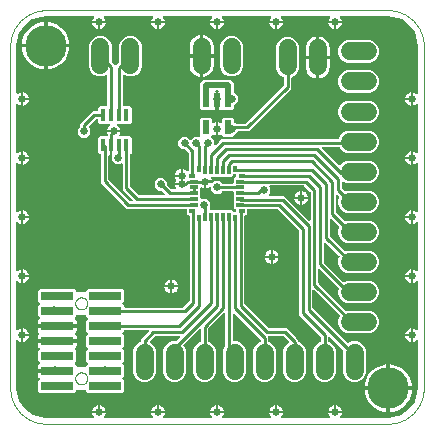
<source format=gtl>
G04 EAGLE Gerber RS-274X export*
G75*
%MOMM*%
%FSLAX35Y35*%
%LPD*%
%INcopper_top*%
%IPPOS*%
%AMOC8*
5,1,8,0,0,1.08239X$1,22.5*%
G01*
%ADD10C,0.000000*%
%ADD11R,0.600000X1.200000*%
%ADD12R,0.550000X0.300000*%
%ADD13R,0.750000X0.300000*%
%ADD14R,0.300000X0.550000*%
%ADD15R,0.300000X0.750000*%
%ADD16R,0.450000X1.100000*%
%ADD17C,1.524000*%
%ADD18R,2.790000X0.740000*%
%ADD19C,3.516000*%
%ADD20C,0.650000*%
%ADD21C,0.250000*%
%ADD22C,0.500000*%

G36*
X700628Y49916D02*
X700628Y49916D01*
X701345Y49934D01*
X701836Y50114D01*
X702350Y50198D01*
X702983Y50533D01*
X703656Y50779D01*
X704063Y51104D01*
X704525Y51348D01*
X705019Y51868D01*
X705578Y52315D01*
X705860Y52753D01*
X706220Y53132D01*
X706523Y53783D01*
X706910Y54385D01*
X707038Y54890D01*
X707258Y55363D01*
X707337Y56076D01*
X707513Y56771D01*
X707473Y57290D01*
X707531Y57809D01*
X707379Y58510D01*
X707324Y59224D01*
X707120Y59704D01*
X707010Y60214D01*
X706643Y60829D01*
X706363Y61489D01*
X705916Y62048D01*
X705749Y62328D01*
X705568Y62483D01*
X705308Y62808D01*
X705026Y63091D01*
X698689Y72573D01*
X694325Y83110D01*
X692706Y91250D01*
X748868Y91250D01*
X749062Y91282D01*
X749257Y91260D01*
X749864Y91392D01*
X751132Y91250D01*
X807294Y91250D01*
X805675Y83110D01*
X801311Y72573D01*
X794974Y63091D01*
X794692Y62808D01*
X794274Y62228D01*
X793780Y61707D01*
X793559Y61233D01*
X793255Y60811D01*
X793044Y60126D01*
X792742Y59476D01*
X792684Y58958D01*
X792530Y58459D01*
X792548Y57743D01*
X792469Y57030D01*
X792580Y56520D01*
X792593Y55999D01*
X792838Y55326D01*
X792990Y54625D01*
X793257Y54177D01*
X793436Y53687D01*
X793884Y53126D01*
X794250Y52512D01*
X794647Y52172D01*
X794972Y51765D01*
X795574Y51377D01*
X796118Y50910D01*
X796602Y50714D01*
X797041Y50432D01*
X797737Y50256D01*
X798400Y49988D01*
X799109Y49908D01*
X799426Y49828D01*
X799665Y49847D01*
X800078Y49800D01*
X1199921Y49800D01*
X1200628Y49916D01*
X1201345Y49934D01*
X1201836Y50114D01*
X1202350Y50198D01*
X1202983Y50533D01*
X1203656Y50779D01*
X1204063Y51104D01*
X1204525Y51348D01*
X1205019Y51868D01*
X1205578Y52315D01*
X1205860Y52753D01*
X1206220Y53132D01*
X1206523Y53783D01*
X1206910Y54385D01*
X1207038Y54890D01*
X1207258Y55363D01*
X1207337Y56076D01*
X1207513Y56771D01*
X1207473Y57290D01*
X1207531Y57809D01*
X1207379Y58510D01*
X1207324Y59224D01*
X1207120Y59704D01*
X1207010Y60214D01*
X1206643Y60829D01*
X1206363Y61489D01*
X1205916Y62048D01*
X1205749Y62328D01*
X1205568Y62483D01*
X1205308Y62808D01*
X1205026Y63091D01*
X1198689Y72573D01*
X1194325Y83110D01*
X1192706Y91250D01*
X1248868Y91250D01*
X1249062Y91282D01*
X1249257Y91260D01*
X1249864Y91392D01*
X1251132Y91250D01*
X1307294Y91250D01*
X1305675Y83110D01*
X1301311Y72573D01*
X1294974Y63091D01*
X1294692Y62808D01*
X1294274Y62228D01*
X1293780Y61707D01*
X1293559Y61233D01*
X1293255Y60811D01*
X1293044Y60126D01*
X1292742Y59476D01*
X1292684Y58958D01*
X1292530Y58459D01*
X1292548Y57743D01*
X1292469Y57030D01*
X1292580Y56520D01*
X1292593Y55999D01*
X1292838Y55326D01*
X1292990Y54625D01*
X1293257Y54177D01*
X1293436Y53687D01*
X1293884Y53126D01*
X1294250Y52512D01*
X1294647Y52172D01*
X1294972Y51765D01*
X1295574Y51377D01*
X1296118Y50910D01*
X1296602Y50714D01*
X1297041Y50432D01*
X1297737Y50256D01*
X1298400Y49988D01*
X1299109Y49908D01*
X1299426Y49828D01*
X1299665Y49847D01*
X1300078Y49800D01*
X1699921Y49800D01*
X1700628Y49916D01*
X1701345Y49934D01*
X1701836Y50114D01*
X1702350Y50198D01*
X1702983Y50533D01*
X1703656Y50779D01*
X1704063Y51104D01*
X1704525Y51348D01*
X1705019Y51868D01*
X1705578Y52315D01*
X1705860Y52753D01*
X1706220Y53132D01*
X1706523Y53783D01*
X1706910Y54385D01*
X1707038Y54890D01*
X1707258Y55363D01*
X1707337Y56076D01*
X1707513Y56771D01*
X1707473Y57290D01*
X1707531Y57809D01*
X1707379Y58510D01*
X1707324Y59224D01*
X1707120Y59704D01*
X1707010Y60214D01*
X1706643Y60829D01*
X1706363Y61489D01*
X1705916Y62048D01*
X1705749Y62328D01*
X1705568Y62483D01*
X1705308Y62808D01*
X1705026Y63091D01*
X1698689Y72573D01*
X1694325Y83110D01*
X1692706Y91250D01*
X1748868Y91250D01*
X1749062Y91282D01*
X1749257Y91260D01*
X1749864Y91392D01*
X1751132Y91250D01*
X1807294Y91250D01*
X1805675Y83110D01*
X1801311Y72573D01*
X1794974Y63091D01*
X1794692Y62808D01*
X1794274Y62228D01*
X1793780Y61707D01*
X1793559Y61233D01*
X1793255Y60811D01*
X1793044Y60126D01*
X1792742Y59476D01*
X1792684Y58958D01*
X1792530Y58459D01*
X1792548Y57743D01*
X1792469Y57030D01*
X1792580Y56520D01*
X1792593Y55999D01*
X1792838Y55326D01*
X1792990Y54625D01*
X1793257Y54177D01*
X1793436Y53687D01*
X1793884Y53126D01*
X1794250Y52512D01*
X1794647Y52172D01*
X1794972Y51765D01*
X1795574Y51377D01*
X1796118Y50910D01*
X1796602Y50714D01*
X1797041Y50432D01*
X1797737Y50256D01*
X1798400Y49988D01*
X1799109Y49908D01*
X1799426Y49828D01*
X1799665Y49847D01*
X1800078Y49800D01*
X2199921Y49800D01*
X2200628Y49916D01*
X2201345Y49934D01*
X2201836Y50114D01*
X2202350Y50198D01*
X2202983Y50533D01*
X2203656Y50779D01*
X2204063Y51104D01*
X2204525Y51348D01*
X2205019Y51868D01*
X2205578Y52315D01*
X2205860Y52753D01*
X2206220Y53132D01*
X2206523Y53783D01*
X2206910Y54385D01*
X2207038Y54890D01*
X2207258Y55363D01*
X2207337Y56076D01*
X2207513Y56771D01*
X2207473Y57290D01*
X2207531Y57809D01*
X2207379Y58510D01*
X2207324Y59224D01*
X2207120Y59704D01*
X2207010Y60214D01*
X2206643Y60829D01*
X2206363Y61489D01*
X2205916Y62048D01*
X2205749Y62328D01*
X2205568Y62483D01*
X2205308Y62808D01*
X2205026Y63091D01*
X2198689Y72573D01*
X2194325Y83110D01*
X2192706Y91250D01*
X2248868Y91250D01*
X2249062Y91282D01*
X2249257Y91260D01*
X2249864Y91392D01*
X2251132Y91250D01*
X2307294Y91250D01*
X2305675Y83110D01*
X2301311Y72573D01*
X2294974Y63091D01*
X2294692Y62808D01*
X2294274Y62228D01*
X2293780Y61707D01*
X2293559Y61233D01*
X2293255Y60811D01*
X2293044Y60126D01*
X2292742Y59476D01*
X2292684Y58958D01*
X2292530Y58459D01*
X2292548Y57743D01*
X2292469Y57030D01*
X2292580Y56520D01*
X2292593Y55999D01*
X2292838Y55326D01*
X2292990Y54625D01*
X2293257Y54177D01*
X2293436Y53687D01*
X2293884Y53126D01*
X2294250Y52512D01*
X2294647Y52172D01*
X2294972Y51765D01*
X2295574Y51377D01*
X2296118Y50910D01*
X2296602Y50714D01*
X2297041Y50432D01*
X2297737Y50256D01*
X2298400Y49988D01*
X2299109Y49908D01*
X2299426Y49828D01*
X2299665Y49847D01*
X2300078Y49800D01*
X2699921Y49800D01*
X2700628Y49916D01*
X2701345Y49934D01*
X2701836Y50114D01*
X2702350Y50198D01*
X2702983Y50533D01*
X2703656Y50779D01*
X2704063Y51104D01*
X2704525Y51348D01*
X2705019Y51868D01*
X2705578Y52315D01*
X2705860Y52753D01*
X2706220Y53132D01*
X2706523Y53783D01*
X2706910Y54385D01*
X2707038Y54890D01*
X2707258Y55363D01*
X2707337Y56076D01*
X2707513Y56771D01*
X2707473Y57290D01*
X2707531Y57809D01*
X2707379Y58510D01*
X2707324Y59224D01*
X2707120Y59704D01*
X2707010Y60214D01*
X2706643Y60829D01*
X2706363Y61489D01*
X2705916Y62048D01*
X2705749Y62328D01*
X2705568Y62483D01*
X2705308Y62808D01*
X2705026Y63091D01*
X2698689Y72573D01*
X2694325Y83110D01*
X2692706Y91250D01*
X2748868Y91250D01*
X2749062Y91282D01*
X2749257Y91260D01*
X2749864Y91392D01*
X2751132Y91250D01*
X2807294Y91250D01*
X2805675Y83110D01*
X2801311Y72573D01*
X2794974Y63091D01*
X2794692Y62808D01*
X2794274Y62228D01*
X2793780Y61707D01*
X2793559Y61233D01*
X2793255Y60811D01*
X2793044Y60126D01*
X2792742Y59476D01*
X2792684Y58958D01*
X2792530Y58459D01*
X2792548Y57743D01*
X2792469Y57030D01*
X2792580Y56520D01*
X2792593Y55999D01*
X2792838Y55326D01*
X2792990Y54625D01*
X2793257Y54177D01*
X2793436Y53687D01*
X2793884Y53126D01*
X2794250Y52512D01*
X2794647Y52172D01*
X2794972Y51765D01*
X2795574Y51377D01*
X2796118Y50910D01*
X2796602Y50714D01*
X2797041Y50432D01*
X2797737Y50256D01*
X2798400Y49988D01*
X2799109Y49908D01*
X2799426Y49828D01*
X2799665Y49847D01*
X2800078Y49800D01*
X3200100Y49800D01*
X3200319Y49836D01*
X3200698Y49824D01*
X3238614Y52808D01*
X3238665Y52820D01*
X3238717Y52817D01*
X3240371Y53157D01*
X3312493Y76591D01*
X3312806Y76753D01*
X3313149Y76838D01*
X3314617Y77673D01*
X3375967Y122247D01*
X3376214Y122497D01*
X3376515Y122685D01*
X3377653Y123933D01*
X3422226Y185283D01*
X3422385Y185598D01*
X3422612Y185868D01*
X3423309Y187407D01*
X3446743Y259529D01*
X3446750Y259581D01*
X3446773Y259627D01*
X3447092Y261286D01*
X3450076Y299202D01*
X3450058Y299423D01*
X3450099Y299800D01*
X3450099Y699821D01*
X3449983Y700529D01*
X3449965Y701245D01*
X3449786Y701735D01*
X3449702Y702250D01*
X3449367Y702883D01*
X3449121Y703557D01*
X3448795Y703964D01*
X3448551Y704425D01*
X3448032Y704919D01*
X3447584Y705478D01*
X3447146Y705761D01*
X3446768Y706120D01*
X3446118Y706422D01*
X3445515Y706810D01*
X3445008Y706938D01*
X3444536Y707158D01*
X3443824Y707237D01*
X3443129Y707413D01*
X3442609Y707373D01*
X3442091Y707431D01*
X3441390Y707279D01*
X3440675Y707224D01*
X3440196Y707020D01*
X3439686Y706910D01*
X3439069Y706542D01*
X3438410Y706263D01*
X3437853Y705817D01*
X3437572Y705649D01*
X3437417Y705468D01*
X3437091Y705208D01*
X3436909Y705025D01*
X3427426Y698689D01*
X3416889Y694325D01*
X3408749Y692706D01*
X3408749Y748868D01*
X3408718Y749062D01*
X3408739Y749257D01*
X3408608Y749864D01*
X3408749Y751132D01*
X3408749Y807294D01*
X3416889Y805675D01*
X3427426Y801311D01*
X3436909Y794974D01*
X3437091Y794792D01*
X3437672Y794374D01*
X3438193Y793880D01*
X3438666Y793659D01*
X3439089Y793355D01*
X3439774Y793144D01*
X3440424Y792842D01*
X3440942Y792784D01*
X3441441Y792630D01*
X3442157Y792648D01*
X3442869Y792569D01*
X3443380Y792680D01*
X3443901Y792693D01*
X3444573Y792938D01*
X3445274Y793090D01*
X3445723Y793357D01*
X3446213Y793536D01*
X3446773Y793983D01*
X3447388Y794350D01*
X3447727Y794746D01*
X3448135Y795072D01*
X3448523Y795674D01*
X3448990Y796218D01*
X3449186Y796703D01*
X3449468Y797141D01*
X3449643Y797834D01*
X3449912Y798500D01*
X3449992Y799211D01*
X3450071Y799526D01*
X3450053Y799763D01*
X3450099Y800178D01*
X3450099Y1199821D01*
X3449983Y1200529D01*
X3449965Y1201245D01*
X3449786Y1201735D01*
X3449702Y1202250D01*
X3449367Y1202883D01*
X3449121Y1203557D01*
X3448795Y1203964D01*
X3448551Y1204425D01*
X3448032Y1204919D01*
X3447584Y1205478D01*
X3447146Y1205761D01*
X3446768Y1206120D01*
X3446118Y1206422D01*
X3445515Y1206810D01*
X3445008Y1206938D01*
X3444536Y1207158D01*
X3443824Y1207237D01*
X3443129Y1207413D01*
X3442609Y1207373D01*
X3442091Y1207431D01*
X3441390Y1207279D01*
X3440675Y1207224D01*
X3440196Y1207020D01*
X3439686Y1206910D01*
X3439069Y1206542D01*
X3438410Y1206263D01*
X3437853Y1205817D01*
X3437572Y1205649D01*
X3437417Y1205468D01*
X3437091Y1205208D01*
X3436909Y1205025D01*
X3427426Y1198689D01*
X3416889Y1194325D01*
X3408749Y1192706D01*
X3408749Y1248868D01*
X3408718Y1249062D01*
X3408739Y1249257D01*
X3408608Y1249864D01*
X3408749Y1251132D01*
X3408749Y1307294D01*
X3416889Y1305675D01*
X3427426Y1301311D01*
X3436909Y1294974D01*
X3437091Y1294792D01*
X3437672Y1294374D01*
X3438193Y1293880D01*
X3438666Y1293659D01*
X3439089Y1293355D01*
X3439774Y1293144D01*
X3440424Y1292842D01*
X3440942Y1292784D01*
X3441441Y1292630D01*
X3442157Y1292648D01*
X3442869Y1292569D01*
X3443380Y1292680D01*
X3443901Y1292693D01*
X3444573Y1292938D01*
X3445274Y1293090D01*
X3445723Y1293357D01*
X3446213Y1293536D01*
X3446773Y1293983D01*
X3447388Y1294350D01*
X3447727Y1294746D01*
X3448135Y1295072D01*
X3448523Y1295674D01*
X3448990Y1296218D01*
X3449186Y1296703D01*
X3449468Y1297141D01*
X3449643Y1297834D01*
X3449912Y1298500D01*
X3449992Y1299211D01*
X3450071Y1299526D01*
X3450053Y1299763D01*
X3450099Y1300178D01*
X3450099Y1699821D01*
X3449983Y1700529D01*
X3449965Y1701245D01*
X3449786Y1701735D01*
X3449702Y1702250D01*
X3449367Y1702883D01*
X3449121Y1703557D01*
X3448795Y1703964D01*
X3448551Y1704425D01*
X3448032Y1704919D01*
X3447584Y1705478D01*
X3447146Y1705761D01*
X3446768Y1706120D01*
X3446118Y1706422D01*
X3445515Y1706810D01*
X3445008Y1706938D01*
X3444536Y1707158D01*
X3443824Y1707237D01*
X3443129Y1707413D01*
X3442609Y1707373D01*
X3442091Y1707431D01*
X3441390Y1707279D01*
X3440675Y1707224D01*
X3440196Y1707020D01*
X3439686Y1706910D01*
X3439069Y1706542D01*
X3438410Y1706263D01*
X3437853Y1705817D01*
X3437572Y1705649D01*
X3437417Y1705468D01*
X3437091Y1705208D01*
X3436909Y1705025D01*
X3427426Y1698689D01*
X3416889Y1694325D01*
X3408749Y1692706D01*
X3408749Y1748868D01*
X3408718Y1749062D01*
X3408739Y1749257D01*
X3408608Y1749864D01*
X3408749Y1751132D01*
X3408749Y1807294D01*
X3416889Y1805675D01*
X3427426Y1801311D01*
X3436909Y1794974D01*
X3437091Y1794792D01*
X3437672Y1794374D01*
X3438193Y1793880D01*
X3438666Y1793659D01*
X3439089Y1793355D01*
X3439774Y1793144D01*
X3440424Y1792842D01*
X3440942Y1792784D01*
X3441441Y1792630D01*
X3442157Y1792648D01*
X3442869Y1792569D01*
X3443380Y1792680D01*
X3443901Y1792693D01*
X3444573Y1792938D01*
X3445274Y1793090D01*
X3445723Y1793357D01*
X3446213Y1793536D01*
X3446773Y1793983D01*
X3447388Y1794350D01*
X3447727Y1794746D01*
X3448135Y1795072D01*
X3448523Y1795674D01*
X3448990Y1796218D01*
X3449186Y1796703D01*
X3449468Y1797141D01*
X3449643Y1797834D01*
X3449912Y1798500D01*
X3449992Y1799211D01*
X3450071Y1799526D01*
X3450053Y1799763D01*
X3450099Y1800178D01*
X3450099Y2199821D01*
X3449983Y2200529D01*
X3449965Y2201245D01*
X3449786Y2201735D01*
X3449702Y2202250D01*
X3449367Y2202883D01*
X3449121Y2203557D01*
X3448795Y2203964D01*
X3448551Y2204425D01*
X3448032Y2204919D01*
X3447584Y2205478D01*
X3447146Y2205761D01*
X3446768Y2206120D01*
X3446118Y2206422D01*
X3445515Y2206810D01*
X3445008Y2206938D01*
X3444536Y2207158D01*
X3443824Y2207237D01*
X3443129Y2207413D01*
X3442609Y2207373D01*
X3442091Y2207431D01*
X3441390Y2207279D01*
X3440675Y2207224D01*
X3440196Y2207020D01*
X3439686Y2206910D01*
X3439069Y2206542D01*
X3438410Y2206263D01*
X3437853Y2205817D01*
X3437572Y2205649D01*
X3437417Y2205468D01*
X3437091Y2205208D01*
X3436909Y2205025D01*
X3427426Y2198689D01*
X3416889Y2194325D01*
X3408749Y2192706D01*
X3408749Y2248868D01*
X3408718Y2249062D01*
X3408739Y2249257D01*
X3408608Y2249864D01*
X3408749Y2251132D01*
X3408749Y2307294D01*
X3416889Y2305675D01*
X3427426Y2301311D01*
X3436909Y2294974D01*
X3437091Y2294792D01*
X3437672Y2294374D01*
X3438193Y2293880D01*
X3438666Y2293659D01*
X3439089Y2293355D01*
X3439774Y2293144D01*
X3440424Y2292842D01*
X3440942Y2292784D01*
X3441441Y2292630D01*
X3442157Y2292648D01*
X3442869Y2292569D01*
X3443380Y2292680D01*
X3443901Y2292693D01*
X3444573Y2292938D01*
X3445274Y2293090D01*
X3445723Y2293357D01*
X3446213Y2293536D01*
X3446773Y2293983D01*
X3447388Y2294350D01*
X3447727Y2294746D01*
X3448135Y2295072D01*
X3448523Y2295674D01*
X3448990Y2296218D01*
X3449186Y2296703D01*
X3449468Y2297141D01*
X3449643Y2297834D01*
X3449912Y2298500D01*
X3449992Y2299211D01*
X3450071Y2299526D01*
X3450053Y2299763D01*
X3450099Y2300178D01*
X3450099Y2699821D01*
X3449983Y2700529D01*
X3449965Y2701245D01*
X3449786Y2701735D01*
X3449702Y2702250D01*
X3449367Y2702883D01*
X3449121Y2703557D01*
X3448795Y2703964D01*
X3448551Y2704425D01*
X3448032Y2704919D01*
X3447584Y2705478D01*
X3447146Y2705761D01*
X3446768Y2706120D01*
X3446118Y2706422D01*
X3445515Y2706810D01*
X3445008Y2706938D01*
X3444536Y2707158D01*
X3443824Y2707237D01*
X3443129Y2707413D01*
X3442609Y2707373D01*
X3442091Y2707431D01*
X3441390Y2707279D01*
X3440675Y2707224D01*
X3440196Y2707020D01*
X3439686Y2706910D01*
X3439069Y2706542D01*
X3438410Y2706263D01*
X3437853Y2705817D01*
X3437572Y2705649D01*
X3437417Y2705468D01*
X3437091Y2705208D01*
X3436909Y2705025D01*
X3427426Y2698689D01*
X3416889Y2694325D01*
X3408749Y2692706D01*
X3408749Y2748868D01*
X3408718Y2749062D01*
X3408739Y2749257D01*
X3408608Y2749864D01*
X3408749Y2751132D01*
X3408749Y2807294D01*
X3416889Y2805675D01*
X3427426Y2801311D01*
X3436909Y2794974D01*
X3437091Y2794792D01*
X3437672Y2794374D01*
X3438193Y2793880D01*
X3438666Y2793659D01*
X3439089Y2793355D01*
X3439774Y2793144D01*
X3440424Y2792842D01*
X3440942Y2792784D01*
X3441441Y2792630D01*
X3442157Y2792648D01*
X3442869Y2792569D01*
X3443380Y2792680D01*
X3443901Y2792693D01*
X3444573Y2792938D01*
X3445274Y2793090D01*
X3445723Y2793357D01*
X3446213Y2793536D01*
X3446773Y2793983D01*
X3447388Y2794350D01*
X3447727Y2794746D01*
X3448135Y2795072D01*
X3448523Y2795674D01*
X3448990Y2796218D01*
X3449186Y2796703D01*
X3449468Y2797141D01*
X3449643Y2797834D01*
X3449912Y2798500D01*
X3449992Y2799211D01*
X3450071Y2799526D01*
X3450053Y2799763D01*
X3450099Y2800178D01*
X3450099Y3199800D01*
X3450063Y3200019D01*
X3450076Y3200398D01*
X3447092Y3238314D01*
X3447079Y3238365D01*
X3447083Y3238417D01*
X3446743Y3240071D01*
X3423309Y3312193D01*
X3423147Y3312506D01*
X3423062Y3312849D01*
X3422226Y3314317D01*
X3377653Y3375667D01*
X3377403Y3375914D01*
X3377215Y3376215D01*
X3375967Y3377353D01*
X3314617Y3421926D01*
X3314302Y3422085D01*
X3314031Y3422312D01*
X3312493Y3423009D01*
X3240371Y3446443D01*
X3240319Y3446450D01*
X3240273Y3446473D01*
X3238614Y3446792D01*
X3200698Y3449776D01*
X3200477Y3449758D01*
X3200100Y3449799D01*
X2800478Y3449799D01*
X2799771Y3449684D01*
X2799053Y3449665D01*
X2798563Y3449486D01*
X2798050Y3449402D01*
X2797416Y3449067D01*
X2796742Y3448820D01*
X2796336Y3448495D01*
X2795875Y3448251D01*
X2795380Y3447730D01*
X2794821Y3447283D01*
X2794539Y3446846D01*
X2794180Y3446468D01*
X2793877Y3445816D01*
X2793489Y3445214D01*
X2793362Y3444708D01*
X2793142Y3444236D01*
X2793063Y3443524D01*
X2792887Y3442828D01*
X2792927Y3442308D01*
X2792869Y3441791D01*
X2793021Y3441089D01*
X2793076Y3440374D01*
X2793280Y3439895D01*
X2793390Y3439386D01*
X2793758Y3438769D01*
X2794038Y3438109D01*
X2794483Y3437552D01*
X2794650Y3437272D01*
X2794832Y3437117D01*
X2794854Y3437088D01*
X2801311Y3427426D01*
X2805675Y3416889D01*
X2807294Y3408749D01*
X2751132Y3408749D01*
X2750938Y3408718D01*
X2750743Y3408739D01*
X2750136Y3408608D01*
X2748868Y3408749D01*
X2692706Y3408749D01*
X2694325Y3416889D01*
X2698689Y3427426D01*
X2705357Y3437406D01*
X2705820Y3437893D01*
X2706040Y3438366D01*
X2706344Y3438788D01*
X2706555Y3439473D01*
X2706858Y3440124D01*
X2706915Y3440641D01*
X2707069Y3441139D01*
X2707051Y3441858D01*
X2707131Y3442569D01*
X2707020Y3443078D01*
X2707007Y3443599D01*
X2706762Y3444273D01*
X2706610Y3444974D01*
X2706343Y3445422D01*
X2706164Y3445911D01*
X2705717Y3446472D01*
X2705349Y3447088D01*
X2704954Y3447427D01*
X2704629Y3447834D01*
X2704026Y3448223D01*
X2703481Y3448690D01*
X2702998Y3448885D01*
X2702560Y3449167D01*
X2701865Y3449343D01*
X2701200Y3449612D01*
X2700491Y3449691D01*
X2700175Y3449771D01*
X2699937Y3449753D01*
X2699521Y3449799D01*
X2300478Y3449799D01*
X2299771Y3449684D01*
X2299053Y3449665D01*
X2298563Y3449486D01*
X2298050Y3449402D01*
X2297416Y3449067D01*
X2296742Y3448820D01*
X2296336Y3448495D01*
X2295875Y3448251D01*
X2295380Y3447730D01*
X2294821Y3447283D01*
X2294539Y3446846D01*
X2294180Y3446468D01*
X2293877Y3445816D01*
X2293489Y3445214D01*
X2293362Y3444708D01*
X2293142Y3444236D01*
X2293063Y3443524D01*
X2292887Y3442828D01*
X2292927Y3442308D01*
X2292869Y3441791D01*
X2293021Y3441089D01*
X2293076Y3440374D01*
X2293280Y3439895D01*
X2293390Y3439386D01*
X2293758Y3438769D01*
X2294038Y3438109D01*
X2294483Y3437552D01*
X2294650Y3437272D01*
X2294832Y3437117D01*
X2294854Y3437088D01*
X2301311Y3427426D01*
X2305675Y3416889D01*
X2307294Y3408749D01*
X2251132Y3408749D01*
X2250938Y3408718D01*
X2250743Y3408739D01*
X2250136Y3408608D01*
X2248868Y3408749D01*
X2192706Y3408749D01*
X2194325Y3416889D01*
X2198689Y3427426D01*
X2205357Y3437406D01*
X2205820Y3437893D01*
X2206040Y3438366D01*
X2206344Y3438788D01*
X2206555Y3439473D01*
X2206858Y3440124D01*
X2206915Y3440641D01*
X2207069Y3441139D01*
X2207051Y3441858D01*
X2207131Y3442569D01*
X2207020Y3443078D01*
X2207007Y3443599D01*
X2206762Y3444273D01*
X2206610Y3444974D01*
X2206343Y3445422D01*
X2206164Y3445911D01*
X2205717Y3446472D01*
X2205349Y3447088D01*
X2204954Y3447427D01*
X2204629Y3447834D01*
X2204026Y3448223D01*
X2203481Y3448690D01*
X2202998Y3448885D01*
X2202560Y3449167D01*
X2201865Y3449343D01*
X2201200Y3449612D01*
X2200491Y3449691D01*
X2200175Y3449771D01*
X2199937Y3449753D01*
X2199521Y3449799D01*
X1800478Y3449799D01*
X1799771Y3449684D01*
X1799053Y3449665D01*
X1798563Y3449486D01*
X1798050Y3449402D01*
X1797416Y3449067D01*
X1796742Y3448820D01*
X1796336Y3448495D01*
X1795875Y3448251D01*
X1795380Y3447730D01*
X1794821Y3447283D01*
X1794539Y3446846D01*
X1794180Y3446468D01*
X1793877Y3445816D01*
X1793489Y3445214D01*
X1793362Y3444708D01*
X1793142Y3444236D01*
X1793063Y3443524D01*
X1792887Y3442828D01*
X1792927Y3442308D01*
X1792869Y3441791D01*
X1793021Y3441089D01*
X1793076Y3440374D01*
X1793280Y3439895D01*
X1793390Y3439386D01*
X1793758Y3438769D01*
X1794038Y3438109D01*
X1794483Y3437552D01*
X1794650Y3437272D01*
X1794832Y3437117D01*
X1794854Y3437088D01*
X1801311Y3427426D01*
X1805675Y3416889D01*
X1807294Y3408749D01*
X1751132Y3408749D01*
X1750938Y3408718D01*
X1750743Y3408739D01*
X1750136Y3408608D01*
X1748868Y3408749D01*
X1692706Y3408749D01*
X1694325Y3416889D01*
X1698689Y3427426D01*
X1705357Y3437406D01*
X1705820Y3437893D01*
X1706040Y3438366D01*
X1706344Y3438788D01*
X1706555Y3439473D01*
X1706858Y3440124D01*
X1706915Y3440641D01*
X1707069Y3441139D01*
X1707051Y3441858D01*
X1707131Y3442569D01*
X1707020Y3443078D01*
X1707007Y3443599D01*
X1706762Y3444273D01*
X1706610Y3444974D01*
X1706343Y3445422D01*
X1706164Y3445911D01*
X1705717Y3446472D01*
X1705349Y3447088D01*
X1704954Y3447427D01*
X1704629Y3447834D01*
X1704026Y3448223D01*
X1703481Y3448690D01*
X1702998Y3448885D01*
X1702560Y3449167D01*
X1701865Y3449343D01*
X1701200Y3449612D01*
X1700491Y3449691D01*
X1700175Y3449771D01*
X1699937Y3449753D01*
X1699521Y3449799D01*
X1300478Y3449799D01*
X1299771Y3449684D01*
X1299053Y3449665D01*
X1298563Y3449486D01*
X1298050Y3449402D01*
X1297416Y3449067D01*
X1296742Y3448820D01*
X1296336Y3448495D01*
X1295875Y3448251D01*
X1295380Y3447730D01*
X1294821Y3447283D01*
X1294539Y3446846D01*
X1294180Y3446468D01*
X1293877Y3445816D01*
X1293489Y3445214D01*
X1293362Y3444708D01*
X1293142Y3444236D01*
X1293063Y3443524D01*
X1292887Y3442828D01*
X1292927Y3442308D01*
X1292869Y3441791D01*
X1293021Y3441089D01*
X1293076Y3440374D01*
X1293280Y3439895D01*
X1293390Y3439386D01*
X1293758Y3438769D01*
X1294038Y3438109D01*
X1294483Y3437552D01*
X1294650Y3437272D01*
X1294832Y3437117D01*
X1294854Y3437088D01*
X1301311Y3427426D01*
X1305675Y3416889D01*
X1307294Y3408749D01*
X1251132Y3408749D01*
X1250938Y3408718D01*
X1250743Y3408739D01*
X1250136Y3408608D01*
X1248868Y3408749D01*
X1192706Y3408749D01*
X1194325Y3416889D01*
X1198689Y3427426D01*
X1205357Y3437406D01*
X1205820Y3437893D01*
X1206040Y3438366D01*
X1206344Y3438788D01*
X1206555Y3439473D01*
X1206858Y3440124D01*
X1206915Y3440641D01*
X1207069Y3441139D01*
X1207051Y3441858D01*
X1207131Y3442569D01*
X1207020Y3443078D01*
X1207007Y3443599D01*
X1206762Y3444273D01*
X1206610Y3444974D01*
X1206343Y3445422D01*
X1206164Y3445911D01*
X1205717Y3446472D01*
X1205349Y3447088D01*
X1204954Y3447427D01*
X1204629Y3447834D01*
X1204026Y3448223D01*
X1203481Y3448690D01*
X1202998Y3448885D01*
X1202560Y3449167D01*
X1201865Y3449343D01*
X1201200Y3449612D01*
X1200491Y3449691D01*
X1200175Y3449771D01*
X1199937Y3449753D01*
X1199521Y3449799D01*
X800478Y3449799D01*
X799771Y3449684D01*
X799053Y3449665D01*
X798563Y3449486D01*
X798050Y3449402D01*
X797416Y3449067D01*
X796742Y3448820D01*
X796336Y3448495D01*
X795875Y3448251D01*
X795380Y3447730D01*
X794821Y3447283D01*
X794539Y3446846D01*
X794180Y3446468D01*
X793877Y3445816D01*
X793489Y3445214D01*
X793362Y3444708D01*
X793142Y3444236D01*
X793063Y3443524D01*
X792887Y3442828D01*
X792927Y3442308D01*
X792869Y3441791D01*
X793021Y3441089D01*
X793076Y3440374D01*
X793280Y3439895D01*
X793390Y3439386D01*
X793758Y3438769D01*
X794038Y3438109D01*
X794483Y3437552D01*
X794650Y3437272D01*
X794832Y3437117D01*
X794854Y3437088D01*
X801311Y3427426D01*
X805675Y3416889D01*
X807294Y3408749D01*
X751132Y3408749D01*
X750938Y3408718D01*
X750743Y3408739D01*
X750136Y3408608D01*
X748868Y3408749D01*
X692706Y3408749D01*
X694325Y3416889D01*
X698689Y3427426D01*
X705357Y3437406D01*
X705820Y3437893D01*
X706040Y3438366D01*
X706344Y3438788D01*
X706555Y3439473D01*
X706858Y3440124D01*
X706915Y3440641D01*
X707069Y3441139D01*
X707051Y3441858D01*
X707131Y3442569D01*
X707020Y3443078D01*
X707007Y3443599D01*
X706762Y3444273D01*
X706610Y3444974D01*
X706343Y3445422D01*
X706164Y3445911D01*
X705717Y3446472D01*
X705349Y3447088D01*
X704954Y3447427D01*
X704629Y3447834D01*
X704026Y3448223D01*
X703481Y3448690D01*
X702998Y3448885D01*
X702560Y3449167D01*
X701865Y3449343D01*
X701200Y3449612D01*
X700491Y3449691D01*
X700175Y3449771D01*
X699937Y3449753D01*
X699521Y3449799D01*
X300100Y3449799D01*
X299881Y3449763D01*
X299502Y3449776D01*
X261586Y3446792D01*
X261535Y3446779D01*
X261483Y3446783D01*
X259829Y3446443D01*
X187707Y3423009D01*
X187393Y3422847D01*
X187051Y3422762D01*
X185583Y3421926D01*
X124233Y3377353D01*
X123985Y3377103D01*
X123685Y3376915D01*
X122547Y3375667D01*
X77973Y3314317D01*
X77815Y3314002D01*
X77588Y3313731D01*
X76891Y3312193D01*
X53457Y3240071D01*
X53449Y3240019D01*
X53426Y3239973D01*
X53108Y3238314D01*
X50124Y3200398D01*
X50142Y3200177D01*
X50100Y3199800D01*
X50100Y2800378D01*
X50131Y2800191D01*
X50110Y2800005D01*
X50221Y2799496D01*
X50235Y2798954D01*
X50414Y2798464D01*
X50498Y2797950D01*
X50596Y2797765D01*
X50631Y2797600D01*
X50884Y2797177D01*
X51079Y2796643D01*
X51405Y2796235D01*
X51648Y2795775D01*
X51813Y2795618D01*
X51892Y2795487D01*
X52248Y2795181D01*
X52616Y2794721D01*
X53053Y2794440D01*
X53432Y2794080D01*
X53652Y2793978D01*
X53760Y2793885D01*
X54179Y2793716D01*
X54686Y2793389D01*
X55191Y2793262D01*
X55663Y2793042D01*
X55914Y2793014D01*
X56041Y2792963D01*
X56639Y2792896D01*
X57071Y2792787D01*
X57395Y2792812D01*
X57720Y2792775D01*
X57736Y2792775D01*
X57864Y2792796D01*
X58109Y2792769D01*
X58809Y2792921D01*
X59525Y2792976D01*
X59878Y2793126D01*
X60164Y2793173D01*
X60297Y2793243D01*
X60514Y2793290D01*
X61130Y2793657D01*
X61790Y2793938D01*
X62141Y2794218D01*
X62340Y2794323D01*
X62461Y2794451D01*
X62628Y2794550D01*
X62783Y2794732D01*
X63063Y2794956D01*
X72573Y2801311D01*
X83110Y2805675D01*
X91250Y2807294D01*
X91250Y2751132D01*
X91282Y2750938D01*
X91260Y2750743D01*
X91392Y2750136D01*
X91250Y2748868D01*
X91250Y2692706D01*
X83110Y2694325D01*
X72573Y2698689D01*
X62992Y2705092D01*
X62528Y2705425D01*
X62007Y2705920D01*
X61534Y2706140D01*
X61111Y2706444D01*
X60426Y2706655D01*
X59776Y2706958D01*
X59258Y2707016D01*
X58760Y2707169D01*
X58042Y2707151D01*
X57330Y2707231D01*
X56821Y2707120D01*
X56300Y2707107D01*
X55626Y2706861D01*
X54925Y2706710D01*
X54478Y2706443D01*
X53988Y2706264D01*
X53428Y2705817D01*
X52812Y2705449D01*
X52472Y2705053D01*
X52065Y2704728D01*
X51678Y2704127D01*
X51210Y2703581D01*
X51014Y2703097D01*
X50733Y2702660D01*
X50557Y2701966D01*
X50288Y2701300D01*
X50208Y2700589D01*
X50128Y2700274D01*
X50147Y2700037D01*
X50100Y2699621D01*
X50100Y2300378D01*
X50216Y2299671D01*
X50235Y2298954D01*
X50414Y2298464D01*
X50498Y2297950D01*
X50833Y2297317D01*
X51079Y2296643D01*
X51405Y2296235D01*
X51648Y2295775D01*
X52169Y2295280D01*
X52616Y2294721D01*
X53053Y2294440D01*
X53432Y2294080D01*
X54084Y2293777D01*
X54686Y2293389D01*
X55191Y2293262D01*
X55663Y2293042D01*
X56375Y2292963D01*
X57071Y2292787D01*
X57592Y2292827D01*
X58109Y2292769D01*
X58809Y2292921D01*
X59525Y2292976D01*
X60005Y2293180D01*
X60514Y2293290D01*
X61130Y2293657D01*
X61790Y2293938D01*
X62347Y2294383D01*
X62628Y2294550D01*
X62783Y2294732D01*
X63063Y2294956D01*
X72573Y2301311D01*
X83110Y2305675D01*
X91250Y2307294D01*
X91250Y2251132D01*
X91282Y2250938D01*
X91260Y2250743D01*
X91392Y2250136D01*
X91250Y2248868D01*
X91250Y2192706D01*
X83110Y2194325D01*
X72573Y2198689D01*
X62992Y2205092D01*
X62528Y2205425D01*
X62007Y2205920D01*
X61534Y2206140D01*
X61111Y2206444D01*
X60426Y2206655D01*
X59776Y2206958D01*
X59258Y2207016D01*
X58760Y2207169D01*
X58042Y2207151D01*
X57330Y2207231D01*
X56821Y2207120D01*
X56300Y2207107D01*
X55626Y2206861D01*
X54925Y2206710D01*
X54478Y2206443D01*
X53988Y2206264D01*
X53428Y2205817D01*
X52812Y2205449D01*
X52472Y2205053D01*
X52065Y2204728D01*
X51678Y2204127D01*
X51210Y2203581D01*
X51014Y2203097D01*
X50733Y2202660D01*
X50557Y2201966D01*
X50288Y2201300D01*
X50208Y2200589D01*
X50128Y2200274D01*
X50147Y2200037D01*
X50100Y2199621D01*
X50100Y1800378D01*
X50216Y1799671D01*
X50235Y1798954D01*
X50414Y1798464D01*
X50498Y1797950D01*
X50833Y1797317D01*
X51079Y1796643D01*
X51405Y1796235D01*
X51648Y1795775D01*
X52169Y1795280D01*
X52616Y1794721D01*
X53053Y1794440D01*
X53432Y1794080D01*
X54084Y1793777D01*
X54686Y1793389D01*
X55191Y1793262D01*
X55663Y1793042D01*
X56375Y1792963D01*
X57071Y1792787D01*
X57592Y1792827D01*
X58109Y1792769D01*
X58809Y1792921D01*
X59525Y1792976D01*
X60005Y1793180D01*
X60514Y1793290D01*
X61130Y1793657D01*
X61790Y1793938D01*
X62347Y1794383D01*
X62628Y1794550D01*
X62783Y1794732D01*
X63063Y1794956D01*
X72573Y1801311D01*
X83110Y1805675D01*
X91250Y1807294D01*
X91250Y1751132D01*
X91282Y1750938D01*
X91260Y1750743D01*
X91392Y1750136D01*
X91250Y1748868D01*
X91250Y1692706D01*
X83110Y1694325D01*
X72573Y1698689D01*
X62992Y1705092D01*
X62528Y1705425D01*
X62007Y1705920D01*
X61534Y1706140D01*
X61111Y1706444D01*
X60426Y1706655D01*
X59776Y1706958D01*
X59258Y1707016D01*
X58760Y1707169D01*
X58042Y1707151D01*
X57330Y1707231D01*
X56821Y1707120D01*
X56300Y1707107D01*
X55626Y1706861D01*
X54925Y1706710D01*
X54478Y1706443D01*
X53988Y1706264D01*
X53428Y1705817D01*
X52812Y1705449D01*
X52472Y1705053D01*
X52065Y1704728D01*
X51678Y1704127D01*
X51210Y1703581D01*
X51014Y1703097D01*
X50733Y1702660D01*
X50557Y1701966D01*
X50288Y1701300D01*
X50208Y1700589D01*
X50128Y1700274D01*
X50147Y1700037D01*
X50100Y1699621D01*
X50100Y1300378D01*
X50216Y1299671D01*
X50235Y1298954D01*
X50414Y1298464D01*
X50498Y1297950D01*
X50833Y1297317D01*
X51079Y1296643D01*
X51405Y1296235D01*
X51648Y1295775D01*
X52169Y1295280D01*
X52616Y1294721D01*
X53053Y1294440D01*
X53432Y1294080D01*
X54084Y1293777D01*
X54686Y1293389D01*
X55191Y1293262D01*
X55663Y1293042D01*
X56375Y1292963D01*
X57071Y1292787D01*
X57592Y1292827D01*
X58109Y1292769D01*
X58809Y1292921D01*
X59525Y1292976D01*
X60005Y1293180D01*
X60514Y1293290D01*
X61130Y1293657D01*
X61790Y1293938D01*
X62347Y1294383D01*
X62628Y1294550D01*
X62783Y1294732D01*
X63063Y1294956D01*
X72573Y1301311D01*
X83110Y1305675D01*
X91250Y1307294D01*
X91250Y1251132D01*
X91282Y1250938D01*
X91260Y1250743D01*
X91392Y1250136D01*
X91250Y1248868D01*
X91250Y1192706D01*
X83110Y1194325D01*
X72573Y1198689D01*
X62992Y1205092D01*
X62528Y1205425D01*
X62007Y1205920D01*
X61534Y1206140D01*
X61111Y1206444D01*
X60426Y1206655D01*
X59776Y1206958D01*
X59258Y1207016D01*
X58760Y1207169D01*
X58042Y1207151D01*
X57330Y1207231D01*
X56821Y1207120D01*
X56300Y1207107D01*
X55626Y1206861D01*
X54925Y1206710D01*
X54478Y1206443D01*
X53988Y1206264D01*
X53428Y1205817D01*
X52812Y1205449D01*
X52472Y1205053D01*
X52065Y1204728D01*
X51678Y1204127D01*
X51210Y1203581D01*
X51014Y1203097D01*
X50733Y1202660D01*
X50557Y1201966D01*
X50288Y1201300D01*
X50208Y1200589D01*
X50128Y1200274D01*
X50147Y1200037D01*
X50100Y1199621D01*
X50100Y800378D01*
X50216Y799671D01*
X50235Y798954D01*
X50414Y798464D01*
X50498Y797950D01*
X50833Y797317D01*
X51079Y796643D01*
X51405Y796235D01*
X51648Y795775D01*
X52169Y795280D01*
X52616Y794721D01*
X53053Y794440D01*
X53432Y794080D01*
X54084Y793777D01*
X54686Y793389D01*
X55191Y793262D01*
X55663Y793042D01*
X56375Y792963D01*
X57071Y792787D01*
X57592Y792827D01*
X58109Y792769D01*
X58809Y792921D01*
X59525Y792976D01*
X60005Y793180D01*
X60514Y793290D01*
X61130Y793657D01*
X61790Y793938D01*
X62347Y794383D01*
X62628Y794550D01*
X62783Y794732D01*
X63063Y794956D01*
X72573Y801311D01*
X83110Y805675D01*
X91250Y807294D01*
X91250Y751132D01*
X91282Y750938D01*
X91260Y750743D01*
X91392Y750136D01*
X91250Y748868D01*
X91250Y692706D01*
X83110Y694325D01*
X72573Y698689D01*
X62992Y705092D01*
X62528Y705425D01*
X62007Y705920D01*
X61534Y706140D01*
X61111Y706444D01*
X60426Y706655D01*
X59776Y706958D01*
X59258Y707016D01*
X58760Y707169D01*
X58042Y707151D01*
X57330Y707231D01*
X56821Y707120D01*
X56300Y707107D01*
X55626Y706861D01*
X54925Y706710D01*
X54478Y706443D01*
X53988Y706264D01*
X53428Y705817D01*
X52812Y705449D01*
X52472Y705053D01*
X52065Y704728D01*
X51678Y704127D01*
X51210Y703581D01*
X51014Y703097D01*
X50733Y702660D01*
X50557Y701966D01*
X50288Y701300D01*
X50208Y700589D01*
X50128Y700274D01*
X50147Y700037D01*
X50100Y699621D01*
X50100Y299800D01*
X50136Y299581D01*
X50124Y299202D01*
X53108Y261286D01*
X53120Y261235D01*
X53117Y261183D01*
X53457Y259529D01*
X76891Y187407D01*
X77053Y187093D01*
X77138Y186751D01*
X77973Y185283D01*
X122547Y123933D01*
X122797Y123685D01*
X122985Y123385D01*
X124233Y122247D01*
X185583Y77673D01*
X185898Y77515D01*
X186168Y77288D01*
X187707Y76591D01*
X259829Y53157D01*
X259880Y53149D01*
X259927Y53126D01*
X261585Y52808D01*
X299502Y49824D01*
X299723Y49842D01*
X300100Y49800D01*
X699921Y49800D01*
X700628Y49916D01*
G37*
%LPC*%
G36*
X248716Y261999D02*
X248716Y261999D01*
X236999Y273716D01*
X236999Y364284D01*
X247053Y374338D01*
X247741Y375295D01*
X248450Y376258D01*
X248463Y376300D01*
X248489Y376336D01*
X248839Y377470D01*
X249201Y378601D01*
X249201Y378645D01*
X249214Y378688D01*
X249183Y379887D01*
X249167Y381062D01*
X249152Y381103D01*
X249151Y381148D01*
X248745Y382258D01*
X248349Y383383D01*
X248323Y383417D01*
X248307Y383459D01*
X247571Y384380D01*
X246835Y385323D01*
X246793Y385354D01*
X246771Y385381D01*
X246648Y385460D01*
X245475Y386324D01*
X241403Y388675D01*
X236675Y393403D01*
X233330Y399196D01*
X231599Y405656D01*
X231599Y430761D01*
X314880Y430761D01*
X315074Y430793D01*
X315269Y430771D01*
X316285Y430991D01*
X317308Y431158D01*
X317482Y431250D01*
X317674Y431292D01*
X318567Y431824D01*
X319484Y432309D01*
X319619Y432452D01*
X319788Y432552D01*
X320463Y433339D01*
X321179Y434093D01*
X321262Y434271D01*
X321390Y434420D01*
X321779Y435384D01*
X322217Y436324D01*
X322238Y436519D01*
X322312Y436702D01*
X322499Y438380D01*
X322499Y453619D01*
X322468Y453813D01*
X322489Y454008D01*
X322269Y455024D01*
X322102Y456048D01*
X322010Y456221D01*
X321968Y456413D01*
X321436Y457306D01*
X320951Y458223D01*
X320809Y458358D01*
X320708Y458527D01*
X319921Y459202D01*
X319168Y459918D01*
X318989Y460001D01*
X318840Y460129D01*
X317876Y460518D01*
X316936Y460956D01*
X316741Y460978D01*
X316558Y461051D01*
X314880Y461238D01*
X231599Y461238D01*
X231599Y486344D01*
X233330Y492803D01*
X236675Y498596D01*
X241403Y503325D01*
X245475Y505676D01*
X246389Y506423D01*
X247322Y507169D01*
X247346Y507207D01*
X247379Y507234D01*
X248004Y508230D01*
X248654Y509238D01*
X248665Y509281D01*
X248688Y509318D01*
X248963Y510463D01*
X249257Y511624D01*
X249253Y511668D01*
X249264Y511711D01*
X249160Y512883D01*
X249068Y514078D01*
X249051Y514118D01*
X249047Y514162D01*
X248573Y515245D01*
X248108Y516343D01*
X248075Y516383D01*
X248061Y516416D01*
X247961Y516526D01*
X247053Y517662D01*
X236999Y527715D01*
X236999Y618284D01*
X247053Y628338D01*
X247741Y629295D01*
X248450Y630258D01*
X248463Y630300D01*
X248489Y630336D01*
X248839Y631470D01*
X249201Y632601D01*
X249201Y632645D01*
X249214Y632688D01*
X249183Y633887D01*
X249167Y635062D01*
X249152Y635103D01*
X249151Y635148D01*
X248741Y636272D01*
X248349Y637383D01*
X248323Y637417D01*
X248307Y637459D01*
X247571Y638380D01*
X246835Y639323D01*
X246793Y639354D01*
X246771Y639381D01*
X246648Y639460D01*
X245475Y640324D01*
X241403Y642675D01*
X236675Y647403D01*
X233330Y653196D01*
X231599Y659656D01*
X231599Y684761D01*
X314880Y684761D01*
X315074Y684793D01*
X315269Y684771D01*
X316285Y684991D01*
X317308Y685158D01*
X317482Y685250D01*
X317674Y685292D01*
X318567Y685824D01*
X319484Y686309D01*
X319619Y686452D01*
X319788Y686552D01*
X320463Y687339D01*
X321179Y688093D01*
X321262Y688271D01*
X321390Y688420D01*
X321779Y689384D01*
X322217Y690324D01*
X322238Y690519D01*
X322312Y690702D01*
X322499Y692380D01*
X322499Y707619D01*
X322468Y707813D01*
X322489Y708008D01*
X322269Y709024D01*
X322102Y710048D01*
X322010Y710221D01*
X321968Y710413D01*
X321436Y711306D01*
X320951Y712223D01*
X320809Y712358D01*
X320708Y712527D01*
X319921Y713202D01*
X319168Y713918D01*
X318989Y714001D01*
X318840Y714129D01*
X317876Y714518D01*
X316936Y714956D01*
X316741Y714978D01*
X316558Y715051D01*
X314880Y715238D01*
X231599Y715238D01*
X231599Y740344D01*
X233330Y746803D01*
X236675Y752596D01*
X242004Y757926D01*
X242193Y758059D01*
X242358Y758284D01*
X242575Y758462D01*
X243084Y759273D01*
X243649Y760043D01*
X243734Y760309D01*
X243883Y760546D01*
X244107Y761478D01*
X244397Y762387D01*
X244393Y762666D01*
X244458Y762938D01*
X244374Y763892D01*
X244359Y764847D01*
X244266Y765111D01*
X244241Y765390D01*
X243858Y766265D01*
X243538Y767167D01*
X243366Y767387D01*
X243254Y767644D01*
X242610Y768353D01*
X242021Y769105D01*
X241842Y769237D01*
X236675Y774403D01*
X233330Y780196D01*
X231599Y786656D01*
X231599Y811761D01*
X314880Y811761D01*
X315074Y811793D01*
X315269Y811771D01*
X316285Y811991D01*
X317308Y812158D01*
X317482Y812250D01*
X317674Y812292D01*
X318567Y812824D01*
X319484Y813309D01*
X319619Y813452D01*
X319788Y813552D01*
X320463Y814339D01*
X321179Y815093D01*
X321262Y815271D01*
X321390Y815420D01*
X321779Y816384D01*
X322217Y817324D01*
X322238Y817519D01*
X322312Y817702D01*
X322499Y819380D01*
X322499Y834619D01*
X322469Y834804D01*
X322489Y834985D01*
X322488Y834993D01*
X322489Y835008D01*
X322269Y836024D01*
X322102Y837048D01*
X322010Y837221D01*
X321968Y837413D01*
X321436Y838306D01*
X320951Y839223D01*
X320809Y839358D01*
X320708Y839527D01*
X319921Y840202D01*
X319168Y840918D01*
X318989Y841001D01*
X318840Y841129D01*
X317876Y841518D01*
X316936Y841956D01*
X316741Y841978D01*
X316558Y842051D01*
X314880Y842238D01*
X231599Y842238D01*
X231599Y867344D01*
X233330Y873803D01*
X236675Y879596D01*
X241403Y884325D01*
X245475Y886676D01*
X246389Y887423D01*
X247322Y888169D01*
X247346Y888207D01*
X247379Y888234D01*
X248004Y889230D01*
X248654Y890238D01*
X248665Y890281D01*
X248688Y890318D01*
X248963Y891463D01*
X249257Y892624D01*
X249253Y892668D01*
X249264Y892711D01*
X249160Y893883D01*
X249068Y895078D01*
X249051Y895118D01*
X249047Y895162D01*
X248573Y896245D01*
X248108Y897343D01*
X248075Y897383D01*
X248061Y897416D01*
X247961Y897526D01*
X247053Y898662D01*
X236999Y908715D01*
X236999Y999284D01*
X249828Y1012112D01*
X249943Y1012273D01*
X250096Y1012395D01*
X250382Y1012839D01*
X250699Y1013173D01*
X250900Y1013604D01*
X251264Y1014111D01*
X251322Y1014299D01*
X251428Y1014464D01*
X251581Y1015068D01*
X251737Y1015405D01*
X251780Y1015785D01*
X251988Y1016462D01*
X251983Y1016659D01*
X252031Y1016849D01*
X251977Y1017555D01*
X252010Y1017850D01*
X251945Y1018152D01*
X251925Y1018922D01*
X251858Y1019106D01*
X251843Y1019303D01*
X251541Y1020014D01*
X251489Y1020255D01*
X251359Y1020473D01*
X251082Y1021234D01*
X250959Y1021388D01*
X250882Y1021568D01*
X249827Y1022888D01*
X236999Y1035715D01*
X236999Y1126284D01*
X248716Y1138000D01*
X544284Y1138000D01*
X556000Y1126284D01*
X556000Y1120000D01*
X556074Y1119548D01*
X556055Y1119092D01*
X556272Y1118342D01*
X556398Y1117571D01*
X556612Y1117167D01*
X556739Y1116728D01*
X557183Y1116087D01*
X557548Y1115396D01*
X557880Y1115081D01*
X558140Y1114705D01*
X558765Y1114239D01*
X559332Y1113701D01*
X559747Y1113508D01*
X560113Y1113235D01*
X560856Y1112993D01*
X561563Y1112663D01*
X562018Y1112613D01*
X562453Y1112470D01*
X563233Y1112477D01*
X564009Y1112390D01*
X564456Y1112487D01*
X564913Y1112491D01*
X566223Y1112870D01*
X566414Y1112911D01*
X566459Y1112938D01*
X566536Y1112960D01*
X579909Y1118500D01*
X620090Y1118500D01*
X633464Y1112960D01*
X633910Y1112856D01*
X634324Y1112663D01*
X635099Y1112577D01*
X635860Y1112398D01*
X636315Y1112441D01*
X636769Y1112390D01*
X637533Y1112556D01*
X638310Y1112629D01*
X638728Y1112814D01*
X639174Y1112911D01*
X639844Y1113311D01*
X640558Y1113628D01*
X640896Y1113938D01*
X641288Y1114172D01*
X641796Y1114764D01*
X642371Y1115292D01*
X642592Y1115692D01*
X642890Y1116040D01*
X643183Y1116764D01*
X643559Y1117447D01*
X643641Y1117897D01*
X643812Y1118321D01*
X643963Y1119678D01*
X643998Y1119869D01*
X643991Y1119921D01*
X643999Y1120000D01*
X643999Y1126284D01*
X655716Y1138000D01*
X951284Y1138000D01*
X963000Y1126284D01*
X963000Y1035715D01*
X950173Y1022888D01*
X950058Y1022728D01*
X949904Y1022605D01*
X949462Y1021918D01*
X949300Y1021748D01*
X949203Y1021539D01*
X948736Y1020890D01*
X948678Y1020702D01*
X948572Y1020536D01*
X948376Y1019760D01*
X948263Y1019517D01*
X948234Y1019258D01*
X948012Y1018538D01*
X948017Y1018341D01*
X947968Y1018151D01*
X948026Y1017399D01*
X947990Y1017072D01*
X948057Y1016761D01*
X948074Y1016078D01*
X948142Y1015893D01*
X948157Y1015697D01*
X948424Y1015068D01*
X948511Y1014667D01*
X948714Y1014326D01*
X948918Y1013766D01*
X949041Y1013613D01*
X949118Y1013432D01*
X949627Y1012794D01*
X949771Y1012553D01*
X949926Y1012420D01*
X950172Y1012112D01*
X963000Y999284D01*
X963000Y990120D01*
X963032Y989926D01*
X963010Y989730D01*
X963230Y988715D01*
X963398Y987691D01*
X963490Y987518D01*
X963531Y987325D01*
X964063Y986433D01*
X964548Y985516D01*
X964691Y985380D01*
X964792Y985212D01*
X965579Y984537D01*
X966332Y983821D01*
X966510Y983738D01*
X966660Y983610D01*
X967624Y983220D01*
X968563Y982783D01*
X968758Y982761D01*
X968941Y982688D01*
X970620Y982500D01*
X1458382Y982500D01*
X1459277Y982647D01*
X1460184Y982717D01*
X1460487Y982845D01*
X1460810Y982898D01*
X1461613Y983322D01*
X1462450Y983678D01*
X1462775Y983937D01*
X1462985Y984048D01*
X1463210Y984285D01*
X1463769Y984732D01*
X1515268Y1036230D01*
X1515798Y1036968D01*
X1516390Y1037658D01*
X1516513Y1037963D01*
X1516704Y1038229D01*
X1516972Y1039098D01*
X1517312Y1039940D01*
X1517358Y1040352D01*
X1517428Y1040580D01*
X1517420Y1040907D01*
X1517499Y1041618D01*
X1517499Y1757380D01*
X1517468Y1757574D01*
X1517489Y1757769D01*
X1517269Y1758785D01*
X1517102Y1759808D01*
X1517010Y1759982D01*
X1516968Y1760174D01*
X1516436Y1761067D01*
X1515951Y1761984D01*
X1515809Y1762119D01*
X1515708Y1762288D01*
X1514922Y1762962D01*
X1514168Y1763679D01*
X1513989Y1763762D01*
X1513840Y1763890D01*
X1512876Y1764279D01*
X1511936Y1764717D01*
X1511741Y1764738D01*
X1511558Y1764812D01*
X1509880Y1764999D01*
X1506216Y1764999D01*
X1494499Y1776716D01*
X1494499Y1809880D01*
X1494468Y1810073D01*
X1494489Y1810265D01*
X1494489Y1810267D01*
X1494489Y1810269D01*
X1494269Y1811285D01*
X1494102Y1812308D01*
X1494010Y1812482D01*
X1493968Y1812674D01*
X1493436Y1813567D01*
X1492951Y1814484D01*
X1492809Y1814619D01*
X1492708Y1814788D01*
X1491921Y1815463D01*
X1491168Y1816179D01*
X1490989Y1816262D01*
X1490840Y1816390D01*
X1489876Y1816779D01*
X1488936Y1817217D01*
X1488741Y1817238D01*
X1488558Y1817312D01*
X1486880Y1817499D01*
X986538Y1817499D01*
X765999Y2038038D01*
X765999Y2273880D01*
X765968Y2274074D01*
X765989Y2274269D01*
X765769Y2275285D01*
X765602Y2276308D01*
X765510Y2276482D01*
X765468Y2276674D01*
X764936Y2277567D01*
X764451Y2278484D01*
X764309Y2278619D01*
X764208Y2278788D01*
X763421Y2279463D01*
X762668Y2280179D01*
X762489Y2280262D01*
X762340Y2280390D01*
X761376Y2280779D01*
X760436Y2281217D01*
X760241Y2281238D01*
X760058Y2281312D01*
X758380Y2281499D01*
X757716Y2281499D01*
X745999Y2293216D01*
X745999Y2419784D01*
X757716Y2431500D01*
X812799Y2431500D01*
X813927Y2431685D01*
X815062Y2431844D01*
X815158Y2431887D01*
X815228Y2431898D01*
X815435Y2432008D01*
X816609Y2432521D01*
X821931Y2435593D01*
X822277Y2435877D01*
X822673Y2436082D01*
X823222Y2436650D01*
X823835Y2437152D01*
X824073Y2437531D01*
X824383Y2437852D01*
X824723Y2438565D01*
X825144Y2439236D01*
X825248Y2439670D01*
X825440Y2440074D01*
X825535Y2440860D01*
X825720Y2441628D01*
X825680Y2442073D01*
X825734Y2442517D01*
X825573Y2443292D01*
X825503Y2444080D01*
X825324Y2444489D01*
X825233Y2444926D01*
X824586Y2446176D01*
X824517Y2446334D01*
X824487Y2446367D01*
X824456Y2446426D01*
X823689Y2447574D01*
X819325Y2458110D01*
X817706Y2466250D01*
X873868Y2466250D01*
X874062Y2466282D01*
X874257Y2466260D01*
X874864Y2466392D01*
X876132Y2466250D01*
X932294Y2466250D01*
X930675Y2458110D01*
X926311Y2447573D01*
X923490Y2443353D01*
X922994Y2442263D01*
X922489Y2441176D01*
X922485Y2441144D01*
X922471Y2441113D01*
X922347Y2439901D01*
X922216Y2438730D01*
X922223Y2438699D01*
X922219Y2438665D01*
X922486Y2437485D01*
X922737Y2436325D01*
X922754Y2436297D01*
X922761Y2436265D01*
X923383Y2435242D01*
X923997Y2434212D01*
X924022Y2434190D01*
X924039Y2434162D01*
X924946Y2433398D01*
X925865Y2432610D01*
X925897Y2432598D01*
X925921Y2432577D01*
X927027Y2432140D01*
X928147Y2431688D01*
X928186Y2431683D01*
X928210Y2431673D01*
X928327Y2431668D01*
X929825Y2431500D01*
X1014284Y2431500D01*
X1026000Y2419784D01*
X1026000Y2293215D01*
X1018232Y2285448D01*
X1017703Y2284711D01*
X1017110Y2284020D01*
X1016987Y2283715D01*
X1016796Y2283449D01*
X1016528Y2282582D01*
X1016188Y2281738D01*
X1016142Y2281325D01*
X1016071Y2281098D01*
X1016080Y2280771D01*
X1016000Y2280060D01*
X1016000Y2008118D01*
X1016147Y2007223D01*
X1016217Y2006315D01*
X1016345Y2006013D01*
X1016398Y2005690D01*
X1016822Y2004887D01*
X1017178Y2004050D01*
X1017437Y2003725D01*
X1017548Y2003514D01*
X1017785Y2003290D01*
X1017845Y2003214D01*
X1017930Y2003072D01*
X1018022Y2002993D01*
X1018232Y2002730D01*
X1086230Y1934732D01*
X1086968Y1934202D01*
X1087658Y1933610D01*
X1087963Y1933487D01*
X1088229Y1933296D01*
X1089098Y1933028D01*
X1089940Y1932688D01*
X1090352Y1932642D01*
X1090580Y1932571D01*
X1090907Y1932580D01*
X1091618Y1932500D01*
X1303142Y1932500D01*
X1303849Y1932616D01*
X1304564Y1932634D01*
X1305055Y1932813D01*
X1305571Y1932898D01*
X1306203Y1933232D01*
X1306876Y1933478D01*
X1307284Y1933804D01*
X1307746Y1934048D01*
X1308239Y1934568D01*
X1308798Y1935014D01*
X1309080Y1935453D01*
X1309441Y1935832D01*
X1309743Y1936483D01*
X1310130Y1937083D01*
X1310258Y1937590D01*
X1310479Y1938063D01*
X1310558Y1938775D01*
X1310734Y1939469D01*
X1310694Y1939990D01*
X1310752Y1940509D01*
X1310600Y1941208D01*
X1310545Y1941923D01*
X1310341Y1942404D01*
X1310231Y1942914D01*
X1309864Y1943529D01*
X1309584Y1944188D01*
X1309137Y1944748D01*
X1308970Y1945028D01*
X1308790Y1945182D01*
X1308530Y1945508D01*
X1283769Y1970268D01*
X1283032Y1970798D01*
X1282342Y1971390D01*
X1282037Y1971513D01*
X1281771Y1971704D01*
X1280902Y1971972D01*
X1280060Y1972312D01*
X1279648Y1972358D01*
X1279419Y1972428D01*
X1279093Y1972420D01*
X1278382Y1972499D01*
X1253253Y1972499D01*
X1222499Y2003253D01*
X1222499Y2046746D01*
X1253253Y2077500D01*
X1296746Y2077500D01*
X1327500Y2046746D01*
X1327500Y2021618D01*
X1327647Y2020723D01*
X1327717Y2019815D01*
X1327845Y2019513D01*
X1327898Y2019190D01*
X1328322Y2018387D01*
X1328678Y2017550D01*
X1328937Y2017225D01*
X1329048Y2017014D01*
X1329285Y2016790D01*
X1329732Y2016230D01*
X1361230Y1984732D01*
X1361968Y1984202D01*
X1362658Y1983610D01*
X1362963Y1983487D01*
X1363229Y1983296D01*
X1364098Y1983028D01*
X1364940Y1982688D01*
X1365352Y1982642D01*
X1365580Y1982571D01*
X1365907Y1982580D01*
X1366618Y1982500D01*
X1394506Y1982500D01*
X1395685Y1982693D01*
X1396873Y1982877D01*
X1396902Y1982893D01*
X1396934Y1982898D01*
X1397980Y1983451D01*
X1399058Y1984009D01*
X1399081Y1984033D01*
X1399110Y1984048D01*
X1399939Y1984921D01*
X1400768Y1985778D01*
X1400782Y1985808D01*
X1400805Y1985832D01*
X1401314Y1986927D01*
X1401825Y1988001D01*
X1401829Y1988034D01*
X1401843Y1988063D01*
X1401974Y1989245D01*
X1402118Y1990444D01*
X1402112Y1990476D01*
X1402115Y1990509D01*
X1401863Y1991675D01*
X1401618Y1992853D01*
X1401600Y1992888D01*
X1401594Y1992914D01*
X1401535Y1993014D01*
X1400841Y1994353D01*
X1398689Y1997574D01*
X1394325Y2008110D01*
X1392706Y2016250D01*
X1448868Y2016250D01*
X1449062Y2016282D01*
X1449257Y2016260D01*
X1449864Y2016392D01*
X1451132Y2016250D01*
X1483298Y2016250D01*
X1484473Y2016442D01*
X1485644Y2016620D01*
X1485683Y2016640D01*
X1485726Y2016648D01*
X1486777Y2017203D01*
X1487832Y2017746D01*
X1487863Y2017778D01*
X1487902Y2017798D01*
X1488729Y2018669D01*
X1489547Y2019511D01*
X1489566Y2019550D01*
X1489597Y2019582D01*
X1490102Y2020668D01*
X1490611Y2021730D01*
X1490616Y2021774D01*
X1490634Y2021813D01*
X1490765Y2022984D01*
X1490911Y2024172D01*
X1490903Y2024224D01*
X1490907Y2024259D01*
X1490877Y2024399D01*
X1490658Y2025842D01*
X1490052Y2028103D01*
X1489872Y2028500D01*
X1489780Y2028924D01*
X1489369Y2029613D01*
X1489039Y2030346D01*
X1488743Y2030664D01*
X1488520Y2031038D01*
X1487910Y2031561D01*
X1487364Y2032148D01*
X1486983Y2032356D01*
X1486652Y2032640D01*
X1485907Y2032941D01*
X1485202Y2033324D01*
X1484773Y2033399D01*
X1484370Y2033562D01*
X1482920Y2033724D01*
X1482778Y2033749D01*
X1482744Y2033743D01*
X1482692Y2033749D01*
X1458749Y2033749D01*
X1458749Y2098868D01*
X1458718Y2099062D01*
X1458739Y2099257D01*
X1458608Y2099864D01*
X1458749Y2101132D01*
X1458749Y2157294D01*
X1466889Y2155675D01*
X1477426Y2151311D01*
X1486909Y2144974D01*
X1494974Y2136909D01*
X1495082Y2136747D01*
X1495725Y2136059D01*
X1496313Y2135323D01*
X1496560Y2135163D01*
X1496762Y2134948D01*
X1497592Y2134499D01*
X1498382Y2133991D01*
X1498667Y2133919D01*
X1498926Y2133778D01*
X1499855Y2133618D01*
X1500768Y2133387D01*
X1501062Y2133410D01*
X1501351Y2133360D01*
X1502281Y2133503D01*
X1503221Y2133576D01*
X1503493Y2133691D01*
X1503783Y2133736D01*
X1504619Y2134168D01*
X1505487Y2134537D01*
X1505776Y2134768D01*
X1505968Y2134867D01*
X1506199Y2135106D01*
X1506806Y2135591D01*
X1507268Y2136053D01*
X1507798Y2136791D01*
X1508390Y2137480D01*
X1508513Y2137785D01*
X1508704Y2138051D01*
X1508972Y2138920D01*
X1509312Y2139762D01*
X1509358Y2140174D01*
X1509428Y2140403D01*
X1509420Y2140729D01*
X1509499Y2141440D01*
X1509499Y2291382D01*
X1509353Y2292277D01*
X1509283Y2293184D01*
X1509155Y2293487D01*
X1509102Y2293810D01*
X1508678Y2294613D01*
X1508322Y2295450D01*
X1508063Y2295775D01*
X1507951Y2295985D01*
X1507715Y2296210D01*
X1507268Y2296769D01*
X1483769Y2320268D01*
X1483031Y2320798D01*
X1482342Y2321390D01*
X1482037Y2321513D01*
X1481771Y2321704D01*
X1480902Y2321972D01*
X1480060Y2322312D01*
X1479648Y2322358D01*
X1479419Y2322428D01*
X1479093Y2322420D01*
X1478382Y2322499D01*
X1453253Y2322499D01*
X1422499Y2353253D01*
X1422499Y2396746D01*
X1453253Y2427500D01*
X1496746Y2427500D01*
X1519612Y2404634D01*
X1519773Y2404519D01*
X1519895Y2404366D01*
X1520765Y2403806D01*
X1521611Y2403198D01*
X1521799Y2403140D01*
X1521964Y2403034D01*
X1522967Y2402780D01*
X1523962Y2402474D01*
X1524159Y2402479D01*
X1524349Y2402431D01*
X1525387Y2402510D01*
X1526422Y2402537D01*
X1526606Y2402604D01*
X1526803Y2402619D01*
X1527761Y2403025D01*
X1528734Y2403380D01*
X1528888Y2403503D01*
X1529068Y2403580D01*
X1530388Y2404634D01*
X1553253Y2427500D01*
X1598820Y2427500D01*
X1599527Y2427616D01*
X1600243Y2427634D01*
X1600734Y2427814D01*
X1601248Y2427898D01*
X1601881Y2428233D01*
X1602555Y2428478D01*
X1602963Y2428804D01*
X1603424Y2429048D01*
X1603918Y2429568D01*
X1604477Y2430015D01*
X1604759Y2430453D01*
X1605119Y2430832D01*
X1605421Y2431483D01*
X1605808Y2432084D01*
X1605936Y2432590D01*
X1606157Y2433063D01*
X1606236Y2433775D01*
X1606412Y2434470D01*
X1606372Y2434990D01*
X1606429Y2435509D01*
X1606278Y2436209D01*
X1606223Y2436923D01*
X1606019Y2437404D01*
X1605908Y2437914D01*
X1605542Y2438529D01*
X1605262Y2439189D01*
X1604999Y2439517D01*
X1604999Y2576284D01*
X1616716Y2588000D01*
X1693284Y2588000D01*
X1705000Y2576284D01*
X1705000Y2551823D01*
X1705193Y2550644D01*
X1705377Y2549457D01*
X1705393Y2549427D01*
X1705398Y2549395D01*
X1705951Y2548349D01*
X1706509Y2547272D01*
X1706533Y2547248D01*
X1706548Y2547219D01*
X1707411Y2546400D01*
X1708278Y2545561D01*
X1708308Y2545547D01*
X1708332Y2545524D01*
X1709412Y2545022D01*
X1710501Y2544504D01*
X1710534Y2544500D01*
X1710563Y2544487D01*
X1711747Y2544354D01*
X1712944Y2544211D01*
X1712977Y2544218D01*
X1713009Y2544214D01*
X1714168Y2544465D01*
X1715353Y2544711D01*
X1715389Y2544729D01*
X1715414Y2544735D01*
X1715512Y2544793D01*
X1716853Y2545488D01*
X1722573Y2549310D01*
X1733110Y2553675D01*
X1741250Y2555294D01*
X1741250Y2499132D01*
X1741282Y2498938D01*
X1741260Y2498743D01*
X1741392Y2498136D01*
X1741250Y2496868D01*
X1741250Y2440706D01*
X1733110Y2442325D01*
X1722573Y2446689D01*
X1716853Y2450512D01*
X1715763Y2451008D01*
X1714676Y2451513D01*
X1714644Y2451517D01*
X1714613Y2451531D01*
X1713401Y2451655D01*
X1712230Y2451786D01*
X1712199Y2451779D01*
X1712165Y2451783D01*
X1710981Y2451515D01*
X1709825Y2451265D01*
X1709797Y2451248D01*
X1709765Y2451241D01*
X1708725Y2450609D01*
X1707712Y2450005D01*
X1707691Y2449980D01*
X1707662Y2449963D01*
X1706889Y2449045D01*
X1706110Y2448137D01*
X1706098Y2448105D01*
X1706077Y2448081D01*
X1705640Y2446975D01*
X1705188Y2445855D01*
X1705183Y2445816D01*
X1705173Y2445792D01*
X1705168Y2445675D01*
X1705000Y2444177D01*
X1705000Y2439715D01*
X1700153Y2434869D01*
X1700039Y2434709D01*
X1699885Y2434586D01*
X1699323Y2433713D01*
X1698717Y2432871D01*
X1698659Y2432683D01*
X1698553Y2432517D01*
X1698298Y2431512D01*
X1697993Y2430519D01*
X1697998Y2430322D01*
X1697949Y2430132D01*
X1698029Y2429098D01*
X1698055Y2428059D01*
X1698123Y2427874D01*
X1698138Y2427678D01*
X1698543Y2426724D01*
X1698899Y2425747D01*
X1699022Y2425593D01*
X1699099Y2425413D01*
X1700153Y2424093D01*
X1727500Y2396746D01*
X1727500Y2366858D01*
X1727616Y2366151D01*
X1727634Y2365435D01*
X1727813Y2364945D01*
X1727898Y2364429D01*
X1728232Y2363797D01*
X1728478Y2363124D01*
X1728804Y2362715D01*
X1729048Y2362254D01*
X1729568Y2361760D01*
X1730014Y2361202D01*
X1730453Y2360919D01*
X1730832Y2360559D01*
X1731483Y2360256D01*
X1732083Y2359869D01*
X1732590Y2359741D01*
X1733063Y2359521D01*
X1733775Y2359442D01*
X1734469Y2359266D01*
X1734990Y2359306D01*
X1735509Y2359248D01*
X1736208Y2359399D01*
X1736923Y2359454D01*
X1737404Y2359659D01*
X1737914Y2359769D01*
X1738529Y2360136D01*
X1739188Y2360415D01*
X1739748Y2360863D01*
X1740028Y2361029D01*
X1740182Y2361210D01*
X1740508Y2361470D01*
X1765268Y2386230D01*
X1786538Y2407500D01*
X2773902Y2407500D01*
X2775057Y2407689D01*
X2776206Y2407857D01*
X2776265Y2407887D01*
X2776331Y2407898D01*
X2777363Y2408444D01*
X2778401Y2408970D01*
X2778447Y2409018D01*
X2778506Y2409048D01*
X2779313Y2409897D01*
X2780126Y2410725D01*
X2780164Y2410793D01*
X2780201Y2410832D01*
X2780284Y2411011D01*
X2780942Y2412204D01*
X2792245Y2439493D01*
X2819307Y2466555D01*
X2854664Y2481200D01*
X3045335Y2481200D01*
X3080693Y2466555D01*
X3107755Y2439493D01*
X3122400Y2404135D01*
X3122400Y2365864D01*
X3107755Y2330507D01*
X3080693Y2303445D01*
X3045335Y2288799D01*
X2854664Y2288799D01*
X2819307Y2303445D01*
X2792245Y2330507D01*
X2789226Y2337796D01*
X2788611Y2338788D01*
X2788015Y2339788D01*
X2787965Y2339831D01*
X2787930Y2339887D01*
X2787034Y2340628D01*
X2786147Y2341390D01*
X2786085Y2341415D01*
X2786034Y2341457D01*
X2784948Y2341874D01*
X2783865Y2342312D01*
X2783787Y2342321D01*
X2783737Y2342340D01*
X2783540Y2342348D01*
X2782187Y2342499D01*
X2646858Y2342499D01*
X2646151Y2342384D01*
X2645435Y2342365D01*
X2644945Y2342186D01*
X2644429Y2342102D01*
X2643797Y2341768D01*
X2643124Y2341522D01*
X2642715Y2341195D01*
X2642254Y2340951D01*
X2641760Y2340432D01*
X2641202Y2339985D01*
X2640919Y2339547D01*
X2640559Y2339168D01*
X2640256Y2338517D01*
X2639869Y2337916D01*
X2639741Y2337410D01*
X2639521Y2336936D01*
X2639442Y2336225D01*
X2639266Y2335531D01*
X2639306Y2335009D01*
X2639248Y2334491D01*
X2639399Y2333792D01*
X2639454Y2333077D01*
X2639658Y2332596D01*
X2639769Y2332086D01*
X2640136Y2331471D01*
X2640415Y2330812D01*
X2640863Y2330252D01*
X2641029Y2329972D01*
X2641210Y2329818D01*
X2641470Y2329492D01*
X2783469Y2187493D01*
X2783630Y2187378D01*
X2783752Y2187224D01*
X2784622Y2186664D01*
X2785468Y2186056D01*
X2785656Y2185998D01*
X2785821Y2185892D01*
X2786824Y2185638D01*
X2787819Y2185332D01*
X2788016Y2185337D01*
X2788207Y2185289D01*
X2789244Y2185368D01*
X2790279Y2185395D01*
X2790463Y2185462D01*
X2790660Y2185477D01*
X2791618Y2185883D01*
X2792591Y2186238D01*
X2792745Y2186361D01*
X2792926Y2186438D01*
X2794245Y2187493D01*
X2819307Y2212555D01*
X2854664Y2227200D01*
X3045335Y2227200D01*
X3080693Y2212555D01*
X3107755Y2185493D01*
X3122400Y2150135D01*
X3122400Y2111864D01*
X3107755Y2076507D01*
X3080693Y2049445D01*
X3045335Y2034799D01*
X2854664Y2034799D01*
X2818036Y2049972D01*
X2817590Y2050077D01*
X2817176Y2050269D01*
X2816401Y2050356D01*
X2815640Y2050534D01*
X2815185Y2050491D01*
X2814730Y2050542D01*
X2813967Y2050377D01*
X2813190Y2050303D01*
X2812772Y2050118D01*
X2812325Y2050021D01*
X2811655Y2049622D01*
X2810941Y2049304D01*
X2810604Y2048994D01*
X2810212Y2048761D01*
X2809704Y2048168D01*
X2809128Y2047640D01*
X2808908Y2047240D01*
X2808610Y2046893D01*
X2808317Y2046167D01*
X2807941Y2045485D01*
X2807859Y2045036D01*
X2807688Y2044611D01*
X2807536Y2043255D01*
X2807502Y2043063D01*
X2807509Y2043012D01*
X2807500Y2042933D01*
X2807500Y1993618D01*
X2807647Y1992723D01*
X2807717Y1991815D01*
X2807845Y1991513D01*
X2807898Y1991190D01*
X2808323Y1990386D01*
X2808678Y1989550D01*
X2808937Y1989225D01*
X2809048Y1989014D01*
X2809285Y1988790D01*
X2809732Y1988230D01*
X2829920Y1968042D01*
X2830872Y1967358D01*
X2831802Y1966665D01*
X2831865Y1966644D01*
X2831919Y1966606D01*
X2833040Y1966260D01*
X2834141Y1965900D01*
X2834207Y1965901D01*
X2834270Y1965881D01*
X2835436Y1965911D01*
X2836602Y1965921D01*
X2836678Y1965943D01*
X2836730Y1965944D01*
X2836913Y1966011D01*
X2838224Y1966390D01*
X2854664Y1973200D01*
X3045335Y1973200D01*
X3080693Y1958555D01*
X3107755Y1931493D01*
X3122400Y1896135D01*
X3122400Y1857864D01*
X3107755Y1822507D01*
X3080693Y1795445D01*
X3045335Y1780799D01*
X2854664Y1780799D01*
X2819307Y1795445D01*
X2792245Y1822507D01*
X2777599Y1857864D01*
X2777599Y1896135D01*
X2785113Y1914273D01*
X2785380Y1915412D01*
X2785665Y1916538D01*
X2785660Y1916604D01*
X2785675Y1916668D01*
X2785566Y1917823D01*
X2785476Y1918992D01*
X2785450Y1919053D01*
X2785444Y1919118D01*
X2784970Y1920185D01*
X2784515Y1921257D01*
X2784466Y1921318D01*
X2784445Y1921367D01*
X2784311Y1921513D01*
X2783461Y1922577D01*
X2770508Y1935530D01*
X2769926Y1935948D01*
X2769407Y1936441D01*
X2768933Y1936661D01*
X2768509Y1936966D01*
X2767824Y1937177D01*
X2767176Y1937479D01*
X2766658Y1937537D01*
X2766158Y1937691D01*
X2765441Y1937672D01*
X2764730Y1937752D01*
X2764219Y1937641D01*
X2763698Y1937628D01*
X2763025Y1937382D01*
X2762325Y1937231D01*
X2761877Y1936963D01*
X2761386Y1936784D01*
X2760826Y1936337D01*
X2760212Y1935970D01*
X2759872Y1935574D01*
X2759464Y1935248D01*
X2759077Y1934647D01*
X2758610Y1934102D01*
X2758414Y1933617D01*
X2758132Y1933178D01*
X2757956Y1932485D01*
X2757688Y1931821D01*
X2757608Y1931109D01*
X2757528Y1930793D01*
X2757546Y1930555D01*
X2757500Y1930142D01*
X2757500Y1789618D01*
X2757647Y1788723D01*
X2757717Y1787815D01*
X2757845Y1787513D01*
X2757898Y1787190D01*
X2758322Y1786387D01*
X2758678Y1785550D01*
X2758937Y1785225D01*
X2759048Y1785014D01*
X2759285Y1784790D01*
X2759732Y1784230D01*
X2829920Y1714042D01*
X2830876Y1713355D01*
X2831802Y1712665D01*
X2831864Y1712645D01*
X2831918Y1712606D01*
X2833042Y1712259D01*
X2834141Y1711900D01*
X2834206Y1711901D01*
X2834270Y1711881D01*
X2835436Y1711911D01*
X2836601Y1711921D01*
X2836678Y1711943D01*
X2836730Y1711944D01*
X2836913Y1712011D01*
X2838224Y1712390D01*
X2854664Y1719200D01*
X3045335Y1719200D01*
X3080693Y1704555D01*
X3107755Y1677493D01*
X3122400Y1642135D01*
X3122400Y1603864D01*
X3107755Y1568507D01*
X3080693Y1541445D01*
X3045335Y1526799D01*
X2854664Y1526799D01*
X2819307Y1541445D01*
X2792245Y1568507D01*
X2777599Y1603864D01*
X2777599Y1642135D01*
X2785112Y1660273D01*
X2785379Y1661410D01*
X2785664Y1662538D01*
X2785659Y1662604D01*
X2785674Y1662669D01*
X2785566Y1663825D01*
X2785476Y1664992D01*
X2785450Y1665053D01*
X2785444Y1665119D01*
X2784968Y1666188D01*
X2784515Y1667257D01*
X2784466Y1667318D01*
X2784444Y1667367D01*
X2784311Y1667513D01*
X2783461Y1668577D01*
X2720508Y1731530D01*
X2719926Y1731948D01*
X2719407Y1732441D01*
X2719200Y1732538D01*
X2719159Y1732573D01*
X2718927Y1732666D01*
X2718509Y1732966D01*
X2717824Y1733178D01*
X2717176Y1733479D01*
X2716658Y1733537D01*
X2716158Y1733691D01*
X2715441Y1733672D01*
X2714730Y1733752D01*
X2714221Y1733641D01*
X2713698Y1733628D01*
X2713024Y1733382D01*
X2712325Y1733231D01*
X2711877Y1732963D01*
X2711386Y1732784D01*
X2710826Y1732337D01*
X2710212Y1731970D01*
X2709872Y1731574D01*
X2709464Y1731248D01*
X2709077Y1730647D01*
X2708840Y1730370D01*
X2708821Y1730350D01*
X2708819Y1730346D01*
X2708610Y1730102D01*
X2708414Y1729617D01*
X2708132Y1729178D01*
X2707959Y1728498D01*
X2707783Y1728119D01*
X2707773Y1728033D01*
X2707688Y1727821D01*
X2707608Y1727109D01*
X2707528Y1726793D01*
X2707546Y1726555D01*
X2707500Y1726142D01*
X2707500Y1591618D01*
X2707647Y1590723D01*
X2707717Y1589815D01*
X2707845Y1589513D01*
X2707898Y1589190D01*
X2708322Y1588387D01*
X2708678Y1587550D01*
X2708937Y1587225D01*
X2709048Y1587014D01*
X2709285Y1586790D01*
X2709732Y1586230D01*
X2834163Y1461799D01*
X2835115Y1461115D01*
X2836044Y1460423D01*
X2836107Y1460402D01*
X2836161Y1460363D01*
X2837282Y1460018D01*
X2838383Y1459658D01*
X2838449Y1459658D01*
X2838513Y1459639D01*
X2839679Y1459669D01*
X2840844Y1459678D01*
X2840920Y1459701D01*
X2840973Y1459702D01*
X2841156Y1459768D01*
X2842467Y1460148D01*
X2854664Y1465200D01*
X3045335Y1465200D01*
X3080693Y1450555D01*
X3107755Y1423493D01*
X3122400Y1388135D01*
X3122400Y1349864D01*
X3107755Y1314507D01*
X3080693Y1287445D01*
X3045335Y1272799D01*
X2854664Y1272799D01*
X2819307Y1287445D01*
X2792245Y1314507D01*
X2777599Y1349864D01*
X2777599Y1388135D01*
X2786870Y1410516D01*
X2787137Y1411653D01*
X2787422Y1412781D01*
X2787417Y1412847D01*
X2787432Y1412912D01*
X2787323Y1414066D01*
X2787233Y1415234D01*
X2787208Y1415296D01*
X2787201Y1415361D01*
X2786729Y1416424D01*
X2786273Y1417500D01*
X2786223Y1417561D01*
X2786202Y1417610D01*
X2786068Y1417755D01*
X2785448Y1418531D01*
X2785422Y1418576D01*
X2785393Y1418601D01*
X2785218Y1418819D01*
X2670508Y1533530D01*
X2669926Y1533948D01*
X2669407Y1534441D01*
X2668933Y1534661D01*
X2668509Y1534966D01*
X2667824Y1535177D01*
X2667176Y1535479D01*
X2666658Y1535537D01*
X2666158Y1535691D01*
X2665441Y1535672D01*
X2664730Y1535752D01*
X2664219Y1535641D01*
X2663698Y1535628D01*
X2663025Y1535382D01*
X2662325Y1535231D01*
X2661877Y1534963D01*
X2661386Y1534784D01*
X2660826Y1534337D01*
X2660212Y1533970D01*
X2659872Y1533574D01*
X2659464Y1533248D01*
X2659077Y1532647D01*
X2658610Y1532102D01*
X2658414Y1531617D01*
X2658132Y1531178D01*
X2657956Y1530485D01*
X2657688Y1529821D01*
X2657608Y1529109D01*
X2657528Y1528793D01*
X2657546Y1528555D01*
X2657500Y1528142D01*
X2657500Y1366618D01*
X2657647Y1365723D01*
X2657717Y1364815D01*
X2657845Y1364513D01*
X2657898Y1364190D01*
X2658322Y1363387D01*
X2658678Y1362550D01*
X2658937Y1362225D01*
X2659048Y1362014D01*
X2659285Y1361790D01*
X2659732Y1361230D01*
X2819313Y1201648D01*
X2820265Y1200964D01*
X2821195Y1200272D01*
X2821258Y1200251D01*
X2821312Y1200212D01*
X2822433Y1199867D01*
X2823534Y1199507D01*
X2823600Y1199508D01*
X2823663Y1199488D01*
X2824829Y1199518D01*
X2825995Y1199528D01*
X2826071Y1199550D01*
X2826123Y1199551D01*
X2826306Y1199618D01*
X2827617Y1199997D01*
X2854664Y1211200D01*
X3045335Y1211200D01*
X3080693Y1196555D01*
X3107755Y1169493D01*
X3122400Y1134135D01*
X3122400Y1095864D01*
X3107755Y1060507D01*
X3080693Y1033445D01*
X3045335Y1018799D01*
X2854664Y1018799D01*
X2819307Y1033445D01*
X2792245Y1060507D01*
X2777599Y1095864D01*
X2777599Y1134135D01*
X2780719Y1141666D01*
X2780986Y1142805D01*
X2781271Y1143932D01*
X2781266Y1143998D01*
X2781281Y1144062D01*
X2781173Y1145217D01*
X2781083Y1146385D01*
X2781057Y1146446D01*
X2781051Y1146512D01*
X2780577Y1147578D01*
X2780122Y1148651D01*
X2780073Y1148712D01*
X2780051Y1148761D01*
X2779918Y1148906D01*
X2779068Y1149970D01*
X2620508Y1308530D01*
X2619926Y1308948D01*
X2619407Y1309441D01*
X2618933Y1309661D01*
X2618509Y1309966D01*
X2617824Y1310177D01*
X2617176Y1310479D01*
X2616658Y1310537D01*
X2616158Y1310691D01*
X2615441Y1310672D01*
X2614730Y1310752D01*
X2614219Y1310641D01*
X2613698Y1310628D01*
X2613025Y1310382D01*
X2612325Y1310231D01*
X2611877Y1309963D01*
X2611386Y1309784D01*
X2610826Y1309337D01*
X2610212Y1308970D01*
X2609872Y1308574D01*
X2609464Y1308248D01*
X2609077Y1307647D01*
X2608610Y1307102D01*
X2608414Y1306617D01*
X2608132Y1306178D01*
X2607956Y1305485D01*
X2607688Y1304821D01*
X2607608Y1304109D01*
X2607528Y1303793D01*
X2607546Y1303555D01*
X2607500Y1303142D01*
X2607500Y1191618D01*
X2607647Y1190723D01*
X2607717Y1189815D01*
X2607845Y1189513D01*
X2607898Y1189190D01*
X2608322Y1188387D01*
X2608678Y1187550D01*
X2608937Y1187225D01*
X2609048Y1187014D01*
X2609285Y1186790D01*
X2609732Y1186230D01*
X2839820Y956143D01*
X2840772Y955458D01*
X2841701Y954766D01*
X2841764Y954745D01*
X2841818Y954706D01*
X2842939Y954361D01*
X2844040Y954001D01*
X2844106Y954002D01*
X2844170Y953982D01*
X2845336Y954012D01*
X2846501Y954022D01*
X2846577Y954044D01*
X2846630Y954045D01*
X2846813Y954112D01*
X2848123Y954491D01*
X2854664Y957200D01*
X3045335Y957200D01*
X3080693Y942555D01*
X3107755Y915493D01*
X3122400Y880135D01*
X3122400Y841864D01*
X3107755Y806507D01*
X3080693Y779445D01*
X3045335Y764799D01*
X2854664Y764799D01*
X2819307Y779445D01*
X2792245Y806507D01*
X2777599Y841864D01*
X2777599Y880135D01*
X2789213Y908173D01*
X2789302Y908551D01*
X2789387Y908733D01*
X2789425Y909076D01*
X2789480Y909310D01*
X2789765Y910438D01*
X2789760Y910504D01*
X2789775Y910568D01*
X2789666Y911725D01*
X2789577Y912891D01*
X2789551Y912953D01*
X2789544Y913018D01*
X2789069Y914088D01*
X2788616Y915157D01*
X2788567Y915218D01*
X2788545Y915267D01*
X2788412Y915412D01*
X2787561Y916476D01*
X2570508Y1133530D01*
X2569926Y1133948D01*
X2569407Y1134441D01*
X2568933Y1134661D01*
X2568509Y1134966D01*
X2567824Y1135177D01*
X2567176Y1135479D01*
X2566658Y1135537D01*
X2566158Y1135691D01*
X2565441Y1135672D01*
X2564730Y1135752D01*
X2564219Y1135641D01*
X2563698Y1135628D01*
X2563025Y1135382D01*
X2562325Y1135231D01*
X2561877Y1134963D01*
X2561386Y1134784D01*
X2560826Y1134337D01*
X2560212Y1133970D01*
X2559872Y1133574D01*
X2559464Y1133248D01*
X2559077Y1132647D01*
X2558610Y1132102D01*
X2558414Y1131617D01*
X2558132Y1131178D01*
X2557956Y1130485D01*
X2557688Y1129821D01*
X2557608Y1129109D01*
X2557528Y1128793D01*
X2557546Y1128555D01*
X2557500Y1128142D01*
X2557500Y980618D01*
X2557647Y979723D01*
X2557717Y978815D01*
X2557845Y978513D01*
X2557898Y978190D01*
X2558322Y977387D01*
X2558678Y976550D01*
X2558937Y976225D01*
X2559048Y976014D01*
X2559285Y975790D01*
X2559732Y975230D01*
X2850745Y684217D01*
X2851697Y683533D01*
X2851719Y683516D01*
X2851950Y683318D01*
X2852026Y683287D01*
X2852627Y682840D01*
X2852690Y682819D01*
X2852744Y682780D01*
X2853865Y682435D01*
X2854966Y682075D01*
X2855032Y682076D01*
X2855095Y682056D01*
X2856261Y682086D01*
X2857427Y682096D01*
X2857503Y682118D01*
X2857555Y682119D01*
X2857738Y682186D01*
X2859049Y682565D01*
X2894864Y697400D01*
X2933135Y697400D01*
X2968493Y682755D01*
X2995555Y655693D01*
X3010200Y620335D01*
X3010200Y429664D01*
X2995555Y394307D01*
X2968493Y367245D01*
X2933135Y352599D01*
X2894864Y352599D01*
X2859507Y367245D01*
X2832445Y394307D01*
X2817799Y429664D01*
X2817799Y621205D01*
X2817839Y621363D01*
X2817835Y621425D01*
X2817849Y621484D01*
X2817741Y622647D01*
X2817651Y623817D01*
X2817627Y623873D01*
X2817621Y623934D01*
X2817146Y625007D01*
X2816690Y626083D01*
X2816645Y626139D01*
X2816625Y626184D01*
X2816498Y626323D01*
X2815636Y627402D01*
X2705508Y737530D01*
X2704926Y737948D01*
X2704407Y738441D01*
X2703933Y738661D01*
X2703509Y738966D01*
X2702824Y739177D01*
X2702176Y739479D01*
X2701658Y739537D01*
X2701158Y739691D01*
X2700441Y739672D01*
X2699730Y739752D01*
X2699219Y739641D01*
X2698698Y739628D01*
X2698025Y739382D01*
X2697325Y739231D01*
X2696877Y738963D01*
X2696386Y738784D01*
X2695826Y738337D01*
X2695212Y737970D01*
X2694872Y737574D01*
X2694464Y737248D01*
X2694077Y736647D01*
X2693610Y736102D01*
X2693414Y735617D01*
X2693132Y735178D01*
X2692956Y734485D01*
X2692688Y733821D01*
X2692608Y733109D01*
X2692528Y732793D01*
X2692546Y732555D01*
X2692500Y732142D01*
X2692500Y696955D01*
X2692689Y695800D01*
X2692857Y694651D01*
X2692887Y694592D01*
X2692898Y694527D01*
X2693444Y693495D01*
X2693970Y692457D01*
X2694018Y692410D01*
X2694048Y692352D01*
X2694897Y691545D01*
X2695725Y690731D01*
X2695793Y690693D01*
X2695832Y690657D01*
X2696012Y690573D01*
X2697204Y689916D01*
X2714493Y682755D01*
X2741555Y655693D01*
X2756200Y620335D01*
X2756200Y429664D01*
X2741555Y394307D01*
X2714493Y367245D01*
X2679135Y352599D01*
X2640864Y352599D01*
X2605507Y367245D01*
X2578445Y394307D01*
X2563799Y429664D01*
X2563799Y620335D01*
X2578445Y655693D01*
X2605507Y682755D01*
X2622796Y689916D01*
X2623782Y690527D01*
X2624788Y691127D01*
X2624831Y691178D01*
X2624887Y691213D01*
X2625622Y692099D01*
X2626390Y692995D01*
X2626415Y693057D01*
X2626457Y693108D01*
X2626874Y694193D01*
X2627312Y695277D01*
X2627321Y695355D01*
X2627340Y695405D01*
X2627348Y695602D01*
X2627499Y696955D01*
X2627499Y733382D01*
X2627353Y734277D01*
X2627283Y735184D01*
X2627155Y735487D01*
X2627102Y735810D01*
X2626678Y736613D01*
X2626322Y737450D01*
X2626063Y737775D01*
X2625951Y737985D01*
X2625715Y738210D01*
X2625268Y738769D01*
X2442499Y921538D01*
X2442499Y1631382D01*
X2442353Y1632277D01*
X2442283Y1633185D01*
X2442155Y1633488D01*
X2442102Y1633810D01*
X2441678Y1634613D01*
X2441322Y1635450D01*
X2441063Y1635775D01*
X2440951Y1635986D01*
X2440715Y1636210D01*
X2440268Y1636770D01*
X2261769Y1815268D01*
X2261031Y1815798D01*
X2260342Y1816390D01*
X2260037Y1816513D01*
X2259771Y1816704D01*
X2258902Y1816972D01*
X2258060Y1817312D01*
X2257648Y1817358D01*
X2257419Y1817428D01*
X2257093Y1817420D01*
X2256382Y1817499D01*
X2013120Y1817499D01*
X2012926Y1817468D01*
X2012730Y1817489D01*
X2011715Y1817269D01*
X2010691Y1817102D01*
X2010518Y1817010D01*
X2010325Y1816968D01*
X2009433Y1816436D01*
X2008516Y1815951D01*
X2008380Y1815809D01*
X2008212Y1815708D01*
X2007537Y1814921D01*
X2006821Y1814168D01*
X2006738Y1813989D01*
X2006610Y1813840D01*
X2006220Y1812876D01*
X2005783Y1811936D01*
X2005761Y1811741D01*
X2005688Y1811558D01*
X2005500Y1809880D01*
X2005500Y1776716D01*
X1993784Y1764999D01*
X1990120Y1764999D01*
X1989926Y1764968D01*
X1989730Y1764989D01*
X1988715Y1764769D01*
X1987691Y1764602D01*
X1987518Y1764510D01*
X1987325Y1764468D01*
X1986433Y1763936D01*
X1985516Y1763451D01*
X1985380Y1763309D01*
X1985212Y1763208D01*
X1984537Y1762421D01*
X1983821Y1761668D01*
X1983738Y1761489D01*
X1983610Y1761340D01*
X1983220Y1760376D01*
X1982783Y1759436D01*
X1982761Y1759241D01*
X1982688Y1759058D01*
X1982500Y1757380D01*
X1982500Y1016618D01*
X1982647Y1015723D01*
X1982717Y1014815D01*
X1982845Y1014513D01*
X1982898Y1014190D01*
X1983322Y1013387D01*
X1983678Y1012550D01*
X1983937Y1012225D01*
X1984048Y1012014D01*
X1984285Y1011790D01*
X1984732Y1011230D01*
X2186230Y809732D01*
X2186968Y809202D01*
X2187658Y808610D01*
X2187963Y808487D01*
X2188229Y808296D01*
X2189098Y808028D01*
X2189940Y807688D01*
X2190352Y807642D01*
X2190580Y807571D01*
X2190907Y807580D01*
X2191618Y807500D01*
X2338462Y807500D01*
X2417230Y728732D01*
X2417231Y728731D01*
X2438500Y707462D01*
X2438500Y696955D01*
X2438689Y695800D01*
X2438857Y694651D01*
X2438887Y694592D01*
X2438898Y694527D01*
X2439444Y693495D01*
X2439970Y692457D01*
X2440018Y692410D01*
X2440048Y692352D01*
X2440897Y691545D01*
X2441725Y690731D01*
X2441793Y690693D01*
X2441832Y690657D01*
X2442012Y690573D01*
X2443204Y689916D01*
X2460493Y682755D01*
X2487555Y655693D01*
X2502200Y620335D01*
X2502200Y429664D01*
X2487555Y394307D01*
X2460493Y367245D01*
X2425135Y352599D01*
X2386864Y352599D01*
X2351507Y367245D01*
X2324445Y394307D01*
X2309799Y429664D01*
X2309799Y620335D01*
X2324445Y655693D01*
X2351507Y682755D01*
X2354955Y684183D01*
X2355344Y684424D01*
X2355773Y684581D01*
X2356383Y685068D01*
X2357047Y685480D01*
X2357338Y685832D01*
X2357695Y686117D01*
X2358118Y686773D01*
X2358616Y687375D01*
X2358780Y687802D01*
X2359028Y688186D01*
X2359219Y688942D01*
X2359499Y689672D01*
X2359519Y690129D01*
X2359631Y690572D01*
X2359571Y691351D01*
X2359604Y692130D01*
X2359478Y692569D01*
X2359443Y693025D01*
X2359138Y693744D01*
X2358921Y694494D01*
X2358660Y694871D01*
X2358482Y695291D01*
X2357629Y696358D01*
X2357519Y696517D01*
X2357477Y696548D01*
X2357427Y696610D01*
X2313769Y740268D01*
X2313031Y740798D01*
X2312342Y741390D01*
X2312037Y741513D01*
X2311771Y741704D01*
X2310902Y741972D01*
X2310060Y742312D01*
X2309648Y742358D01*
X2309419Y742428D01*
X2309093Y742420D01*
X2308382Y742499D01*
X2192120Y742499D01*
X2191926Y742468D01*
X2191730Y742489D01*
X2190715Y742269D01*
X2189691Y742102D01*
X2189518Y742010D01*
X2189325Y741968D01*
X2188433Y741436D01*
X2187516Y740951D01*
X2187380Y740809D01*
X2187212Y740708D01*
X2186537Y739921D01*
X2185821Y739168D01*
X2185738Y738989D01*
X2185610Y738840D01*
X2185220Y737876D01*
X2184783Y736936D01*
X2184761Y736741D01*
X2184688Y736558D01*
X2184500Y734880D01*
X2184500Y696955D01*
X2184689Y695800D01*
X2184857Y694651D01*
X2184887Y694592D01*
X2184898Y694527D01*
X2185444Y693495D01*
X2185970Y692457D01*
X2186018Y692410D01*
X2186048Y692352D01*
X2186897Y691545D01*
X2187725Y690731D01*
X2187793Y690693D01*
X2187832Y690657D01*
X2188012Y690573D01*
X2189204Y689916D01*
X2206493Y682755D01*
X2233555Y655693D01*
X2248200Y620335D01*
X2248200Y429664D01*
X2233555Y394307D01*
X2206493Y367245D01*
X2171135Y352599D01*
X2132864Y352599D01*
X2097507Y367245D01*
X2070445Y394307D01*
X2055799Y429664D01*
X2055799Y620335D01*
X2070445Y655693D01*
X2097507Y682755D01*
X2114796Y689916D01*
X2115782Y690527D01*
X2116788Y691127D01*
X2116831Y691178D01*
X2116887Y691213D01*
X2117622Y692099D01*
X2118390Y692995D01*
X2118415Y693057D01*
X2118457Y693108D01*
X2118874Y694193D01*
X2119312Y695277D01*
X2119321Y695355D01*
X2119340Y695405D01*
X2119348Y695602D01*
X2119499Y696955D01*
X2119499Y706382D01*
X2119353Y707277D01*
X2119283Y708184D01*
X2119155Y708487D01*
X2119102Y708810D01*
X2118678Y709613D01*
X2118322Y710450D01*
X2118063Y710775D01*
X2117951Y710985D01*
X2117715Y711210D01*
X2117268Y711769D01*
X1895508Y933530D01*
X1894926Y933948D01*
X1894407Y934441D01*
X1893933Y934661D01*
X1893509Y934966D01*
X1892824Y935177D01*
X1892176Y935479D01*
X1891658Y935537D01*
X1891158Y935691D01*
X1890441Y935672D01*
X1889730Y935752D01*
X1889219Y935641D01*
X1888698Y935628D01*
X1888025Y935382D01*
X1887325Y935231D01*
X1886877Y934963D01*
X1886386Y934784D01*
X1885826Y934337D01*
X1885212Y933970D01*
X1884872Y933574D01*
X1884464Y933248D01*
X1884077Y932647D01*
X1883610Y932102D01*
X1883414Y931617D01*
X1883132Y931178D01*
X1882956Y930485D01*
X1882688Y929821D01*
X1882608Y929109D01*
X1882528Y928793D01*
X1882546Y928555D01*
X1882500Y928142D01*
X1882500Y705020D01*
X1882529Y704844D01*
X1882510Y704677D01*
X1882514Y704661D01*
X1882510Y704630D01*
X1882730Y703615D01*
X1882898Y702591D01*
X1882990Y702418D01*
X1883031Y702225D01*
X1883563Y701333D01*
X1884048Y700416D01*
X1884191Y700280D01*
X1884292Y700112D01*
X1885079Y699437D01*
X1885832Y698721D01*
X1886010Y698638D01*
X1886160Y698510D01*
X1887124Y698120D01*
X1888063Y697683D01*
X1888258Y697661D01*
X1888441Y697588D01*
X1890120Y697400D01*
X1917135Y697400D01*
X1952493Y682755D01*
X1979555Y655693D01*
X1994200Y620335D01*
X1994200Y429664D01*
X1979555Y394307D01*
X1952493Y367245D01*
X1917135Y352599D01*
X1878864Y352599D01*
X1843507Y367245D01*
X1816445Y394307D01*
X1801799Y429664D01*
X1801799Y620335D01*
X1816919Y656838D01*
X1817003Y657194D01*
X1817049Y657294D01*
X1817070Y657476D01*
X1817312Y658076D01*
X1817405Y658908D01*
X1817482Y659234D01*
X1817463Y659429D01*
X1817499Y659754D01*
X1817499Y928142D01*
X1817384Y928849D01*
X1817365Y929564D01*
X1817186Y930055D01*
X1817102Y930571D01*
X1816768Y931203D01*
X1816522Y931876D01*
X1816195Y932284D01*
X1815951Y932746D01*
X1815432Y933239D01*
X1814985Y933798D01*
X1814547Y934080D01*
X1814168Y934441D01*
X1813517Y934743D01*
X1812916Y935130D01*
X1812410Y935258D01*
X1811936Y935479D01*
X1811225Y935558D01*
X1810531Y935734D01*
X1810009Y935694D01*
X1809491Y935752D01*
X1808792Y935600D01*
X1808077Y935545D01*
X1807596Y935341D01*
X1807086Y935231D01*
X1806471Y934864D01*
X1805812Y934584D01*
X1805252Y934137D01*
X1804972Y933970D01*
X1804818Y933790D01*
X1804492Y933530D01*
X1678732Y807769D01*
X1678202Y807031D01*
X1677610Y806342D01*
X1677487Y806037D01*
X1677296Y805771D01*
X1677028Y804902D01*
X1676688Y804060D01*
X1676642Y803648D01*
X1676571Y803419D01*
X1676580Y803093D01*
X1676500Y802382D01*
X1676500Y696955D01*
X1676689Y695800D01*
X1676857Y694651D01*
X1676887Y694592D01*
X1676898Y694527D01*
X1677444Y693495D01*
X1677970Y692457D01*
X1678018Y692410D01*
X1678048Y692352D01*
X1678897Y691545D01*
X1679725Y690731D01*
X1679793Y690693D01*
X1679832Y690657D01*
X1680012Y690573D01*
X1681204Y689916D01*
X1698493Y682755D01*
X1725555Y655693D01*
X1740200Y620335D01*
X1740200Y429664D01*
X1725555Y394307D01*
X1698493Y367245D01*
X1663135Y352599D01*
X1624864Y352599D01*
X1589507Y367245D01*
X1562445Y394307D01*
X1547799Y429664D01*
X1547799Y620335D01*
X1562445Y655693D01*
X1589507Y682755D01*
X1606796Y689916D01*
X1607782Y690527D01*
X1608788Y691127D01*
X1608831Y691178D01*
X1608887Y691213D01*
X1609622Y692099D01*
X1610390Y692995D01*
X1610415Y693057D01*
X1610457Y693108D01*
X1610874Y694193D01*
X1611312Y695277D01*
X1611321Y695355D01*
X1611340Y695405D01*
X1611348Y695602D01*
X1611499Y696955D01*
X1611499Y797142D01*
X1611384Y797849D01*
X1611365Y798564D01*
X1611186Y799055D01*
X1611102Y799571D01*
X1610768Y800203D01*
X1610522Y800876D01*
X1610195Y801284D01*
X1609951Y801746D01*
X1609432Y802239D01*
X1608985Y802798D01*
X1608547Y803080D01*
X1608168Y803441D01*
X1607517Y803743D01*
X1606916Y804130D01*
X1606410Y804258D01*
X1605936Y804479D01*
X1605225Y804558D01*
X1604531Y804734D01*
X1604009Y804694D01*
X1603491Y804752D01*
X1602792Y804600D01*
X1602077Y804545D01*
X1601596Y804341D01*
X1601086Y804231D01*
X1600471Y803864D01*
X1599812Y803584D01*
X1599252Y803137D01*
X1598972Y802970D01*
X1598818Y802790D01*
X1598492Y802530D01*
X1466993Y671030D01*
X1466877Y670870D01*
X1466724Y670748D01*
X1466163Y669875D01*
X1465556Y669032D01*
X1465498Y668844D01*
X1465392Y668679D01*
X1465138Y667673D01*
X1464832Y666680D01*
X1464837Y666483D01*
X1464789Y666293D01*
X1464868Y665258D01*
X1464895Y664220D01*
X1464963Y664036D01*
X1464978Y663839D01*
X1465383Y662884D01*
X1465738Y661909D01*
X1465861Y661755D01*
X1465938Y661574D01*
X1466993Y660255D01*
X1471555Y655693D01*
X1486200Y620335D01*
X1486200Y429664D01*
X1471555Y394307D01*
X1444493Y367245D01*
X1409135Y352599D01*
X1370864Y352599D01*
X1335507Y367245D01*
X1308445Y394307D01*
X1293799Y429664D01*
X1293799Y620335D01*
X1308445Y655693D01*
X1335507Y682755D01*
X1370864Y697400D01*
X1398282Y697400D01*
X1399177Y697547D01*
X1400084Y697617D01*
X1400387Y697745D01*
X1400710Y697798D01*
X1401513Y698222D01*
X1402350Y698578D01*
X1402675Y698837D01*
X1402885Y698948D01*
X1402927Y698993D01*
X1402933Y698995D01*
X1403121Y699193D01*
X1403669Y699632D01*
X1433530Y729492D01*
X1433948Y730074D01*
X1434441Y730593D01*
X1434661Y731066D01*
X1434966Y731490D01*
X1435178Y732176D01*
X1435479Y732824D01*
X1435537Y733342D01*
X1435691Y733842D01*
X1435672Y734559D01*
X1435752Y735269D01*
X1435641Y735779D01*
X1435628Y736302D01*
X1435382Y736976D01*
X1435231Y737674D01*
X1434963Y738123D01*
X1434784Y738614D01*
X1434337Y739173D01*
X1433970Y739788D01*
X1433574Y740128D01*
X1433248Y740536D01*
X1432647Y740923D01*
X1432102Y741390D01*
X1431617Y741586D01*
X1431178Y741868D01*
X1430485Y742043D01*
X1429821Y742312D01*
X1429109Y742392D01*
X1428793Y742472D01*
X1428555Y742453D01*
X1428142Y742499D01*
X1227618Y742499D01*
X1226723Y742353D01*
X1225815Y742283D01*
X1225513Y742155D01*
X1225190Y742102D01*
X1224387Y741678D01*
X1223550Y741322D01*
X1223225Y741063D01*
X1223014Y740951D01*
X1222790Y740715D01*
X1222230Y740268D01*
X1180330Y698368D01*
X1180063Y697996D01*
X1179726Y697687D01*
X1179349Y697004D01*
X1178893Y696369D01*
X1178759Y695932D01*
X1178538Y695532D01*
X1178399Y694764D01*
X1178169Y694018D01*
X1178181Y693559D01*
X1178099Y693110D01*
X1178212Y692340D01*
X1178232Y691558D01*
X1178389Y691127D01*
X1178455Y690676D01*
X1178808Y689981D01*
X1179076Y689246D01*
X1179362Y688888D01*
X1179568Y688481D01*
X1180124Y687934D01*
X1180612Y687324D01*
X1180997Y687076D01*
X1181323Y686756D01*
X1182517Y686098D01*
X1182681Y685992D01*
X1182733Y685979D01*
X1182802Y685940D01*
X1190493Y682755D01*
X1217555Y655693D01*
X1232200Y620335D01*
X1232200Y429664D01*
X1217555Y394307D01*
X1190493Y367245D01*
X1155135Y352599D01*
X1116864Y352599D01*
X1081507Y367245D01*
X1054445Y394307D01*
X1039799Y429664D01*
X1039799Y620335D01*
X1054445Y655693D01*
X1081507Y682755D01*
X1098796Y689916D01*
X1099782Y690527D01*
X1100788Y691127D01*
X1100831Y691178D01*
X1100887Y691213D01*
X1101622Y692099D01*
X1102390Y692995D01*
X1102415Y693057D01*
X1102457Y693108D01*
X1102874Y694193D01*
X1103312Y695277D01*
X1103321Y695355D01*
X1103340Y695405D01*
X1103348Y695602D01*
X1103499Y696955D01*
X1103499Y713462D01*
X1124769Y734732D01*
X1169530Y779492D01*
X1169948Y780074D01*
X1170441Y780593D01*
X1170661Y781066D01*
X1170966Y781490D01*
X1171178Y782176D01*
X1171479Y782824D01*
X1171537Y783342D01*
X1171691Y783842D01*
X1171672Y784559D01*
X1171752Y785269D01*
X1171641Y785779D01*
X1171628Y786302D01*
X1171382Y786976D01*
X1171231Y787674D01*
X1170963Y788123D01*
X1170784Y788614D01*
X1170337Y789173D01*
X1169970Y789788D01*
X1169574Y790128D01*
X1169248Y790536D01*
X1168647Y790923D01*
X1168102Y791390D01*
X1167617Y791586D01*
X1167178Y791868D01*
X1166485Y792043D01*
X1165821Y792312D01*
X1165109Y792392D01*
X1164793Y792472D01*
X1164555Y792453D01*
X1164142Y792499D01*
X970620Y792499D01*
X970426Y792468D01*
X970230Y792489D01*
X969215Y792269D01*
X968191Y792102D01*
X968018Y792010D01*
X967825Y791968D01*
X966933Y791436D01*
X966016Y790951D01*
X965880Y790809D01*
X965712Y790708D01*
X965037Y789921D01*
X964321Y789168D01*
X964238Y788989D01*
X964110Y788840D01*
X963720Y787876D01*
X963283Y786936D01*
X963261Y786741D01*
X963188Y786558D01*
X963000Y784880D01*
X963000Y781715D01*
X950173Y768888D01*
X950058Y768728D01*
X949904Y768605D01*
X949343Y767733D01*
X948736Y766890D01*
X948678Y766702D01*
X948572Y766536D01*
X948318Y765531D01*
X948012Y764538D01*
X948017Y764341D01*
X947968Y764151D01*
X948048Y763117D01*
X948074Y762078D01*
X948142Y761893D01*
X948157Y761697D01*
X948562Y760743D01*
X948918Y759766D01*
X949041Y759613D01*
X949118Y759432D01*
X950172Y758112D01*
X963000Y745284D01*
X963000Y654715D01*
X950173Y641888D01*
X950058Y641728D01*
X949904Y641605D01*
X949590Y641117D01*
X949269Y640780D01*
X949073Y640358D01*
X948736Y639890D01*
X948678Y639702D01*
X948572Y639536D01*
X948430Y638976D01*
X948231Y638548D01*
X948179Y638082D01*
X948012Y637538D01*
X948017Y637341D01*
X947968Y637151D01*
X948012Y636583D01*
X947958Y636103D01*
X948060Y635633D01*
X948074Y635078D01*
X948142Y634893D01*
X948157Y634697D01*
X948373Y634186D01*
X948479Y633698D01*
X948734Y633271D01*
X948918Y632766D01*
X949041Y632613D01*
X949118Y632432D01*
X949578Y631856D01*
X949740Y631584D01*
X949915Y631434D01*
X950172Y631112D01*
X963000Y618284D01*
X963000Y527715D01*
X950173Y514888D01*
X950058Y514728D01*
X949904Y514605D01*
X949343Y513733D01*
X948736Y512890D01*
X948678Y512702D01*
X948572Y512536D01*
X948318Y511531D01*
X948012Y510538D01*
X948017Y510341D01*
X947968Y510151D01*
X948048Y509117D01*
X948074Y508078D01*
X948142Y507893D01*
X948157Y507697D01*
X948562Y506743D01*
X948918Y505766D01*
X949041Y505613D01*
X949118Y505432D01*
X950172Y504112D01*
X963000Y491284D01*
X963000Y400716D01*
X950172Y387888D01*
X950057Y387727D01*
X949904Y387605D01*
X949344Y386735D01*
X948736Y385889D01*
X948678Y385701D01*
X948572Y385536D01*
X948318Y384533D01*
X948012Y383538D01*
X948017Y383341D01*
X947968Y383150D01*
X948048Y382113D01*
X948075Y381078D01*
X948142Y380894D01*
X948157Y380697D01*
X948563Y379739D01*
X948918Y378766D01*
X949041Y378612D01*
X949118Y378431D01*
X950173Y377112D01*
X963000Y364284D01*
X963000Y273716D01*
X951284Y261999D01*
X655716Y261999D01*
X643999Y273716D01*
X643999Y280000D01*
X643926Y280451D01*
X643945Y280908D01*
X643728Y281658D01*
X643602Y282428D01*
X643388Y282833D01*
X643261Y283272D01*
X642817Y283913D01*
X642451Y284604D01*
X642119Y284919D01*
X641859Y285294D01*
X641234Y285760D01*
X640668Y286299D01*
X640253Y286492D01*
X639886Y286765D01*
X639144Y287007D01*
X638436Y287337D01*
X637982Y287387D01*
X637547Y287529D01*
X636767Y287523D01*
X635991Y287609D01*
X635544Y287513D01*
X635087Y287509D01*
X633777Y287130D01*
X633586Y287088D01*
X633540Y287062D01*
X633464Y287039D01*
X620090Y281499D01*
X579910Y281499D01*
X566536Y287039D01*
X566090Y287144D01*
X565676Y287337D01*
X564901Y287423D01*
X564140Y287602D01*
X563685Y287559D01*
X563230Y287609D01*
X562467Y287444D01*
X561690Y287371D01*
X561272Y287185D01*
X560825Y287088D01*
X560155Y286689D01*
X559441Y286372D01*
X559104Y286062D01*
X558712Y285828D01*
X558204Y285236D01*
X557628Y284708D01*
X557408Y284308D01*
X557110Y283960D01*
X556817Y283235D01*
X556441Y282553D01*
X556359Y282103D01*
X556188Y281678D01*
X556036Y280322D01*
X556002Y280131D01*
X556009Y280079D01*
X556000Y280000D01*
X556000Y273716D01*
X544284Y261999D01*
X248716Y261999D01*
G37*
%LPD*%
%LPC*%
G36*
X603253Y2422499D02*
X603253Y2422499D01*
X572499Y2453253D01*
X572499Y2496746D01*
X590268Y2514515D01*
X590798Y2515253D01*
X591390Y2515943D01*
X591513Y2516247D01*
X591704Y2516513D01*
X591972Y2517382D01*
X592312Y2518224D01*
X592358Y2518637D01*
X592428Y2518865D01*
X592420Y2519191D01*
X592499Y2519903D01*
X592499Y2538462D01*
X698038Y2644000D01*
X738380Y2644000D01*
X738574Y2644032D01*
X738769Y2644010D01*
X739785Y2644230D01*
X740808Y2644398D01*
X740982Y2644490D01*
X741174Y2644531D01*
X742067Y2645063D01*
X742984Y2645548D01*
X743119Y2645691D01*
X743288Y2645792D01*
X743963Y2646579D01*
X744679Y2647332D01*
X744762Y2647510D01*
X744890Y2647660D01*
X745278Y2648621D01*
X745717Y2649563D01*
X745738Y2649758D01*
X745812Y2649941D01*
X745999Y2651620D01*
X745999Y2674784D01*
X757716Y2686500D01*
X813380Y2686500D01*
X813574Y2686532D01*
X813769Y2686510D01*
X814785Y2686730D01*
X815808Y2686898D01*
X815982Y2686990D01*
X816174Y2687031D01*
X817067Y2687563D01*
X817984Y2688048D01*
X818119Y2688191D01*
X818288Y2688292D01*
X818963Y2689079D01*
X819679Y2689832D01*
X819762Y2690010D01*
X819890Y2690160D01*
X820279Y2691124D01*
X820717Y2692063D01*
X820738Y2692258D01*
X820812Y2692441D01*
X820999Y2694120D01*
X820999Y2944209D01*
X820926Y2944660D01*
X820945Y2945117D01*
X820728Y2945868D01*
X820602Y2946637D01*
X820388Y2947040D01*
X820261Y2947481D01*
X819816Y2948123D01*
X819451Y2948813D01*
X819120Y2949128D01*
X818859Y2949503D01*
X818234Y2949969D01*
X817668Y2950508D01*
X817253Y2950701D01*
X816886Y2950973D01*
X816144Y2951216D01*
X815436Y2951545D01*
X814982Y2951596D01*
X814547Y2951738D01*
X813767Y2951732D01*
X812991Y2951818D01*
X812544Y2951721D01*
X812087Y2951718D01*
X810777Y2951339D01*
X810586Y2951297D01*
X810540Y2951270D01*
X810464Y2951248D01*
X781135Y2939099D01*
X742864Y2939099D01*
X707507Y2953745D01*
X680445Y2980807D01*
X665799Y3016164D01*
X665799Y3206835D01*
X680445Y3242193D01*
X707507Y3269255D01*
X742864Y3283900D01*
X781135Y3283900D01*
X816493Y3269255D01*
X843555Y3242193D01*
X858200Y3206835D01*
X858200Y3064418D01*
X858347Y3063523D01*
X858417Y3062615D01*
X858545Y3062313D01*
X858598Y3061990D01*
X859022Y3061187D01*
X859378Y3060350D01*
X859637Y3060025D01*
X859748Y3059814D01*
X859985Y3059590D01*
X860432Y3059030D01*
X883612Y3035850D01*
X883772Y3035735D01*
X883894Y3035582D01*
X884763Y3035023D01*
X885610Y3034414D01*
X885799Y3034356D01*
X885963Y3034250D01*
X886966Y3033996D01*
X887962Y3033689D01*
X888159Y3033694D01*
X888349Y3033646D01*
X889383Y3033726D01*
X890422Y3033752D01*
X890607Y3033820D01*
X890803Y3033835D01*
X891757Y3034239D01*
X892733Y3034596D01*
X892887Y3034719D01*
X893068Y3034796D01*
X894388Y3035850D01*
X917568Y3059030D01*
X918098Y3059768D01*
X918690Y3060458D01*
X918813Y3060763D01*
X919004Y3061029D01*
X919272Y3061898D01*
X919612Y3062740D01*
X919658Y3063152D01*
X919728Y3063380D01*
X919720Y3063707D01*
X919799Y3064418D01*
X919799Y3206835D01*
X934445Y3242193D01*
X961507Y3269255D01*
X996864Y3283900D01*
X1035135Y3283900D01*
X1070493Y3269255D01*
X1097555Y3242193D01*
X1112200Y3206835D01*
X1112200Y3016164D01*
X1097555Y2980807D01*
X1070493Y2953745D01*
X1035135Y2939099D01*
X996864Y2939099D01*
X961536Y2953733D01*
X961090Y2953838D01*
X960676Y2954030D01*
X959900Y2954117D01*
X959140Y2954295D01*
X958684Y2954253D01*
X958230Y2954303D01*
X957468Y2954138D01*
X956690Y2954065D01*
X956272Y2953879D01*
X955825Y2953782D01*
X955155Y2953383D01*
X954441Y2953065D01*
X954104Y2952756D01*
X953712Y2952522D01*
X953203Y2951928D01*
X952628Y2951401D01*
X952408Y2951002D01*
X952110Y2950654D01*
X951817Y2949928D01*
X951441Y2949246D01*
X951359Y2948797D01*
X951188Y2948372D01*
X951036Y2947016D01*
X951002Y2946825D01*
X951009Y2946773D01*
X951000Y2946694D01*
X951000Y2694120D01*
X951032Y2693926D01*
X951010Y2693730D01*
X951230Y2692715D01*
X951398Y2691691D01*
X951490Y2691518D01*
X951531Y2691325D01*
X952063Y2690433D01*
X952548Y2689516D01*
X952691Y2689380D01*
X952792Y2689212D01*
X953579Y2688537D01*
X954332Y2687821D01*
X954510Y2687738D01*
X954660Y2687610D01*
X955624Y2687220D01*
X956563Y2686783D01*
X956758Y2686761D01*
X956941Y2686688D01*
X958620Y2686500D01*
X1014284Y2686500D01*
X1026000Y2674784D01*
X1026000Y2548216D01*
X1014284Y2536499D01*
X912295Y2536499D01*
X912068Y2536462D01*
X911840Y2536486D01*
X910859Y2536264D01*
X909866Y2536102D01*
X909664Y2535995D01*
X909439Y2535944D01*
X908578Y2535420D01*
X907691Y2534951D01*
X907533Y2534785D01*
X907337Y2534666D01*
X906689Y2533897D01*
X905996Y2533168D01*
X905899Y2532958D01*
X905751Y2532783D01*
X905383Y2531849D01*
X904958Y2530936D01*
X904933Y2530708D01*
X904848Y2530494D01*
X904797Y2529491D01*
X904685Y2528491D01*
X904734Y2528266D01*
X904722Y2528037D01*
X904993Y2527070D01*
X905206Y2526086D01*
X905324Y2525888D01*
X905386Y2525667D01*
X905951Y2524837D01*
X906467Y2523972D01*
X906641Y2523822D01*
X906770Y2523633D01*
X908062Y2522544D01*
X911909Y2519974D01*
X919974Y2511909D01*
X926311Y2502426D01*
X930675Y2491889D01*
X932294Y2483749D01*
X876132Y2483749D01*
X875938Y2483718D01*
X875743Y2483739D01*
X875136Y2483608D01*
X873868Y2483749D01*
X817706Y2483749D01*
X819325Y2491889D01*
X823689Y2502426D01*
X830025Y2511909D01*
X838091Y2519974D01*
X841938Y2522544D01*
X842106Y2522702D01*
X842309Y2522809D01*
X843002Y2523538D01*
X843736Y2524224D01*
X843845Y2524426D01*
X844004Y2524593D01*
X844428Y2525506D01*
X844906Y2526389D01*
X844945Y2526616D01*
X845042Y2526824D01*
X845153Y2527823D01*
X845324Y2528814D01*
X845289Y2529041D01*
X845314Y2529269D01*
X845102Y2530251D01*
X844948Y2531246D01*
X844842Y2531450D01*
X844793Y2531674D01*
X844279Y2532537D01*
X843816Y2533431D01*
X843651Y2533591D01*
X843533Y2533788D01*
X842770Y2534443D01*
X842047Y2535142D01*
X841839Y2535240D01*
X841665Y2535390D01*
X840733Y2535767D01*
X839824Y2536199D01*
X839596Y2536226D01*
X839383Y2536312D01*
X837705Y2536499D01*
X757716Y2536499D01*
X745999Y2548216D01*
X745999Y2571380D01*
X745968Y2571574D01*
X745989Y2571769D01*
X745769Y2572785D01*
X745602Y2573808D01*
X745510Y2573982D01*
X745468Y2574174D01*
X744936Y2575067D01*
X744451Y2575984D01*
X744309Y2576119D01*
X744208Y2576288D01*
X743421Y2576963D01*
X742668Y2577679D01*
X742489Y2577762D01*
X742340Y2577890D01*
X741376Y2578279D01*
X740436Y2578717D01*
X740241Y2578738D01*
X740058Y2578812D01*
X738380Y2578999D01*
X728118Y2578999D01*
X727223Y2578853D01*
X726315Y2578783D01*
X726013Y2578655D01*
X725690Y2578602D01*
X724887Y2578178D01*
X724050Y2577822D01*
X723725Y2577563D01*
X723514Y2577451D01*
X723290Y2577215D01*
X722730Y2576768D01*
X665492Y2519530D01*
X665377Y2519369D01*
X665224Y2519247D01*
X664664Y2518377D01*
X664056Y2517531D01*
X663998Y2517343D01*
X663892Y2517178D01*
X663638Y2516175D01*
X663332Y2515180D01*
X663337Y2514983D01*
X663288Y2514793D01*
X663368Y2513755D01*
X663395Y2512720D01*
X663462Y2512536D01*
X663477Y2512339D01*
X663883Y2511381D01*
X664238Y2510408D01*
X664361Y2510254D01*
X664438Y2510073D01*
X665493Y2508754D01*
X677500Y2496747D01*
X677500Y2453253D01*
X646746Y2422499D01*
X603253Y2422499D01*
G37*
%LPD*%
%LPC*%
G36*
X1806716Y2427999D02*
X1806716Y2427999D01*
X1794999Y2439716D01*
X1794999Y2444177D01*
X1794806Y2445356D01*
X1794623Y2446543D01*
X1794607Y2446573D01*
X1794602Y2446605D01*
X1794049Y2447651D01*
X1793491Y2448728D01*
X1793467Y2448751D01*
X1793451Y2448780D01*
X1792588Y2449600D01*
X1791721Y2450438D01*
X1791691Y2450453D01*
X1791668Y2450475D01*
X1790588Y2450978D01*
X1789499Y2451495D01*
X1789466Y2451499D01*
X1789436Y2451513D01*
X1788253Y2451645D01*
X1787056Y2451789D01*
X1787023Y2451782D01*
X1786991Y2451786D01*
X1785832Y2451535D01*
X1784646Y2451289D01*
X1784611Y2451271D01*
X1784586Y2451265D01*
X1784488Y2451207D01*
X1783147Y2450512D01*
X1777427Y2446689D01*
X1766889Y2442325D01*
X1758749Y2440706D01*
X1758749Y2496868D01*
X1758718Y2497062D01*
X1758739Y2497257D01*
X1758608Y2497864D01*
X1758749Y2499132D01*
X1758749Y2555294D01*
X1766889Y2553675D01*
X1777427Y2549310D01*
X1783147Y2545488D01*
X1784237Y2544992D01*
X1785324Y2544487D01*
X1785356Y2544483D01*
X1785387Y2544469D01*
X1786599Y2544344D01*
X1787769Y2544214D01*
X1787801Y2544221D01*
X1787834Y2544217D01*
X1789019Y2544484D01*
X1790174Y2544735D01*
X1790203Y2544751D01*
X1790235Y2544759D01*
X1791274Y2545391D01*
X1792288Y2545995D01*
X1792309Y2546020D01*
X1792338Y2546037D01*
X1793111Y2546955D01*
X1793890Y2547863D01*
X1793902Y2547894D01*
X1793923Y2547919D01*
X1794359Y2549023D01*
X1794812Y2550145D01*
X1794817Y2550183D01*
X1794826Y2550208D01*
X1794832Y2550324D01*
X1794999Y2551823D01*
X1794999Y2576284D01*
X1806716Y2588000D01*
X1883284Y2588000D01*
X1895000Y2576284D01*
X1895000Y2555403D01*
X1895147Y2554507D01*
X1895217Y2553600D01*
X1895345Y2553297D01*
X1895398Y2552974D01*
X1895822Y2552172D01*
X1896178Y2551334D01*
X1896437Y2551009D01*
X1896548Y2550799D01*
X1896785Y2550574D01*
X1897232Y2550015D01*
X1904515Y2542732D01*
X1905253Y2542202D01*
X1905943Y2541610D01*
X1906247Y2541487D01*
X1906513Y2541296D01*
X1907382Y2541028D01*
X1908224Y2540688D01*
X1908637Y2540642D01*
X1908865Y2540571D01*
X1909191Y2540580D01*
X1909903Y2540500D01*
X1991382Y2540500D01*
X1992277Y2540647D01*
X1993184Y2540717D01*
X1993487Y2540845D01*
X1993810Y2540898D01*
X1994613Y2541322D01*
X1995450Y2541678D01*
X1995775Y2541937D01*
X1995985Y2542048D01*
X1996210Y2542285D01*
X1996769Y2542732D01*
X2313268Y2859230D01*
X2313798Y2859968D01*
X2314390Y2860658D01*
X2314513Y2860963D01*
X2314704Y2861229D01*
X2314972Y2862098D01*
X2315312Y2862940D01*
X2315358Y2863352D01*
X2315428Y2863580D01*
X2315420Y2863907D01*
X2315499Y2864618D01*
X2315499Y2928044D01*
X2315310Y2929199D01*
X2315143Y2930348D01*
X2315113Y2930408D01*
X2315102Y2930473D01*
X2314556Y2931505D01*
X2314029Y2932543D01*
X2313982Y2932589D01*
X2313951Y2932648D01*
X2313103Y2933455D01*
X2312275Y2934268D01*
X2312206Y2934306D01*
X2312168Y2934343D01*
X2311988Y2934427D01*
X2310796Y2935084D01*
X2293507Y2942245D01*
X2266445Y2969307D01*
X2251799Y3004664D01*
X2251799Y3195335D01*
X2266445Y3230693D01*
X2293507Y3257755D01*
X2328864Y3272400D01*
X2367135Y3272400D01*
X2402493Y3257755D01*
X2429555Y3230693D01*
X2444200Y3195335D01*
X2444200Y3004664D01*
X2429555Y2969307D01*
X2402493Y2942245D01*
X2385204Y2935084D01*
X2384218Y2934473D01*
X2383212Y2933873D01*
X2383168Y2933822D01*
X2383113Y2933787D01*
X2382375Y2932897D01*
X2381610Y2932004D01*
X2381585Y2931943D01*
X2381543Y2931892D01*
X2381126Y2930806D01*
X2380688Y2929723D01*
X2380679Y2929645D01*
X2380660Y2929595D01*
X2380651Y2929398D01*
X2380500Y2928044D01*
X2380500Y2834538D01*
X2021462Y2475499D01*
X1929903Y2475499D01*
X1929007Y2475353D01*
X1928100Y2475283D01*
X1927797Y2475155D01*
X1927474Y2475102D01*
X1926672Y2474678D01*
X1925834Y2474322D01*
X1925509Y2474063D01*
X1925299Y2473951D01*
X1925074Y2473715D01*
X1924515Y2473268D01*
X1897232Y2445985D01*
X1896702Y2445247D01*
X1896110Y2444557D01*
X1895987Y2444253D01*
X1895796Y2443987D01*
X1895528Y2443118D01*
X1895188Y2442276D01*
X1895142Y2441863D01*
X1895071Y2441635D01*
X1895080Y2441308D01*
X1895000Y2440597D01*
X1895000Y2439716D01*
X1883284Y2427999D01*
X1806716Y2427999D01*
G37*
%LPD*%
%LPC*%
G36*
X1716656Y2652599D02*
X1716656Y2652599D01*
X1710196Y2654330D01*
X1704403Y2657675D01*
X1704070Y2658008D01*
X1703910Y2658123D01*
X1703787Y2658277D01*
X1702916Y2658838D01*
X1702072Y2659445D01*
X1701883Y2659503D01*
X1701718Y2659609D01*
X1700713Y2659863D01*
X1699721Y2660169D01*
X1699524Y2660164D01*
X1699332Y2660213D01*
X1698295Y2660133D01*
X1697261Y2660107D01*
X1697076Y2660039D01*
X1696879Y2660024D01*
X1695921Y2659618D01*
X1694949Y2659263D01*
X1694795Y2659141D01*
X1694613Y2659063D01*
X1693294Y2658009D01*
X1693284Y2657999D01*
X1616716Y2657999D01*
X1604999Y2669716D01*
X1604999Y2806284D01*
X1607768Y2809052D01*
X1608297Y2809789D01*
X1608890Y2810480D01*
X1609013Y2810785D01*
X1609204Y2811050D01*
X1609471Y2811918D01*
X1609812Y2812762D01*
X1609858Y2813174D01*
X1609928Y2813402D01*
X1609920Y2813729D01*
X1609999Y2814440D01*
X1609999Y2885640D01*
X1636360Y2912000D01*
X1863640Y2912000D01*
X1890000Y2885640D01*
X1890000Y2814440D01*
X1890147Y2813543D01*
X1890217Y2812637D01*
X1890345Y2812335D01*
X1890398Y2812012D01*
X1890822Y2811209D01*
X1891178Y2810371D01*
X1891438Y2810046D01*
X1891548Y2809836D01*
X1891785Y2809612D01*
X1892232Y2809052D01*
X1895000Y2806284D01*
X1895000Y2805403D01*
X1895147Y2804507D01*
X1895217Y2803600D01*
X1895345Y2803297D01*
X1895398Y2802974D01*
X1895822Y2802172D01*
X1896178Y2801334D01*
X1896437Y2801009D01*
X1896548Y2800799D01*
X1896785Y2800574D01*
X1897232Y2800015D01*
X1927500Y2769746D01*
X1927500Y2726253D01*
X1897232Y2695985D01*
X1896702Y2695247D01*
X1896110Y2694557D01*
X1895987Y2694253D01*
X1895796Y2693987D01*
X1895528Y2693118D01*
X1895188Y2692276D01*
X1895142Y2691863D01*
X1895071Y2691635D01*
X1895080Y2691308D01*
X1895000Y2690597D01*
X1895000Y2669716D01*
X1883284Y2657999D01*
X1806716Y2657999D01*
X1806707Y2658008D01*
X1806547Y2658123D01*
X1806424Y2658277D01*
X1805553Y2658838D01*
X1804708Y2659445D01*
X1804520Y2659503D01*
X1804355Y2659609D01*
X1803352Y2659863D01*
X1802357Y2660170D01*
X1802159Y2660165D01*
X1801969Y2660213D01*
X1800935Y2660133D01*
X1799897Y2660107D01*
X1799712Y2660039D01*
X1799516Y2660024D01*
X1798562Y2659620D01*
X1797585Y2659263D01*
X1797431Y2659140D01*
X1797250Y2659063D01*
X1795931Y2658009D01*
X1795596Y2657675D01*
X1789803Y2654330D01*
X1783344Y2652599D01*
X1764999Y2652599D01*
X1764999Y2682664D01*
X1764848Y2683593D01*
X1764767Y2684531D01*
X1764649Y2684802D01*
X1764602Y2685093D01*
X1764163Y2685923D01*
X1763787Y2686788D01*
X1763589Y2687008D01*
X1763451Y2687268D01*
X1762768Y2687917D01*
X1762138Y2688615D01*
X1761882Y2688759D01*
X1761668Y2688963D01*
X1760814Y2689360D01*
X1759994Y2689822D01*
X1759703Y2689877D01*
X1759436Y2690001D01*
X1758749Y2690078D01*
X1758749Y2730618D01*
X1758718Y2730812D01*
X1758739Y2731007D01*
X1758519Y2732023D01*
X1758352Y2733046D01*
X1758260Y2733220D01*
X1758218Y2733412D01*
X1757686Y2734304D01*
X1757201Y2735222D01*
X1757059Y2735357D01*
X1756958Y2735526D01*
X1756171Y2736201D01*
X1755418Y2736917D01*
X1755239Y2736999D01*
X1755090Y2737128D01*
X1754126Y2737517D01*
X1753186Y2737954D01*
X1752991Y2737976D01*
X1752831Y2738041D01*
X1753558Y2738160D01*
X1753732Y2738252D01*
X1753924Y2738293D01*
X1754817Y2738826D01*
X1755734Y2739311D01*
X1755869Y2739453D01*
X1756038Y2739554D01*
X1756713Y2740341D01*
X1757429Y2741094D01*
X1757512Y2741273D01*
X1757640Y2741422D01*
X1758029Y2742386D01*
X1758467Y2743326D01*
X1758488Y2743521D01*
X1758562Y2743703D01*
X1758749Y2745382D01*
X1758749Y2746868D01*
X1758718Y2747062D01*
X1758739Y2747257D01*
X1758608Y2747864D01*
X1758749Y2749132D01*
X1758749Y2805897D01*
X1759254Y2806048D01*
X1760174Y2806247D01*
X1760428Y2806398D01*
X1760711Y2806483D01*
X1761480Y2807025D01*
X1762288Y2807507D01*
X1762480Y2807731D01*
X1762721Y2807902D01*
X1763276Y2808660D01*
X1763890Y2809375D01*
X1764001Y2809650D01*
X1764174Y2809887D01*
X1764458Y2810782D01*
X1764812Y2811657D01*
X1764853Y2812026D01*
X1764919Y2812233D01*
X1764913Y2812565D01*
X1764999Y2813335D01*
X1764999Y2814380D01*
X1764968Y2814574D01*
X1764989Y2814769D01*
X1764769Y2815785D01*
X1764602Y2816808D01*
X1764510Y2816982D01*
X1764468Y2817174D01*
X1763936Y2818067D01*
X1763451Y2818984D01*
X1763309Y2819119D01*
X1763208Y2819288D01*
X1762421Y2819963D01*
X1761668Y2820679D01*
X1761489Y2820762D01*
X1761340Y2820890D01*
X1760376Y2821279D01*
X1759436Y2821717D01*
X1759241Y2821738D01*
X1759058Y2821812D01*
X1757380Y2821999D01*
X1742619Y2821999D01*
X1742425Y2821968D01*
X1742230Y2821989D01*
X1741215Y2821769D01*
X1740191Y2821602D01*
X1740018Y2821510D01*
X1739825Y2821468D01*
X1738933Y2820936D01*
X1738016Y2820451D01*
X1737880Y2820309D01*
X1737712Y2820208D01*
X1737037Y2819421D01*
X1736321Y2818668D01*
X1736238Y2818489D01*
X1736110Y2818340D01*
X1735720Y2817376D01*
X1735283Y2816436D01*
X1735261Y2816241D01*
X1735187Y2816058D01*
X1735000Y2814380D01*
X1735000Y2813335D01*
X1735152Y2812406D01*
X1735233Y2811467D01*
X1735350Y2811196D01*
X1735398Y2810907D01*
X1735837Y2810075D01*
X1736213Y2809210D01*
X1736411Y2808991D01*
X1736548Y2808731D01*
X1737233Y2808081D01*
X1737863Y2807383D01*
X1738118Y2807239D01*
X1738332Y2807036D01*
X1739187Y2806639D01*
X1740008Y2806177D01*
X1740297Y2806122D01*
X1740563Y2805998D01*
X1741250Y2805922D01*
X1741250Y2749132D01*
X1741282Y2748938D01*
X1741260Y2748743D01*
X1741392Y2748136D01*
X1741250Y2746868D01*
X1741250Y2745382D01*
X1741282Y2745188D01*
X1741260Y2744993D01*
X1741480Y2743977D01*
X1741648Y2742953D01*
X1741739Y2742780D01*
X1741781Y2742588D01*
X1742313Y2741695D01*
X1742798Y2740778D01*
X1742941Y2740643D01*
X1743041Y2740474D01*
X1743828Y2739799D01*
X1744582Y2739083D01*
X1744760Y2739000D01*
X1744909Y2738872D01*
X1745873Y2738483D01*
X1746813Y2738045D01*
X1747008Y2738023D01*
X1747168Y2737959D01*
X1746441Y2737840D01*
X1746268Y2737748D01*
X1746075Y2737706D01*
X1745183Y2737174D01*
X1744266Y2736689D01*
X1744130Y2736547D01*
X1743962Y2736446D01*
X1743287Y2735659D01*
X1742571Y2734905D01*
X1742488Y2734727D01*
X1742360Y2734578D01*
X1741970Y2733614D01*
X1741533Y2732674D01*
X1741511Y2732479D01*
X1741437Y2732296D01*
X1741250Y2730618D01*
X1741250Y2690103D01*
X1740745Y2689953D01*
X1739825Y2689753D01*
X1739573Y2689603D01*
X1739290Y2689518D01*
X1738519Y2688974D01*
X1737712Y2688493D01*
X1737520Y2688270D01*
X1737280Y2688100D01*
X1736724Y2687341D01*
X1736110Y2686625D01*
X1735999Y2686351D01*
X1735826Y2686114D01*
X1735541Y2685217D01*
X1735187Y2684343D01*
X1735146Y2683976D01*
X1735081Y2683769D01*
X1735086Y2683437D01*
X1735000Y2682665D01*
X1735000Y2652599D01*
X1716656Y2652599D01*
G37*
%LPD*%
%LPC*%
G36*
X2854664Y3055799D02*
X2854664Y3055799D01*
X2819307Y3070445D01*
X2792245Y3097507D01*
X2777599Y3132864D01*
X2777599Y3171135D01*
X2792245Y3206493D01*
X2819307Y3233555D01*
X2854664Y3248200D01*
X3045335Y3248200D01*
X3080693Y3233555D01*
X3107755Y3206493D01*
X3122400Y3171135D01*
X3122400Y3132864D01*
X3107755Y3097507D01*
X3080693Y3070445D01*
X3045335Y3055799D01*
X2854664Y3055799D01*
G37*
%LPD*%
%LPC*%
G36*
X2854664Y2542799D02*
X2854664Y2542799D01*
X2819307Y2557445D01*
X2792245Y2584507D01*
X2777599Y2619864D01*
X2777599Y2658135D01*
X2792245Y2693493D01*
X2819307Y2720555D01*
X2854664Y2735200D01*
X3045335Y2735200D01*
X3080693Y2720555D01*
X3107755Y2693493D01*
X3122400Y2658135D01*
X3122400Y2619864D01*
X3107755Y2584507D01*
X3080693Y2557445D01*
X3045335Y2542799D01*
X2854664Y2542799D01*
G37*
%LPD*%
%LPC*%
G36*
X2854664Y2801799D02*
X2854664Y2801799D01*
X2819307Y2816445D01*
X2792245Y2843507D01*
X2777599Y2878864D01*
X2777599Y2917135D01*
X2792245Y2952493D01*
X2819307Y2979555D01*
X2854664Y2994200D01*
X3045335Y2994200D01*
X3080693Y2979555D01*
X3107755Y2952493D01*
X3122400Y2917135D01*
X3122400Y2878864D01*
X3107755Y2843507D01*
X3080693Y2816445D01*
X3045335Y2801799D01*
X2854664Y2801799D01*
G37*
%LPD*%
%LPC*%
G36*
X1854114Y2939099D02*
X1854114Y2939099D01*
X1818757Y2953745D01*
X1791695Y2980807D01*
X1777049Y3016164D01*
X1777049Y3206835D01*
X1791695Y3242193D01*
X1818757Y3269255D01*
X1854114Y3283900D01*
X1892385Y3283900D01*
X1927743Y3269255D01*
X1954805Y3242193D01*
X1969450Y3206835D01*
X1969450Y3016164D01*
X1954805Y2980807D01*
X1927743Y2953745D01*
X1892385Y2939099D01*
X1854114Y2939099D01*
G37*
%LPD*%
G36*
X2535780Y1716639D02*
X2535780Y1716639D01*
X2536302Y1716652D01*
X2536974Y1716898D01*
X2537674Y1717049D01*
X2538123Y1717317D01*
X2538614Y1717496D01*
X2539173Y1717943D01*
X2539788Y1718309D01*
X2540128Y1718706D01*
X2540536Y1719032D01*
X2540923Y1719633D01*
X2541390Y1720178D01*
X2541586Y1720663D01*
X2541868Y1721101D01*
X2542043Y1721794D01*
X2542312Y1722459D01*
X2542392Y1723170D01*
X2542472Y1723487D01*
X2542453Y1723724D01*
X2542499Y1724138D01*
X2542499Y1958382D01*
X2542353Y1959277D01*
X2542283Y1960184D01*
X2542155Y1960487D01*
X2542102Y1960810D01*
X2541678Y1961613D01*
X2541322Y1962450D01*
X2541063Y1962775D01*
X2540951Y1962985D01*
X2540715Y1963210D01*
X2540268Y1963769D01*
X2488769Y2015268D01*
X2488031Y2015798D01*
X2487342Y2016390D01*
X2487037Y2016513D01*
X2486771Y2016704D01*
X2485902Y2016972D01*
X2485060Y2017312D01*
X2484648Y2017358D01*
X2484419Y2017428D01*
X2484093Y2017420D01*
X2483382Y2017499D01*
X2200142Y2017499D01*
X2199435Y2017384D01*
X2198720Y2017365D01*
X2198229Y2017186D01*
X2197713Y2017102D01*
X2197082Y2016768D01*
X2196408Y2016522D01*
X2195999Y2016195D01*
X2195538Y2015951D01*
X2195046Y2015433D01*
X2194486Y2014985D01*
X2194203Y2014546D01*
X2193843Y2014168D01*
X2193541Y2013519D01*
X2193153Y2012916D01*
X2193025Y2012409D01*
X2192805Y2011936D01*
X2192726Y2011226D01*
X2192550Y2010531D01*
X2192590Y2010010D01*
X2192533Y2009491D01*
X2192684Y2008790D01*
X2192739Y2008077D01*
X2192943Y2007597D01*
X2193053Y2007086D01*
X2193420Y2006471D01*
X2193700Y2005812D01*
X2194147Y2005253D01*
X2194314Y2004972D01*
X2194495Y2004817D01*
X2194754Y2004492D01*
X2202500Y1996747D01*
X2202500Y1953253D01*
X2192254Y1943008D01*
X2191837Y1942427D01*
X2191343Y1941907D01*
X2191123Y1941433D01*
X2190818Y1941009D01*
X2190607Y1940325D01*
X2190305Y1939676D01*
X2190248Y1939158D01*
X2190093Y1938658D01*
X2190112Y1937941D01*
X2190033Y1937230D01*
X2190143Y1936721D01*
X2190156Y1936198D01*
X2190402Y1935524D01*
X2190553Y1934825D01*
X2190821Y1934377D01*
X2191000Y1933886D01*
X2191447Y1933326D01*
X2191814Y1932712D01*
X2192210Y1932372D01*
X2192537Y1931964D01*
X2193138Y1931577D01*
X2193682Y1931110D01*
X2194167Y1930914D01*
X2194605Y1930632D01*
X2195299Y1930456D01*
X2195963Y1930188D01*
X2196675Y1930108D01*
X2196991Y1930028D01*
X2197229Y1930046D01*
X2197642Y1930000D01*
X2318242Y1930000D01*
X2529492Y1718750D01*
X2530073Y1718332D01*
X2530593Y1717839D01*
X2531066Y1717618D01*
X2531491Y1717313D01*
X2532175Y1717103D01*
X2532824Y1716801D01*
X2533342Y1716743D01*
X2533842Y1716589D01*
X2534558Y1716608D01*
X2535269Y1716528D01*
X2535780Y1716639D01*
G37*
G36*
X1903074Y1789532D02*
X1903074Y1789532D01*
X1903269Y1789510D01*
X1904285Y1789730D01*
X1905308Y1789898D01*
X1905482Y1789990D01*
X1905674Y1790031D01*
X1906567Y1790563D01*
X1907484Y1791048D01*
X1907619Y1791191D01*
X1907788Y1791292D01*
X1908463Y1792079D01*
X1909179Y1792832D01*
X1909262Y1793010D01*
X1909390Y1793160D01*
X1909779Y1794124D01*
X1910217Y1795063D01*
X1910238Y1795258D01*
X1910312Y1795441D01*
X1910499Y1797120D01*
X1910499Y1807380D01*
X1910468Y1807574D01*
X1910489Y1807769D01*
X1910269Y1808785D01*
X1910102Y1809808D01*
X1910010Y1809982D01*
X1909968Y1810174D01*
X1909436Y1811067D01*
X1908951Y1811984D01*
X1908809Y1812119D01*
X1908708Y1812288D01*
X1907921Y1812963D01*
X1907168Y1813679D01*
X1906989Y1813762D01*
X1906840Y1813890D01*
X1905876Y1814279D01*
X1904936Y1814717D01*
X1904741Y1814738D01*
X1904558Y1814812D01*
X1902880Y1814999D01*
X1902216Y1814999D01*
X1890499Y1826716D01*
X1890499Y1959880D01*
X1890468Y1960074D01*
X1890489Y1960269D01*
X1890269Y1961285D01*
X1890102Y1962308D01*
X1890010Y1962482D01*
X1889968Y1962674D01*
X1889436Y1963567D01*
X1888951Y1964484D01*
X1888809Y1964619D01*
X1888708Y1964788D01*
X1887921Y1965463D01*
X1887168Y1966179D01*
X1886989Y1966262D01*
X1886840Y1966390D01*
X1885876Y1966779D01*
X1884936Y1967217D01*
X1884741Y1967238D01*
X1884558Y1967312D01*
X1882880Y1967499D01*
X1794903Y1967499D01*
X1794007Y1967353D01*
X1793100Y1967283D01*
X1792797Y1967155D01*
X1792474Y1967102D01*
X1791672Y1966678D01*
X1790834Y1966322D01*
X1790509Y1966063D01*
X1790299Y1965951D01*
X1790074Y1965715D01*
X1789515Y1965268D01*
X1771746Y1947499D01*
X1728253Y1947499D01*
X1697499Y1978253D01*
X1697499Y1997847D01*
X1697306Y1999026D01*
X1697123Y2000213D01*
X1697107Y2000243D01*
X1697102Y2000275D01*
X1696549Y2001321D01*
X1695991Y2002398D01*
X1695967Y2002422D01*
X1695951Y2002451D01*
X1695084Y2003275D01*
X1694221Y2004108D01*
X1694192Y2004123D01*
X1694168Y2004146D01*
X1693073Y2004655D01*
X1691999Y2005166D01*
X1691966Y2005170D01*
X1691936Y2005183D01*
X1690755Y2005315D01*
X1689556Y2005459D01*
X1689523Y2005453D01*
X1689491Y2005456D01*
X1688325Y2005204D01*
X1687147Y2004959D01*
X1687112Y2004941D01*
X1687086Y2004935D01*
X1686986Y2004876D01*
X1685647Y2004182D01*
X1677426Y1998689D01*
X1666889Y1994325D01*
X1658749Y1992706D01*
X1658749Y2041250D01*
X1713847Y2041250D01*
X1714742Y2041397D01*
X1715650Y2041466D01*
X1715953Y2041595D01*
X1716275Y2041648D01*
X1717078Y2042072D01*
X1717915Y2042427D01*
X1718240Y2042687D01*
X1718451Y2042798D01*
X1718675Y2043034D01*
X1719235Y2043482D01*
X1728253Y2052500D01*
X1771746Y2052500D01*
X1789515Y2034732D01*
X1790253Y2034202D01*
X1790943Y2033610D01*
X1791247Y2033487D01*
X1791513Y2033296D01*
X1792382Y2033028D01*
X1793224Y2032688D01*
X1793637Y2032642D01*
X1793865Y2032571D01*
X1794191Y2032580D01*
X1794903Y2032500D01*
X1882880Y2032500D01*
X1883074Y2032532D01*
X1883269Y2032510D01*
X1884285Y2032730D01*
X1885308Y2032898D01*
X1885482Y2032990D01*
X1885674Y2033031D01*
X1886567Y2033563D01*
X1887484Y2034048D01*
X1887619Y2034191D01*
X1887788Y2034292D01*
X1888463Y2035079D01*
X1889179Y2035832D01*
X1889262Y2036010D01*
X1889390Y2036160D01*
X1889779Y2037124D01*
X1890217Y2038063D01*
X1890238Y2038258D01*
X1890312Y2038441D01*
X1890499Y2040120D01*
X1890499Y2073284D01*
X1902216Y2085000D01*
X1902880Y2085000D01*
X1903074Y2085032D01*
X1903269Y2085010D01*
X1904285Y2085230D01*
X1905308Y2085398D01*
X1905482Y2085490D01*
X1905674Y2085531D01*
X1906567Y2086063D01*
X1907484Y2086548D01*
X1907619Y2086691D01*
X1907788Y2086792D01*
X1908463Y2087579D01*
X1909179Y2088332D01*
X1909262Y2088510D01*
X1909390Y2088660D01*
X1909779Y2089624D01*
X1910217Y2090563D01*
X1910238Y2090758D01*
X1910312Y2090941D01*
X1910499Y2092620D01*
X1910499Y2102880D01*
X1910468Y2103074D01*
X1910489Y2103269D01*
X1910269Y2104285D01*
X1910102Y2105308D01*
X1910010Y2105482D01*
X1909968Y2105674D01*
X1909436Y2106567D01*
X1908951Y2107484D01*
X1908809Y2107619D01*
X1908708Y2107788D01*
X1907921Y2108463D01*
X1907168Y2109179D01*
X1906989Y2109262D01*
X1906840Y2109390D01*
X1905876Y2109779D01*
X1904936Y2110217D01*
X1904741Y2110238D01*
X1904558Y2110312D01*
X1902880Y2110499D01*
X1892620Y2110499D01*
X1892426Y2110468D01*
X1892230Y2110489D01*
X1891215Y2110269D01*
X1890191Y2110102D01*
X1890018Y2110010D01*
X1889825Y2109968D01*
X1888933Y2109436D01*
X1888016Y2108951D01*
X1887880Y2108809D01*
X1887712Y2108708D01*
X1887036Y2107920D01*
X1886321Y2107168D01*
X1886238Y2106989D01*
X1886110Y2106840D01*
X1885720Y2105876D01*
X1885283Y2104936D01*
X1885261Y2104741D01*
X1885188Y2104558D01*
X1885000Y2102880D01*
X1885000Y2102216D01*
X1873284Y2090499D01*
X1706830Y2090499D01*
X1705659Y2090308D01*
X1704463Y2090123D01*
X1704433Y2090107D01*
X1704402Y2090102D01*
X1703356Y2089549D01*
X1702278Y2088990D01*
X1702255Y2088967D01*
X1702226Y2088951D01*
X1701388Y2088070D01*
X1700568Y2087221D01*
X1700554Y2087192D01*
X1700531Y2087168D01*
X1700023Y2086075D01*
X1699511Y2084998D01*
X1699507Y2084965D01*
X1699493Y2084936D01*
X1699363Y2083764D01*
X1699218Y2082555D01*
X1699224Y2082523D01*
X1699221Y2082491D01*
X1699474Y2081322D01*
X1699718Y2080146D01*
X1699736Y2080112D01*
X1699742Y2080086D01*
X1699801Y2079986D01*
X1700495Y2078646D01*
X1701311Y2077425D01*
X1705675Y2066889D01*
X1707294Y2058749D01*
X1651132Y2058749D01*
X1650938Y2058718D01*
X1650743Y2058739D01*
X1650136Y2058608D01*
X1648868Y2058749D01*
X1622520Y2058749D01*
X1622326Y2058718D01*
X1622130Y2058739D01*
X1621115Y2058519D01*
X1620091Y2058352D01*
X1619918Y2058260D01*
X1619725Y2058218D01*
X1618833Y2057686D01*
X1618709Y2057621D01*
X1552003Y2057621D01*
X1551809Y2057589D01*
X1551614Y2057611D01*
X1550598Y2057391D01*
X1549575Y2057223D01*
X1549401Y2057131D01*
X1549209Y2057090D01*
X1548317Y2056558D01*
X1547399Y2056073D01*
X1547264Y2055930D01*
X1547095Y2055829D01*
X1546420Y2055042D01*
X1545704Y2054289D01*
X1545622Y2054111D01*
X1545493Y2053961D01*
X1545104Y2052997D01*
X1544667Y2052058D01*
X1544645Y2051863D01*
X1544571Y2051680D01*
X1544384Y2050001D01*
X1544384Y2049998D01*
X1544415Y2049805D01*
X1544394Y2049612D01*
X1544394Y2049611D01*
X1544394Y2049609D01*
X1544614Y2048593D01*
X1544781Y2047570D01*
X1544873Y2047396D01*
X1544915Y2047204D01*
X1545447Y2046312D01*
X1545932Y2045394D01*
X1546074Y2045259D01*
X1546175Y2045090D01*
X1546962Y2044415D01*
X1547716Y2043699D01*
X1547894Y2043617D01*
X1548043Y2043488D01*
X1549007Y2043099D01*
X1549947Y2042662D01*
X1550142Y2042640D01*
X1550325Y2042566D01*
X1552003Y2042379D01*
X1618538Y2042379D01*
X1618560Y2042360D01*
X1619524Y2041970D01*
X1620463Y2041533D01*
X1620658Y2041511D01*
X1620841Y2041437D01*
X1622520Y2041250D01*
X1641250Y2041250D01*
X1641250Y1992706D01*
X1633110Y1994325D01*
X1622574Y1998689D01*
X1621353Y1999505D01*
X1620264Y2000000D01*
X1619176Y2000506D01*
X1619143Y2000510D01*
X1619113Y2000523D01*
X1617915Y2000647D01*
X1616730Y2000779D01*
X1616699Y2000772D01*
X1616666Y2000776D01*
X1615483Y2000509D01*
X1614325Y2000258D01*
X1614297Y2000241D01*
X1614265Y2000234D01*
X1613228Y1999604D01*
X1612212Y1998998D01*
X1612191Y1998973D01*
X1612162Y1998956D01*
X1611383Y1998031D01*
X1610610Y1997130D01*
X1610598Y1997099D01*
X1610577Y1997074D01*
X1610135Y1995956D01*
X1609688Y1994848D01*
X1609683Y1994810D01*
X1609673Y1994785D01*
X1609668Y1994668D01*
X1609500Y1993170D01*
X1609500Y1910120D01*
X1609532Y1909926D01*
X1609510Y1909730D01*
X1609730Y1908715D01*
X1609898Y1907691D01*
X1609990Y1907518D01*
X1610031Y1907325D01*
X1610563Y1906433D01*
X1611048Y1905516D01*
X1611191Y1905380D01*
X1611292Y1905212D01*
X1612079Y1904537D01*
X1612832Y1903821D01*
X1613010Y1903738D01*
X1613160Y1903610D01*
X1614124Y1903220D01*
X1615063Y1902783D01*
X1615258Y1902761D01*
X1615441Y1902688D01*
X1617120Y1902500D01*
X1663746Y1902500D01*
X1694500Y1871746D01*
X1694500Y1828253D01*
X1688754Y1822508D01*
X1688337Y1821927D01*
X1687843Y1821407D01*
X1687623Y1820933D01*
X1687318Y1820509D01*
X1687107Y1819825D01*
X1686805Y1819176D01*
X1686748Y1818658D01*
X1686593Y1818158D01*
X1686612Y1817441D01*
X1686533Y1816730D01*
X1686643Y1816221D01*
X1686656Y1815698D01*
X1686902Y1815024D01*
X1687053Y1814325D01*
X1687321Y1813877D01*
X1687500Y1813386D01*
X1687947Y1812826D01*
X1688314Y1812212D01*
X1688710Y1811872D01*
X1689037Y1811464D01*
X1689638Y1811077D01*
X1690182Y1810610D01*
X1690667Y1810414D01*
X1691105Y1810132D01*
X1691799Y1809956D01*
X1692463Y1809688D01*
X1693175Y1809608D01*
X1693491Y1809528D01*
X1693729Y1809546D01*
X1694142Y1809500D01*
X1873284Y1809500D01*
X1885000Y1797784D01*
X1885000Y1797120D01*
X1885032Y1796926D01*
X1885010Y1796730D01*
X1885230Y1795715D01*
X1885398Y1794691D01*
X1885490Y1794518D01*
X1885531Y1794325D01*
X1886063Y1793433D01*
X1886548Y1792516D01*
X1886691Y1792380D01*
X1886792Y1792212D01*
X1887579Y1791537D01*
X1888332Y1790821D01*
X1888510Y1790738D01*
X1888660Y1790610D01*
X1889624Y1790220D01*
X1890563Y1789783D01*
X1890758Y1789761D01*
X1890941Y1789688D01*
X1892620Y1789500D01*
X1902880Y1789500D01*
X1903074Y1789532D01*
G37*
G36*
X637532Y477556D02*
X637532Y477556D01*
X638310Y477629D01*
X638728Y477815D01*
X639174Y477912D01*
X639844Y478311D01*
X640558Y478628D01*
X640896Y478938D01*
X641288Y479172D01*
X641797Y479765D01*
X642371Y480293D01*
X642591Y480692D01*
X642890Y481040D01*
X643183Y481766D01*
X643559Y482448D01*
X643641Y482897D01*
X643812Y483322D01*
X643963Y484678D01*
X643998Y484869D01*
X643991Y484921D01*
X643999Y485000D01*
X643999Y491284D01*
X656828Y504112D01*
X656943Y504273D01*
X657096Y504395D01*
X657656Y505265D01*
X658264Y506111D01*
X658322Y506299D01*
X658428Y506464D01*
X658682Y507467D01*
X658988Y508462D01*
X658983Y508659D01*
X659031Y508849D01*
X658952Y509887D01*
X658925Y510922D01*
X658858Y511106D01*
X658843Y511303D01*
X658437Y512261D01*
X658082Y513234D01*
X657959Y513388D01*
X657882Y513568D01*
X656827Y514888D01*
X643999Y527715D01*
X643999Y618284D01*
X656828Y631112D01*
X656943Y631273D01*
X657096Y631395D01*
X657379Y631834D01*
X657731Y632205D01*
X657947Y632670D01*
X658264Y633111D01*
X658322Y633299D01*
X658428Y633464D01*
X658561Y633990D01*
X658768Y634436D01*
X658823Y634927D01*
X658988Y635462D01*
X658983Y635659D01*
X659031Y635849D01*
X658988Y636408D01*
X659041Y636882D01*
X658940Y637351D01*
X658925Y637922D01*
X658858Y638106D01*
X658843Y638303D01*
X658619Y638831D01*
X658520Y639287D01*
X658280Y639689D01*
X658082Y640234D01*
X657959Y640388D01*
X657882Y640568D01*
X657386Y641189D01*
X657260Y641400D01*
X657124Y641517D01*
X656827Y641888D01*
X643999Y654715D01*
X643999Y745284D01*
X656828Y758112D01*
X656943Y758273D01*
X657096Y758395D01*
X657656Y759265D01*
X658264Y760111D01*
X658322Y760299D01*
X658428Y760464D01*
X658682Y761467D01*
X658988Y762462D01*
X658983Y762659D01*
X659031Y762849D01*
X658952Y763887D01*
X658925Y764922D01*
X658858Y765106D01*
X658843Y765303D01*
X658437Y766261D01*
X658082Y767234D01*
X657959Y767388D01*
X657882Y767568D01*
X656827Y768888D01*
X643999Y781715D01*
X643999Y872284D01*
X656828Y885112D01*
X656943Y885273D01*
X657096Y885395D01*
X657656Y886265D01*
X658264Y887111D01*
X658322Y887299D01*
X658428Y887464D01*
X658682Y888467D01*
X658988Y889462D01*
X658983Y889659D01*
X659031Y889849D01*
X658952Y890887D01*
X658925Y891922D01*
X658858Y892106D01*
X658843Y892303D01*
X658437Y893261D01*
X658082Y894234D01*
X657959Y894388D01*
X657882Y894568D01*
X656827Y895888D01*
X643999Y908715D01*
X643999Y915000D01*
X643926Y915451D01*
X643945Y915908D01*
X643728Y916658D01*
X643602Y917428D01*
X643388Y917833D01*
X643261Y918272D01*
X642817Y918913D01*
X642451Y919604D01*
X642119Y919919D01*
X641859Y920294D01*
X641234Y920760D01*
X640668Y921299D01*
X640253Y921492D01*
X639886Y921765D01*
X639144Y922007D01*
X638436Y922337D01*
X637982Y922387D01*
X637547Y922529D01*
X636767Y922523D01*
X635991Y922609D01*
X635544Y922513D01*
X635087Y922509D01*
X633777Y922130D01*
X633586Y922088D01*
X633540Y922062D01*
X633464Y922039D01*
X620090Y916499D01*
X579910Y916499D01*
X566536Y922039D01*
X566090Y922144D01*
X565676Y922337D01*
X564901Y922423D01*
X564140Y922602D01*
X563685Y922559D01*
X563230Y922609D01*
X562467Y922444D01*
X561690Y922371D01*
X561272Y922185D01*
X560825Y922088D01*
X560155Y921689D01*
X559441Y921372D01*
X559104Y921062D01*
X558712Y920828D01*
X558204Y920236D01*
X557628Y919708D01*
X557408Y919308D01*
X557110Y918960D01*
X556817Y918235D01*
X556441Y917553D01*
X556359Y917103D01*
X556188Y916678D01*
X556036Y915322D01*
X556002Y915131D01*
X556009Y915079D01*
X556000Y915000D01*
X556000Y908715D01*
X545947Y898662D01*
X545259Y897705D01*
X544550Y896742D01*
X544536Y896699D01*
X544511Y896664D01*
X544160Y895528D01*
X543798Y894398D01*
X543799Y894355D01*
X543786Y894312D01*
X543817Y893113D01*
X543833Y891938D01*
X543848Y891897D01*
X543849Y891852D01*
X544259Y890728D01*
X544650Y889617D01*
X544677Y889583D01*
X544693Y889541D01*
X545436Y888611D01*
X546165Y887677D01*
X546207Y887646D01*
X546229Y887618D01*
X546352Y887539D01*
X547525Y886676D01*
X551596Y884325D01*
X556325Y879596D01*
X559669Y873803D01*
X561400Y867344D01*
X561400Y842238D01*
X435120Y842238D01*
X434926Y842207D01*
X434730Y842228D01*
X433715Y842008D01*
X432691Y841841D01*
X432518Y841749D01*
X432325Y841708D01*
X431433Y841175D01*
X430516Y840690D01*
X430380Y840548D01*
X430212Y840447D01*
X429537Y839660D01*
X428821Y838907D01*
X428738Y838728D01*
X428610Y838579D01*
X428220Y837615D01*
X427783Y836675D01*
X427761Y836480D01*
X427688Y836298D01*
X427500Y834619D01*
X427500Y819380D01*
X427532Y819186D01*
X427510Y818991D01*
X427730Y817976D01*
X427898Y816952D01*
X427990Y816778D01*
X428031Y816586D01*
X428563Y815694D01*
X429048Y814777D01*
X429191Y814641D01*
X429292Y814473D01*
X430079Y813798D01*
X430832Y813082D01*
X431010Y812999D01*
X431160Y812871D01*
X432124Y812481D01*
X433063Y812044D01*
X433258Y812022D01*
X433441Y811948D01*
X435120Y811761D01*
X561400Y811761D01*
X561400Y786656D01*
X559669Y780196D01*
X556325Y774403D01*
X551004Y769083D01*
X550816Y768951D01*
X550650Y768725D01*
X550433Y768548D01*
X549924Y767740D01*
X549356Y766969D01*
X549271Y766703D01*
X549122Y766466D01*
X548897Y765537D01*
X548604Y764626D01*
X548608Y764347D01*
X548542Y764075D01*
X548625Y763119D01*
X548638Y762166D01*
X548731Y761903D01*
X548755Y761623D01*
X549138Y760745D01*
X549455Y759844D01*
X549627Y759624D01*
X549739Y759368D01*
X550382Y758657D01*
X550969Y757904D01*
X551152Y757770D01*
X556325Y752596D01*
X559669Y746803D01*
X561400Y740344D01*
X561400Y715238D01*
X435120Y715238D01*
X434926Y715207D01*
X434730Y715228D01*
X433715Y715008D01*
X432691Y714841D01*
X432518Y714749D01*
X432325Y714708D01*
X431433Y714175D01*
X430516Y713690D01*
X430380Y713548D01*
X430212Y713447D01*
X429537Y712660D01*
X428821Y711907D01*
X428738Y711728D01*
X428610Y711579D01*
X428220Y710615D01*
X427783Y709675D01*
X427761Y709480D01*
X427688Y709298D01*
X427500Y707619D01*
X427500Y692380D01*
X427532Y692186D01*
X427510Y691991D01*
X427730Y690976D01*
X427898Y689952D01*
X427990Y689778D01*
X428031Y689586D01*
X428563Y688694D01*
X429048Y687777D01*
X429191Y687641D01*
X429292Y687473D01*
X430079Y686798D01*
X430832Y686082D01*
X431010Y685999D01*
X431160Y685871D01*
X432124Y685481D01*
X433063Y685044D01*
X433258Y685022D01*
X433441Y684948D01*
X435120Y684761D01*
X561400Y684761D01*
X561400Y659656D01*
X559669Y653196D01*
X556325Y647403D01*
X551596Y642675D01*
X547525Y640324D01*
X546611Y639576D01*
X545678Y638831D01*
X545654Y638793D01*
X545620Y638766D01*
X544995Y637770D01*
X544346Y636762D01*
X544335Y636718D01*
X544312Y636682D01*
X544036Y635537D01*
X543743Y634376D01*
X543746Y634332D01*
X543736Y634289D01*
X543840Y633111D01*
X543931Y631922D01*
X543949Y631881D01*
X543953Y631838D01*
X544427Y630755D01*
X544892Y629657D01*
X544925Y629616D01*
X544939Y629583D01*
X545038Y629474D01*
X545947Y628338D01*
X556000Y618284D01*
X556000Y527715D01*
X545947Y517662D01*
X545259Y516705D01*
X544550Y515742D01*
X544536Y515699D01*
X544511Y515664D01*
X544160Y514528D01*
X543798Y513398D01*
X543799Y513355D01*
X543786Y513312D01*
X543817Y512113D01*
X543833Y510938D01*
X543848Y510897D01*
X543849Y510852D01*
X544259Y509728D01*
X544650Y508617D01*
X544677Y508583D01*
X544693Y508541D01*
X545436Y507611D01*
X546165Y506677D01*
X546207Y506646D01*
X546229Y506618D01*
X546352Y506539D01*
X547525Y505676D01*
X551596Y503325D01*
X556325Y498596D01*
X559669Y492803D01*
X561660Y485375D01*
X561731Y485218D01*
X561798Y484808D01*
X562012Y484404D01*
X562139Y483965D01*
X562583Y483323D01*
X562604Y483284D01*
X562673Y483132D01*
X562700Y483103D01*
X562948Y482633D01*
X563280Y482318D01*
X563540Y481942D01*
X564165Y481476D01*
X564732Y480938D01*
X565147Y480745D01*
X565513Y480472D01*
X566256Y480229D01*
X566963Y479900D01*
X567418Y479849D01*
X567853Y479707D01*
X568633Y479714D01*
X569409Y479627D01*
X569856Y479724D01*
X570313Y479728D01*
X571623Y480107D01*
X571814Y480148D01*
X571859Y480175D01*
X571936Y480197D01*
X579910Y483500D01*
X620090Y483500D01*
X633464Y477961D01*
X633910Y477856D01*
X634324Y477663D01*
X635099Y477577D01*
X635860Y477398D01*
X636315Y477441D01*
X636769Y477391D01*
X637532Y477556D01*
G37*
G36*
X1028849Y1882616D02*
X1028849Y1882616D01*
X1029564Y1882634D01*
X1030055Y1882813D01*
X1030571Y1882898D01*
X1031203Y1883232D01*
X1031876Y1883478D01*
X1032284Y1883804D01*
X1032746Y1884048D01*
X1033239Y1884568D01*
X1033798Y1885014D01*
X1034080Y1885453D01*
X1034441Y1885832D01*
X1034743Y1886483D01*
X1035130Y1887083D01*
X1035258Y1887590D01*
X1035479Y1888063D01*
X1035558Y1888775D01*
X1035734Y1889469D01*
X1035694Y1889990D01*
X1035752Y1890509D01*
X1035600Y1891208D01*
X1035545Y1891923D01*
X1035341Y1892404D01*
X1035231Y1892914D01*
X1034864Y1893529D01*
X1034584Y1894188D01*
X1034137Y1894748D01*
X1033970Y1895028D01*
X1033790Y1895182D01*
X1033530Y1895508D01*
X950999Y1978038D01*
X950999Y2195858D01*
X950884Y2196565D01*
X950865Y2197280D01*
X950686Y2197771D01*
X950602Y2198286D01*
X950267Y2198919D01*
X950022Y2199592D01*
X949695Y2200000D01*
X949451Y2200462D01*
X948933Y2200954D01*
X948485Y2201514D01*
X948046Y2201797D01*
X947668Y2202157D01*
X947019Y2202458D01*
X946416Y2202846D01*
X945909Y2202974D01*
X945436Y2203194D01*
X944725Y2203274D01*
X944030Y2203449D01*
X943509Y2203409D01*
X942991Y2203467D01*
X942290Y2203316D01*
X941577Y2203261D01*
X941096Y2203057D01*
X940586Y2202946D01*
X939971Y2202580D01*
X939311Y2202300D01*
X938752Y2201853D01*
X938472Y2201686D01*
X938317Y2201505D01*
X937992Y2201245D01*
X934247Y2197499D01*
X890753Y2197499D01*
X859999Y2228253D01*
X859999Y2271746D01*
X862518Y2274265D01*
X863048Y2275003D01*
X863640Y2275693D01*
X863763Y2275997D01*
X863954Y2276263D01*
X864222Y2277132D01*
X864562Y2277974D01*
X864608Y2278387D01*
X864678Y2278615D01*
X864670Y2278941D01*
X864749Y2279653D01*
X864749Y2352868D01*
X864718Y2353062D01*
X864739Y2353257D01*
X864519Y2354273D01*
X864352Y2355296D01*
X864260Y2355470D01*
X864218Y2355662D01*
X863686Y2356554D01*
X863201Y2357472D01*
X863059Y2357607D01*
X862958Y2357776D01*
X862171Y2358451D01*
X861418Y2359167D01*
X861239Y2359249D01*
X861090Y2359378D01*
X860126Y2359767D01*
X859186Y2360204D01*
X858991Y2360226D01*
X858808Y2360300D01*
X857130Y2360487D01*
X849869Y2360487D01*
X849675Y2360455D01*
X849480Y2360477D01*
X848465Y2360257D01*
X847441Y2360090D01*
X847268Y2359998D01*
X847075Y2359956D01*
X846183Y2359424D01*
X845266Y2358939D01*
X845130Y2358797D01*
X844962Y2358696D01*
X844287Y2357909D01*
X843571Y2357155D01*
X843488Y2356977D01*
X843360Y2356828D01*
X842970Y2355864D01*
X842533Y2354924D01*
X842511Y2354729D01*
X842437Y2354546D01*
X842250Y2352868D01*
X842250Y2276099D01*
X838620Y2276099D01*
X838426Y2276068D01*
X838230Y2276089D01*
X837215Y2275869D01*
X836191Y2275702D01*
X836018Y2275610D01*
X835825Y2275568D01*
X834933Y2275036D01*
X834016Y2274551D01*
X833880Y2274409D01*
X833712Y2274308D01*
X833037Y2273521D01*
X832321Y2272768D01*
X832238Y2272589D01*
X832110Y2272440D01*
X831720Y2271476D01*
X831283Y2270536D01*
X831261Y2270341D01*
X831188Y2270158D01*
X831000Y2268480D01*
X831000Y2068118D01*
X831147Y2067223D01*
X831217Y2066315D01*
X831345Y2066013D01*
X831398Y2065690D01*
X831822Y2064887D01*
X832178Y2064050D01*
X832437Y2063725D01*
X832548Y2063514D01*
X832785Y2063290D01*
X833232Y2062730D01*
X1011230Y1884732D01*
X1011968Y1884202D01*
X1012658Y1883610D01*
X1012963Y1883487D01*
X1013229Y1883296D01*
X1014098Y1883028D01*
X1014940Y1882688D01*
X1015352Y1882642D01*
X1015580Y1882571D01*
X1015907Y1882580D01*
X1016618Y1882500D01*
X1028142Y1882500D01*
X1028849Y1882616D01*
G37*
%LPC*%
G36*
X315239Y3215239D02*
X315239Y3215239D01*
X315239Y3400930D01*
X339336Y3397758D01*
X364813Y3390931D01*
X389180Y3380838D01*
X412019Y3367652D01*
X432945Y3351595D01*
X451595Y3332945D01*
X467652Y3312019D01*
X480838Y3289180D01*
X490931Y3264813D01*
X497758Y3239336D01*
X500930Y3215239D01*
X315239Y3215239D01*
G37*
%LPD*%
%LPC*%
G36*
X3215239Y315239D02*
X3215239Y315239D01*
X3215239Y500930D01*
X3239336Y497758D01*
X3264813Y490931D01*
X3289180Y480838D01*
X3312019Y467652D01*
X3332945Y451595D01*
X3351595Y432945D01*
X3367652Y412019D01*
X3380838Y389180D01*
X3390931Y364813D01*
X3397758Y339336D01*
X3400930Y315239D01*
X3215239Y315239D01*
G37*
%LPD*%
%LPC*%
G36*
X99069Y3215239D02*
X99069Y3215239D01*
X102242Y3239336D01*
X109068Y3264813D01*
X119162Y3289180D01*
X132348Y3312019D01*
X148405Y3332945D01*
X167055Y3351595D01*
X187981Y3367652D01*
X210820Y3380838D01*
X235187Y3390931D01*
X260664Y3397758D01*
X284761Y3400930D01*
X284761Y3215239D01*
X99069Y3215239D01*
G37*
%LPD*%
%LPC*%
G36*
X3215239Y284761D02*
X3215239Y284761D01*
X3400930Y284761D01*
X3397758Y260664D01*
X3390931Y235187D01*
X3380838Y210820D01*
X3367652Y187981D01*
X3351595Y167055D01*
X3332945Y148405D01*
X3312019Y132348D01*
X3289180Y119162D01*
X3264813Y109068D01*
X3239336Y102242D01*
X3215239Y99069D01*
X3215239Y284761D01*
G37*
%LPD*%
%LPC*%
G36*
X315239Y3184761D02*
X315239Y3184761D01*
X500930Y3184761D01*
X497758Y3160664D01*
X490931Y3135187D01*
X480838Y3110820D01*
X467652Y3087981D01*
X451595Y3067055D01*
X432945Y3048405D01*
X412019Y3032348D01*
X389180Y3019162D01*
X364813Y3009068D01*
X339336Y3002242D01*
X315239Y2999069D01*
X315239Y3184761D01*
G37*
%LPD*%
%LPC*%
G36*
X2999069Y315239D02*
X2999069Y315239D01*
X3002242Y339336D01*
X3009068Y364813D01*
X3019162Y389180D01*
X3032348Y412019D01*
X3048405Y432945D01*
X3067055Y451595D01*
X3087981Y467652D01*
X3110820Y480838D01*
X3135187Y490931D01*
X3160664Y497758D01*
X3184761Y500930D01*
X3184761Y315239D01*
X2999069Y315239D01*
G37*
%LPD*%
%LPC*%
G36*
X3160664Y102242D02*
X3160664Y102242D01*
X3135187Y109068D01*
X3110820Y119162D01*
X3087981Y132348D01*
X3067055Y148405D01*
X3048405Y167055D01*
X3032348Y187981D01*
X3019162Y210820D01*
X3009068Y235187D01*
X3002242Y260664D01*
X2999069Y284761D01*
X3184761Y284761D01*
X3184761Y99069D01*
X3160664Y102242D01*
G37*
%LPD*%
%LPC*%
G36*
X260664Y3002242D02*
X260664Y3002242D01*
X235187Y3009068D01*
X210820Y3019162D01*
X187981Y3032348D01*
X167055Y3048405D01*
X148405Y3067055D01*
X132348Y3087981D01*
X119162Y3110820D01*
X109068Y3135187D01*
X102242Y3160664D01*
X99069Y3184761D01*
X284761Y3184761D01*
X284761Y2999069D01*
X260664Y3002242D01*
G37*
%LPD*%
%LPC*%
G36*
X1634489Y3126739D02*
X1634489Y3126739D01*
X1634489Y3288153D01*
X1643041Y3286798D01*
X1658251Y3281857D01*
X1672500Y3274596D01*
X1685438Y3265197D01*
X1696747Y3253888D01*
X1706146Y3240950D01*
X1713407Y3226701D01*
X1718348Y3211491D01*
X1720850Y3195696D01*
X1720850Y3126739D01*
X1634489Y3126739D01*
G37*
%LPD*%
%LPC*%
G36*
X2617239Y3115239D02*
X2617239Y3115239D01*
X2617239Y3276653D01*
X2625791Y3275298D01*
X2641001Y3270357D01*
X2655250Y3263096D01*
X2668188Y3253697D01*
X2679497Y3242388D01*
X2688896Y3229450D01*
X2696157Y3215201D01*
X2701098Y3199991D01*
X2703600Y3184196D01*
X2703600Y3115239D01*
X2617239Y3115239D01*
G37*
%LPD*%
%LPC*%
G36*
X1634489Y3096261D02*
X1634489Y3096261D01*
X1720850Y3096261D01*
X1720850Y3027304D01*
X1718348Y3011508D01*
X1713407Y2996299D01*
X1706146Y2982049D01*
X1696747Y2969112D01*
X1685438Y2957803D01*
X1672500Y2948403D01*
X1658251Y2941143D01*
X1643041Y2936201D01*
X1634489Y2934847D01*
X1634489Y3096261D01*
G37*
%LPD*%
%LPC*%
G36*
X2617239Y3084761D02*
X2617239Y3084761D01*
X2703600Y3084761D01*
X2703600Y3015804D01*
X2701098Y3000008D01*
X2696157Y2984799D01*
X2688896Y2970549D01*
X2679497Y2957612D01*
X2668188Y2946303D01*
X2655250Y2936903D01*
X2641001Y2929643D01*
X2625791Y2924701D01*
X2617239Y2923347D01*
X2617239Y3084761D01*
G37*
%LPD*%
%LPC*%
G36*
X1517649Y3126739D02*
X1517649Y3126739D01*
X1517649Y3195696D01*
X1520151Y3211491D01*
X1525093Y3226701D01*
X1532353Y3240950D01*
X1541753Y3253888D01*
X1553062Y3265197D01*
X1565999Y3274596D01*
X1580249Y3281857D01*
X1595458Y3286798D01*
X1604011Y3288153D01*
X1604011Y3126739D01*
X1517649Y3126739D01*
G37*
%LPD*%
%LPC*%
G36*
X2500399Y3115239D02*
X2500399Y3115239D01*
X2500399Y3184196D01*
X2502901Y3199991D01*
X2507843Y3215201D01*
X2515103Y3229450D01*
X2524503Y3242388D01*
X2535812Y3253697D01*
X2548749Y3263096D01*
X2562999Y3270357D01*
X2578208Y3275298D01*
X2586761Y3276653D01*
X2586761Y3115239D01*
X2500399Y3115239D01*
G37*
%LPD*%
%LPC*%
G36*
X1595458Y2936201D02*
X1595458Y2936201D01*
X1580249Y2941143D01*
X1565999Y2948403D01*
X1553062Y2957803D01*
X1541753Y2969112D01*
X1532353Y2982049D01*
X1525093Y2996299D01*
X1520151Y3011508D01*
X1517649Y3027304D01*
X1517649Y3096261D01*
X1604011Y3096261D01*
X1604011Y2934847D01*
X1595458Y2936201D01*
G37*
%LPD*%
%LPC*%
G36*
X2578208Y2924701D02*
X2578208Y2924701D01*
X2562999Y2929643D01*
X2548749Y2936903D01*
X2535812Y2946303D01*
X2524503Y2957612D01*
X2515103Y2970549D01*
X2507843Y2984799D01*
X2502901Y3000008D01*
X2500399Y3015804D01*
X2500399Y3084761D01*
X2586761Y3084761D01*
X2586761Y2923347D01*
X2578208Y2924701D01*
G37*
%LPD*%
%LPC*%
G36*
X1392706Y2033749D02*
X1392706Y2033749D01*
X1394325Y2041889D01*
X1398689Y2052426D01*
X1402592Y2058267D01*
X1403073Y2059325D01*
X1403575Y2060381D01*
X1403583Y2060447D01*
X1403611Y2060507D01*
X1403730Y2061672D01*
X1403869Y2062824D01*
X1403856Y2062889D01*
X1403863Y2062955D01*
X1403607Y2064087D01*
X1403369Y2065234D01*
X1403332Y2065305D01*
X1403321Y2065355D01*
X1403221Y2065519D01*
X1402592Y2066733D01*
X1398689Y2072573D01*
X1394325Y2083110D01*
X1392706Y2091250D01*
X1441250Y2091250D01*
X1441250Y2033749D01*
X1392706Y2033749D01*
G37*
%LPD*%
%LPC*%
G36*
X108749Y1758749D02*
X108749Y1758749D01*
X108749Y1807294D01*
X116889Y1805675D01*
X127426Y1801311D01*
X136909Y1794974D01*
X144974Y1786909D01*
X151311Y1777426D01*
X155675Y1766889D01*
X157294Y1758749D01*
X108749Y1758749D01*
G37*
%LPD*%
%LPC*%
G36*
X2221249Y1421249D02*
X2221249Y1421249D01*
X2221249Y1469794D01*
X2229389Y1468175D01*
X2239926Y1463811D01*
X2249409Y1457474D01*
X2257474Y1449409D01*
X2263811Y1439926D01*
X2268175Y1429389D01*
X2269794Y1421249D01*
X2221249Y1421249D01*
G37*
%LPD*%
%LPC*%
G36*
X108749Y1258749D02*
X108749Y1258749D01*
X108749Y1307294D01*
X116889Y1305675D01*
X127426Y1301311D01*
X136909Y1294974D01*
X144974Y1286909D01*
X151311Y1277426D01*
X155675Y1266889D01*
X157294Y1258749D01*
X108749Y1258749D01*
G37*
%LPD*%
%LPC*%
G36*
X108749Y2258749D02*
X108749Y2258749D01*
X108749Y2307294D01*
X116889Y2305675D01*
X127426Y2301311D01*
X136909Y2294974D01*
X144974Y2286909D01*
X151311Y2277426D01*
X155675Y2266889D01*
X157294Y2258749D01*
X108749Y2258749D01*
G37*
%LPD*%
%LPC*%
G36*
X1371249Y1171249D02*
X1371249Y1171249D01*
X1371249Y1219794D01*
X1379389Y1218175D01*
X1389926Y1213811D01*
X1399409Y1207474D01*
X1407474Y1199409D01*
X1413811Y1189926D01*
X1418175Y1179389D01*
X1419794Y1171249D01*
X1371249Y1171249D01*
G37*
%LPD*%
%LPC*%
G36*
X108749Y758749D02*
X108749Y758749D01*
X108749Y807294D01*
X116889Y805675D01*
X127426Y801311D01*
X136909Y794974D01*
X144974Y786909D01*
X151311Y777426D01*
X155675Y766889D01*
X157294Y758749D01*
X108749Y758749D01*
G37*
%LPD*%
%LPC*%
G36*
X2471249Y1921249D02*
X2471249Y1921249D01*
X2471249Y1969794D01*
X2479389Y1968175D01*
X2489926Y1963811D01*
X2499409Y1957474D01*
X2507474Y1949409D01*
X2513811Y1939926D01*
X2518175Y1929389D01*
X2519794Y1921249D01*
X2471249Y1921249D01*
G37*
%LPD*%
%LPC*%
G36*
X108749Y2758749D02*
X108749Y2758749D01*
X108749Y2807294D01*
X116889Y2805675D01*
X127426Y2801311D01*
X136909Y2794974D01*
X144974Y2786909D01*
X151311Y2777426D01*
X155675Y2766889D01*
X157294Y2758749D01*
X108749Y2758749D01*
G37*
%LPD*%
%LPC*%
G36*
X1758749Y108749D02*
X1758749Y108749D01*
X1758749Y157294D01*
X1766889Y155675D01*
X1777426Y151311D01*
X1786909Y144974D01*
X1794974Y136909D01*
X1801311Y127426D01*
X1805675Y116889D01*
X1807294Y108749D01*
X1758749Y108749D01*
G37*
%LPD*%
%LPC*%
G36*
X758749Y108749D02*
X758749Y108749D01*
X758749Y157294D01*
X766889Y155675D01*
X777426Y151311D01*
X786909Y144974D01*
X794974Y136909D01*
X801311Y127426D01*
X805675Y116889D01*
X807294Y108749D01*
X758749Y108749D01*
G37*
%LPD*%
%LPC*%
G36*
X2258749Y108749D02*
X2258749Y108749D01*
X2258749Y157294D01*
X2266889Y155675D01*
X2277426Y151311D01*
X2286909Y144974D01*
X2294974Y136909D01*
X2301311Y127426D01*
X2305675Y116889D01*
X2307294Y108749D01*
X2258749Y108749D01*
G37*
%LPD*%
%LPC*%
G36*
X1258749Y108749D02*
X1258749Y108749D01*
X1258749Y157294D01*
X1266889Y155675D01*
X1277426Y151311D01*
X1286909Y144974D01*
X1294974Y136909D01*
X1301311Y127426D01*
X1305675Y116889D01*
X1307294Y108749D01*
X1258749Y108749D01*
G37*
%LPD*%
%LPC*%
G36*
X2758749Y108749D02*
X2758749Y108749D01*
X2758749Y157294D01*
X2766889Y155675D01*
X2777426Y151311D01*
X2786909Y144974D01*
X2794974Y136909D01*
X2801311Y127426D01*
X2805675Y116889D01*
X2807294Y108749D01*
X2758749Y108749D01*
G37*
%LPD*%
%LPC*%
G36*
X1392706Y2108749D02*
X1392706Y2108749D01*
X1394325Y2116889D01*
X1398689Y2127426D01*
X1405025Y2136909D01*
X1413091Y2144974D01*
X1422573Y2151311D01*
X1433110Y2155675D01*
X1441250Y2157294D01*
X1441250Y2108749D01*
X1392706Y2108749D01*
G37*
%LPD*%
%LPC*%
G36*
X2405206Y1921249D02*
X2405206Y1921249D01*
X2406825Y1929389D01*
X2411189Y1939926D01*
X2417525Y1949409D01*
X2425591Y1957474D01*
X2435073Y1963811D01*
X2445610Y1968175D01*
X2453750Y1969794D01*
X2453750Y1921249D01*
X2405206Y1921249D01*
G37*
%LPD*%
%LPC*%
G36*
X2471249Y1903750D02*
X2471249Y1903750D01*
X2519794Y1903750D01*
X2518175Y1895610D01*
X2513811Y1885073D01*
X2507474Y1875591D01*
X2499409Y1867525D01*
X2489926Y1861189D01*
X2479389Y1856825D01*
X2471249Y1855206D01*
X2471249Y1903750D01*
G37*
%LPD*%
%LPC*%
G36*
X3342706Y1758749D02*
X3342706Y1758749D01*
X3344325Y1766889D01*
X3348689Y1777426D01*
X3355025Y1786909D01*
X3363091Y1794974D01*
X3372573Y1801311D01*
X3383110Y1805675D01*
X3391250Y1807294D01*
X3391250Y1758749D01*
X3342706Y1758749D01*
G37*
%LPD*%
%LPC*%
G36*
X108749Y1741250D02*
X108749Y1741250D01*
X157294Y1741250D01*
X155675Y1733110D01*
X151311Y1722573D01*
X144974Y1713091D01*
X136909Y1705025D01*
X127426Y1698689D01*
X116889Y1694325D01*
X108749Y1692706D01*
X108749Y1741250D01*
G37*
%LPD*%
%LPC*%
G36*
X2155206Y1421249D02*
X2155206Y1421249D01*
X2156825Y1429389D01*
X2161189Y1439926D01*
X2167525Y1449409D01*
X2175591Y1457474D01*
X2185073Y1463811D01*
X2195610Y1468175D01*
X2203750Y1469794D01*
X2203750Y1421249D01*
X2155206Y1421249D01*
G37*
%LPD*%
%LPC*%
G36*
X2221249Y1403750D02*
X2221249Y1403750D01*
X2269794Y1403750D01*
X2268175Y1395610D01*
X2263811Y1385073D01*
X2257474Y1375591D01*
X2249409Y1367525D01*
X2239926Y1361189D01*
X2229389Y1356825D01*
X2221249Y1355206D01*
X2221249Y1403750D01*
G37*
%LPD*%
%LPC*%
G36*
X3342706Y1258749D02*
X3342706Y1258749D01*
X3344325Y1266889D01*
X3348689Y1277426D01*
X3355025Y1286909D01*
X3363091Y1294974D01*
X3372573Y1301311D01*
X3383110Y1305675D01*
X3391250Y1307294D01*
X3391250Y1258749D01*
X3342706Y1258749D01*
G37*
%LPD*%
%LPC*%
G36*
X108749Y1241250D02*
X108749Y1241250D01*
X157294Y1241250D01*
X155675Y1233110D01*
X151311Y1222573D01*
X144974Y1213091D01*
X136909Y1205025D01*
X127426Y1198689D01*
X116889Y1194325D01*
X108749Y1192706D01*
X108749Y1241250D01*
G37*
%LPD*%
%LPC*%
G36*
X1305206Y1171249D02*
X1305206Y1171249D01*
X1306825Y1179389D01*
X1311189Y1189926D01*
X1317525Y1199409D01*
X1325591Y1207474D01*
X1335073Y1213811D01*
X1345610Y1218175D01*
X1353750Y1219794D01*
X1353750Y1171249D01*
X1305206Y1171249D01*
G37*
%LPD*%
%LPC*%
G36*
X2758749Y3391250D02*
X2758749Y3391250D01*
X2807294Y3391250D01*
X2805675Y3383110D01*
X2801311Y3372573D01*
X2794974Y3363091D01*
X2786909Y3355025D01*
X2777426Y3348689D01*
X2766889Y3344325D01*
X2758749Y3342706D01*
X2758749Y3391250D01*
G37*
%LPD*%
%LPC*%
G36*
X3342706Y758749D02*
X3342706Y758749D01*
X3344325Y766889D01*
X3348689Y777426D01*
X3355025Y786909D01*
X3363091Y794974D01*
X3372573Y801311D01*
X3383110Y805675D01*
X3391250Y807294D01*
X3391250Y758749D01*
X3342706Y758749D01*
G37*
%LPD*%
%LPC*%
G36*
X108749Y741250D02*
X108749Y741250D01*
X157294Y741250D01*
X155675Y733110D01*
X151311Y722573D01*
X144974Y713091D01*
X136909Y705025D01*
X127426Y698689D01*
X116889Y694325D01*
X108749Y692706D01*
X108749Y741250D01*
G37*
%LPD*%
%LPC*%
G36*
X2258749Y3391250D02*
X2258749Y3391250D01*
X2307294Y3391250D01*
X2305675Y3383110D01*
X2301311Y3372573D01*
X2294974Y3363091D01*
X2286909Y3355025D01*
X2277426Y3348689D01*
X2266889Y3344325D01*
X2258749Y3342706D01*
X2258749Y3391250D01*
G37*
%LPD*%
%LPC*%
G36*
X1758749Y3391250D02*
X1758749Y3391250D01*
X1807294Y3391250D01*
X1805675Y3383110D01*
X1801311Y3372573D01*
X1794974Y3363091D01*
X1786909Y3355025D01*
X1777426Y3348689D01*
X1766889Y3344325D01*
X1758749Y3342706D01*
X1758749Y3391250D01*
G37*
%LPD*%
%LPC*%
G36*
X1258749Y3391250D02*
X1258749Y3391250D01*
X1307294Y3391250D01*
X1305675Y3383110D01*
X1301311Y3372573D01*
X1294974Y3363091D01*
X1286909Y3355025D01*
X1277426Y3348689D01*
X1266889Y3344325D01*
X1258749Y3342706D01*
X1258749Y3391250D01*
G37*
%LPD*%
%LPC*%
G36*
X1371249Y1153750D02*
X1371249Y1153750D01*
X1419794Y1153750D01*
X1418175Y1145610D01*
X1413811Y1135073D01*
X1407474Y1125591D01*
X1399409Y1117525D01*
X1389926Y1111189D01*
X1379389Y1106825D01*
X1371249Y1105206D01*
X1371249Y1153750D01*
G37*
%LPD*%
%LPC*%
G36*
X758749Y3391250D02*
X758749Y3391250D01*
X807294Y3391250D01*
X805675Y3383110D01*
X801311Y3372573D01*
X794974Y3363091D01*
X786909Y3355025D01*
X777426Y3348689D01*
X766889Y3344325D01*
X758749Y3342706D01*
X758749Y3391250D01*
G37*
%LPD*%
%LPC*%
G36*
X3342706Y2758749D02*
X3342706Y2758749D01*
X3344325Y2766889D01*
X3348689Y2777426D01*
X3355025Y2786909D01*
X3363091Y2794974D01*
X3372573Y2801311D01*
X3383110Y2805675D01*
X3391250Y2807294D01*
X3391250Y2758749D01*
X3342706Y2758749D01*
G37*
%LPD*%
%LPC*%
G36*
X108749Y2741250D02*
X108749Y2741250D01*
X157294Y2741250D01*
X155675Y2733110D01*
X151311Y2722573D01*
X144974Y2713091D01*
X136909Y2705025D01*
X127426Y2698689D01*
X116889Y2694325D01*
X108749Y2692706D01*
X108749Y2741250D01*
G37*
%LPD*%
%LPC*%
G36*
X3342706Y2258749D02*
X3342706Y2258749D01*
X3344325Y2266889D01*
X3348689Y2277426D01*
X3355025Y2286909D01*
X3363091Y2294974D01*
X3372573Y2301311D01*
X3383110Y2305675D01*
X3391250Y2307294D01*
X3391250Y2258749D01*
X3342706Y2258749D01*
G37*
%LPD*%
%LPC*%
G36*
X108749Y2241250D02*
X108749Y2241250D01*
X157294Y2241250D01*
X155675Y2233110D01*
X151311Y2222573D01*
X144974Y2213091D01*
X136909Y2205025D01*
X127426Y2198689D01*
X116889Y2194325D01*
X108749Y2192706D01*
X108749Y2241250D01*
G37*
%LPD*%
%LPC*%
G36*
X692706Y108749D02*
X692706Y108749D01*
X694325Y116889D01*
X698689Y127426D01*
X705025Y136909D01*
X713091Y144974D01*
X722573Y151311D01*
X733110Y155675D01*
X741250Y157294D01*
X741250Y108749D01*
X692706Y108749D01*
G37*
%LPD*%
%LPC*%
G36*
X1192706Y108749D02*
X1192706Y108749D01*
X1194325Y116889D01*
X1198689Y127426D01*
X1205025Y136909D01*
X1213091Y144974D01*
X1222573Y151311D01*
X1233110Y155675D01*
X1241250Y157294D01*
X1241250Y108749D01*
X1192706Y108749D01*
G37*
%LPD*%
%LPC*%
G36*
X1692706Y108749D02*
X1692706Y108749D01*
X1694325Y116889D01*
X1698689Y127426D01*
X1705025Y136909D01*
X1713091Y144974D01*
X1722573Y151311D01*
X1733110Y155675D01*
X1741250Y157294D01*
X1741250Y108749D01*
X1692706Y108749D01*
G37*
%LPD*%
%LPC*%
G36*
X2192706Y108749D02*
X2192706Y108749D01*
X2194325Y116889D01*
X2198689Y127426D01*
X2205025Y136909D01*
X2213091Y144974D01*
X2222573Y151311D01*
X2233110Y155675D01*
X2241250Y157294D01*
X2241250Y108749D01*
X2192706Y108749D01*
G37*
%LPD*%
%LPC*%
G36*
X2692706Y108749D02*
X2692706Y108749D01*
X2694325Y116889D01*
X2698689Y127426D01*
X2705025Y136909D01*
X2713091Y144974D01*
X2722573Y151311D01*
X2733110Y155675D01*
X2741250Y157294D01*
X2741250Y108749D01*
X2692706Y108749D01*
G37*
%LPD*%
%LPC*%
G36*
X3383110Y694325D02*
X3383110Y694325D01*
X3372573Y698689D01*
X3363091Y705025D01*
X3355025Y713091D01*
X3348689Y722573D01*
X3344325Y733110D01*
X3342706Y741250D01*
X3391250Y741250D01*
X3391250Y692706D01*
X3383110Y694325D01*
G37*
%LPD*%
%LPC*%
G36*
X1233110Y3344325D02*
X1233110Y3344325D01*
X1222573Y3348689D01*
X1213091Y3355025D01*
X1205025Y3363091D01*
X1198689Y3372573D01*
X1194325Y3383110D01*
X1192706Y3391250D01*
X1241250Y3391250D01*
X1241250Y3342706D01*
X1233110Y3344325D01*
G37*
%LPD*%
%LPC*%
G36*
X3383110Y2694325D02*
X3383110Y2694325D01*
X3372573Y2698689D01*
X3363091Y2705025D01*
X3355025Y2713091D01*
X3348689Y2722573D01*
X3344325Y2733110D01*
X3342706Y2741250D01*
X3391250Y2741250D01*
X3391250Y2692706D01*
X3383110Y2694325D01*
G37*
%LPD*%
%LPC*%
G36*
X2195610Y1356825D02*
X2195610Y1356825D01*
X2185073Y1361189D01*
X2175591Y1367525D01*
X2167525Y1375591D01*
X2161189Y1385073D01*
X2156825Y1395610D01*
X2155206Y1403750D01*
X2203750Y1403750D01*
X2203750Y1355206D01*
X2195610Y1356825D01*
G37*
%LPD*%
%LPC*%
G36*
X2445610Y1856825D02*
X2445610Y1856825D01*
X2435073Y1861189D01*
X2425591Y1867525D01*
X2417525Y1875591D01*
X2411189Y1885073D01*
X2406825Y1895610D01*
X2405206Y1903750D01*
X2453750Y1903750D01*
X2453750Y1855206D01*
X2445610Y1856825D01*
G37*
%LPD*%
%LPC*%
G36*
X733110Y3344325D02*
X733110Y3344325D01*
X722573Y3348689D01*
X713091Y3355025D01*
X705025Y3363091D01*
X698689Y3372573D01*
X694325Y3383110D01*
X692706Y3391250D01*
X741250Y3391250D01*
X741250Y3342706D01*
X733110Y3344325D01*
G37*
%LPD*%
%LPC*%
G36*
X3383110Y1194325D02*
X3383110Y1194325D01*
X3372573Y1198689D01*
X3363091Y1205025D01*
X3355025Y1213091D01*
X3348689Y1222573D01*
X3344325Y1233110D01*
X3342706Y1241250D01*
X3391250Y1241250D01*
X3391250Y1192706D01*
X3383110Y1194325D01*
G37*
%LPD*%
%LPC*%
G36*
X1733110Y3344325D02*
X1733110Y3344325D01*
X1722573Y3348689D01*
X1713091Y3355025D01*
X1705025Y3363091D01*
X1698689Y3372573D01*
X1694325Y3383110D01*
X1692706Y3391250D01*
X1741250Y3391250D01*
X1741250Y3342706D01*
X1733110Y3344325D01*
G37*
%LPD*%
%LPC*%
G36*
X1345610Y1106825D02*
X1345610Y1106825D01*
X1335073Y1111189D01*
X1325591Y1117525D01*
X1317525Y1125591D01*
X1311189Y1135073D01*
X1306825Y1145610D01*
X1305206Y1153750D01*
X1353750Y1153750D01*
X1353750Y1105206D01*
X1345610Y1106825D01*
G37*
%LPD*%
%LPC*%
G36*
X2233110Y3344325D02*
X2233110Y3344325D01*
X2222573Y3348689D01*
X2213091Y3355025D01*
X2205025Y3363091D01*
X2198689Y3372573D01*
X2194325Y3383110D01*
X2192706Y3391250D01*
X2241250Y3391250D01*
X2241250Y3342706D01*
X2233110Y3344325D01*
G37*
%LPD*%
%LPC*%
G36*
X2733110Y3344325D02*
X2733110Y3344325D01*
X2722573Y3348689D01*
X2713091Y3355025D01*
X2705025Y3363091D01*
X2698689Y3372573D01*
X2694325Y3383110D01*
X2692706Y3391250D01*
X2741250Y3391250D01*
X2741250Y3342706D01*
X2733110Y3344325D01*
G37*
%LPD*%
%LPC*%
G36*
X3383110Y1694325D02*
X3383110Y1694325D01*
X3372573Y1698689D01*
X3363091Y1705025D01*
X3355025Y1713091D01*
X3348689Y1722573D01*
X3344325Y1733110D01*
X3342706Y1741250D01*
X3391250Y1741250D01*
X3391250Y1692706D01*
X3383110Y1694325D01*
G37*
%LPD*%
%LPC*%
G36*
X3383110Y2194325D02*
X3383110Y2194325D01*
X3372573Y2198689D01*
X3363091Y2205025D01*
X3355025Y2213091D01*
X3348689Y2222573D01*
X3344325Y2233110D01*
X3342706Y2241250D01*
X3391250Y2241250D01*
X3391250Y2192706D01*
X3383110Y2194325D01*
G37*
%LPD*%
%LPC*%
G36*
X1619248Y3111498D02*
X1619248Y3111498D01*
X1619248Y3111502D01*
X1619252Y3111502D01*
X1619252Y3111498D01*
X1619248Y3111498D01*
G37*
%LPD*%
%LPC*%
G36*
X3199998Y299998D02*
X3199998Y299998D01*
X3199998Y300002D01*
X3200002Y300002D01*
X3200002Y299998D01*
X3199998Y299998D01*
G37*
%LPD*%
%LPC*%
G36*
X299998Y3199998D02*
X299998Y3199998D01*
X299998Y3200002D01*
X300002Y3200002D01*
X300002Y3199998D01*
X299998Y3199998D01*
G37*
%LPD*%
%LPC*%
G36*
X2601998Y3099998D02*
X2601998Y3099998D01*
X2601998Y3100002D01*
X2602002Y3100002D01*
X2602002Y3099998D01*
X2601998Y3099998D01*
G37*
%LPD*%
D10*
X100Y3199800D02*
X100Y299800D01*
X188Y292551D01*
X450Y285306D01*
X888Y278070D01*
X1501Y270846D01*
X2287Y263639D01*
X3248Y256453D01*
X4382Y249293D01*
X5689Y242162D01*
X7168Y235065D01*
X8817Y228005D01*
X10637Y220988D01*
X12626Y214016D01*
X14783Y207095D01*
X17106Y200228D01*
X19595Y193419D01*
X22248Y186672D01*
X25062Y179991D01*
X28038Y173380D01*
X31172Y166843D01*
X34463Y160383D01*
X37910Y154005D01*
X41509Y147712D01*
X45260Y141508D01*
X49159Y135396D01*
X53205Y129381D01*
X57395Y123464D01*
X61727Y117651D01*
X66198Y111944D01*
X70805Y106347D01*
X75547Y100863D01*
X80419Y95495D01*
X85420Y90247D01*
X90547Y85120D01*
X95795Y80119D01*
X101163Y75247D01*
X106647Y70505D01*
X112244Y65898D01*
X117951Y61427D01*
X123764Y57095D01*
X129681Y52905D01*
X135696Y48859D01*
X141808Y44960D01*
X148012Y41209D01*
X154305Y37610D01*
X160683Y34163D01*
X167143Y30872D01*
X173680Y27738D01*
X180291Y24762D01*
X186972Y21948D01*
X193719Y19295D01*
X200528Y16806D01*
X207395Y14483D01*
X214316Y12326D01*
X221288Y10337D01*
X228305Y8517D01*
X235365Y6868D01*
X242462Y5389D01*
X249593Y4082D01*
X256753Y2948D01*
X263939Y1987D01*
X271146Y1201D01*
X278370Y588D01*
X285606Y150D01*
X292851Y-112D01*
X300100Y-200D01*
X3200100Y-200D01*
X3207349Y-112D01*
X3214594Y150D01*
X3221830Y588D01*
X3229054Y1201D01*
X3236261Y1987D01*
X3243447Y2948D01*
X3250607Y4082D01*
X3257738Y5389D01*
X3264835Y6868D01*
X3271895Y8517D01*
X3278912Y10337D01*
X3285884Y12326D01*
X3292805Y14483D01*
X3299672Y16806D01*
X3306481Y19295D01*
X3313228Y21948D01*
X3319909Y24762D01*
X3326520Y27738D01*
X3333057Y30872D01*
X3339517Y34163D01*
X3345895Y37610D01*
X3352188Y41209D01*
X3358392Y44960D01*
X3364504Y48859D01*
X3370519Y52905D01*
X3376436Y57095D01*
X3382249Y61427D01*
X3387956Y65898D01*
X3393553Y70505D01*
X3399037Y75247D01*
X3404405Y80119D01*
X3409653Y85120D01*
X3414780Y90247D01*
X3419781Y95495D01*
X3424653Y100863D01*
X3429395Y106347D01*
X3434002Y111944D01*
X3438473Y117651D01*
X3442805Y123464D01*
X3446995Y129381D01*
X3451041Y135396D01*
X3454940Y141508D01*
X3458691Y147712D01*
X3462290Y154005D01*
X3465737Y160383D01*
X3469028Y166843D01*
X3472162Y173380D01*
X3475138Y179991D01*
X3477952Y186672D01*
X3480605Y193419D01*
X3483094Y200228D01*
X3485417Y207095D01*
X3487574Y214016D01*
X3489563Y220988D01*
X3491383Y228005D01*
X3493032Y235065D01*
X3494511Y242162D01*
X3495818Y249293D01*
X3496952Y256453D01*
X3497913Y263639D01*
X3498699Y270846D01*
X3499312Y278070D01*
X3499750Y285306D01*
X3500012Y292551D01*
X3500100Y299800D01*
X3500100Y3199800D01*
X3500012Y3207049D01*
X3499750Y3214294D01*
X3499312Y3221530D01*
X3498699Y3228754D01*
X3497913Y3235961D01*
X3496952Y3243147D01*
X3495818Y3250307D01*
X3494511Y3257438D01*
X3493032Y3264535D01*
X3491383Y3271595D01*
X3489563Y3278612D01*
X3487574Y3285584D01*
X3485417Y3292505D01*
X3483094Y3299372D01*
X3480605Y3306181D01*
X3477952Y3312928D01*
X3475138Y3319609D01*
X3472162Y3326220D01*
X3469028Y3332757D01*
X3465737Y3339217D01*
X3462290Y3345595D01*
X3458691Y3351888D01*
X3454940Y3358092D01*
X3451041Y3364204D01*
X3446995Y3370219D01*
X3442805Y3376136D01*
X3438473Y3381949D01*
X3434002Y3387656D01*
X3429395Y3393253D01*
X3424653Y3398737D01*
X3419781Y3404105D01*
X3414780Y3409353D01*
X3409653Y3414480D01*
X3404405Y3419481D01*
X3399037Y3424353D01*
X3393553Y3429095D01*
X3387956Y3433702D01*
X3382249Y3438173D01*
X3376436Y3442505D01*
X3370519Y3446695D01*
X3364504Y3450741D01*
X3358392Y3454640D01*
X3352188Y3458391D01*
X3345895Y3461990D01*
X3339517Y3465437D01*
X3333057Y3468728D01*
X3326520Y3471862D01*
X3319909Y3474838D01*
X3313228Y3477652D01*
X3306481Y3480305D01*
X3299672Y3482794D01*
X3292805Y3485117D01*
X3285884Y3487274D01*
X3278912Y3489263D01*
X3271895Y3491083D01*
X3264835Y3492732D01*
X3257738Y3494211D01*
X3250607Y3495518D01*
X3243447Y3496652D01*
X3236261Y3497613D01*
X3229054Y3498399D01*
X3221830Y3499012D01*
X3214594Y3499450D01*
X3207349Y3499712D01*
X3200100Y3499800D01*
X300100Y3499800D01*
X292851Y3499712D01*
X285606Y3499450D01*
X278370Y3499012D01*
X271146Y3498399D01*
X263939Y3497613D01*
X256753Y3496652D01*
X249593Y3495518D01*
X242462Y3494211D01*
X235365Y3492732D01*
X228305Y3491083D01*
X221288Y3489263D01*
X214316Y3487274D01*
X207395Y3485117D01*
X200528Y3482794D01*
X193719Y3480305D01*
X186972Y3477652D01*
X180291Y3474838D01*
X173680Y3471862D01*
X167143Y3468728D01*
X160683Y3465437D01*
X154305Y3461990D01*
X148012Y3458391D01*
X141808Y3454640D01*
X135696Y3450741D01*
X129681Y3446695D01*
X123764Y3442505D01*
X117951Y3438173D01*
X112244Y3433702D01*
X106647Y3429095D01*
X101163Y3424353D01*
X95795Y3419481D01*
X90547Y3414480D01*
X85420Y3409353D01*
X80419Y3404105D01*
X75547Y3398737D01*
X70805Y3393253D01*
X66198Y3387656D01*
X61727Y3381949D01*
X57395Y3376136D01*
X53205Y3370219D01*
X49159Y3364204D01*
X45260Y3358092D01*
X41509Y3351888D01*
X37910Y3345595D01*
X34463Y3339217D01*
X31172Y3332757D01*
X28038Y3326220D01*
X25062Y3319609D01*
X22248Y3312928D01*
X19595Y3306181D01*
X17106Y3299372D01*
X14783Y3292505D01*
X12626Y3285584D01*
X10637Y3278612D01*
X8817Y3271595D01*
X7168Y3264535D01*
X5689Y3257438D01*
X4382Y3250307D01*
X3248Y3243147D01*
X2287Y3235961D01*
X1501Y3228754D01*
X888Y3221530D01*
X450Y3214294D01*
X188Y3207049D01*
X100Y3199800D01*
D11*
X1750000Y2738000D03*
X1845000Y2738000D03*
X1655000Y2738000D03*
X1655000Y2508000D03*
X1845000Y2508000D03*
D12*
X1958000Y1800000D03*
D13*
X1948000Y1850000D03*
X1948000Y1900000D03*
X1948000Y1950000D03*
X1948000Y2000000D03*
X1948000Y2050000D03*
D12*
X1958000Y2100000D03*
D14*
X1900000Y2158000D03*
D15*
X1850000Y2148000D03*
X1800000Y2148000D03*
X1750000Y2148000D03*
X1700000Y2148000D03*
X1650000Y2148000D03*
D14*
X1600000Y2158000D03*
D12*
X1542000Y2100000D03*
D13*
X1552000Y2050000D03*
X1552000Y2000000D03*
X1552000Y1950000D03*
X1552000Y1900000D03*
X1552000Y1850000D03*
D12*
X1542000Y1800000D03*
D14*
X1600000Y1742000D03*
D15*
X1650000Y1752000D03*
X1700000Y1752000D03*
X1750000Y1752000D03*
X1800000Y1752000D03*
X1850000Y1752000D03*
D14*
X1900000Y1742000D03*
D16*
X788500Y2356500D03*
X853500Y2356500D03*
X918500Y2356500D03*
X983500Y2356500D03*
X983500Y2611500D03*
X918500Y2611500D03*
X853500Y2611500D03*
X788500Y2611500D03*
D17*
X1016000Y3035300D02*
X1016000Y3187700D01*
X762000Y3187700D02*
X762000Y3035300D01*
X1873250Y3035300D02*
X1873250Y3187700D01*
X1619250Y3187700D02*
X1619250Y3035300D01*
X1136000Y601200D02*
X1136000Y448800D01*
X1390000Y448800D02*
X1390000Y601200D01*
X1644000Y601200D02*
X1644000Y448800D01*
X1898000Y448800D02*
X1898000Y601200D01*
X2152000Y601200D02*
X2152000Y448800D01*
X2406000Y448800D02*
X2406000Y601200D01*
X2660000Y601200D02*
X2660000Y448800D01*
X2914000Y448800D02*
X2914000Y601200D01*
X2873800Y861000D02*
X3026200Y861000D01*
X3026200Y1115000D02*
X2873800Y1115000D01*
X2873800Y1369000D02*
X3026200Y1369000D01*
X3026200Y1623000D02*
X2873800Y1623000D01*
X2873800Y1877000D02*
X3026200Y1877000D01*
X3026200Y2131000D02*
X2873800Y2131000D01*
X2873800Y2385000D02*
X3026200Y2385000D01*
X3026200Y2639000D02*
X2873800Y2639000D01*
X2873800Y2898000D02*
X3026200Y2898000D01*
X3026200Y3152000D02*
X2873800Y3152000D01*
X2602000Y3176200D02*
X2602000Y3023800D01*
X2348000Y3023800D02*
X2348000Y3176200D01*
D18*
X396500Y1081000D03*
X803500Y1081000D03*
X396500Y954000D03*
X803500Y954000D03*
X396500Y827000D03*
X803500Y827000D03*
X396500Y700000D03*
X803500Y700000D03*
X396500Y573000D03*
X803500Y573000D03*
X396500Y446000D03*
X803500Y446000D03*
X396500Y319000D03*
X803500Y319000D03*
D10*
X549000Y1017500D02*
X549015Y1018752D01*
X549061Y1020002D01*
X549138Y1021252D01*
X549246Y1022499D01*
X549384Y1023743D01*
X549552Y1024983D01*
X549751Y1026219D01*
X549980Y1027450D01*
X550239Y1028674D01*
X550528Y1029892D01*
X550847Y1031102D01*
X551196Y1032305D01*
X551574Y1033498D01*
X551981Y1034681D01*
X552417Y1035855D01*
X552882Y1037017D01*
X553375Y1038167D01*
X553897Y1039305D01*
X554446Y1040430D01*
X555022Y1041541D01*
X555626Y1042638D01*
X556256Y1043719D01*
X556912Y1044785D01*
X557595Y1045834D01*
X558303Y1046866D01*
X559036Y1047881D01*
X559794Y1048877D01*
X560576Y1049854D01*
X561382Y1050812D01*
X562211Y1051750D01*
X563063Y1052667D01*
X563938Y1053562D01*
X564833Y1054437D01*
X565750Y1055289D01*
X566688Y1056118D01*
X567646Y1056924D01*
X568623Y1057706D01*
X569619Y1058464D01*
X570634Y1059197D01*
X571666Y1059905D01*
X572715Y1060588D01*
X573781Y1061244D01*
X574862Y1061874D01*
X575959Y1062478D01*
X577070Y1063054D01*
X578195Y1063603D01*
X579333Y1064125D01*
X580483Y1064618D01*
X581645Y1065083D01*
X582819Y1065519D01*
X584002Y1065926D01*
X585195Y1066304D01*
X586398Y1066653D01*
X587608Y1066972D01*
X588826Y1067261D01*
X590050Y1067520D01*
X591281Y1067749D01*
X592517Y1067948D01*
X593757Y1068116D01*
X595001Y1068254D01*
X596248Y1068362D01*
X597498Y1068439D01*
X598748Y1068485D01*
X600000Y1068500D01*
X601252Y1068485D01*
X602502Y1068439D01*
X603752Y1068362D01*
X604999Y1068254D01*
X606243Y1068116D01*
X607483Y1067948D01*
X608719Y1067749D01*
X609950Y1067520D01*
X611174Y1067261D01*
X612392Y1066972D01*
X613602Y1066653D01*
X614805Y1066304D01*
X615998Y1065926D01*
X617181Y1065519D01*
X618355Y1065083D01*
X619517Y1064618D01*
X620667Y1064125D01*
X621805Y1063603D01*
X622930Y1063054D01*
X624041Y1062478D01*
X625138Y1061874D01*
X626219Y1061244D01*
X627285Y1060588D01*
X628334Y1059905D01*
X629366Y1059197D01*
X630381Y1058464D01*
X631377Y1057706D01*
X632354Y1056924D01*
X633312Y1056118D01*
X634250Y1055289D01*
X635167Y1054437D01*
X636062Y1053562D01*
X636937Y1052667D01*
X637789Y1051750D01*
X638618Y1050812D01*
X639424Y1049854D01*
X640206Y1048877D01*
X640964Y1047881D01*
X641697Y1046866D01*
X642405Y1045834D01*
X643088Y1044785D01*
X643744Y1043719D01*
X644374Y1042638D01*
X644978Y1041541D01*
X645554Y1040430D01*
X646103Y1039305D01*
X646625Y1038167D01*
X647118Y1037017D01*
X647583Y1035855D01*
X648019Y1034681D01*
X648426Y1033498D01*
X648804Y1032305D01*
X649153Y1031102D01*
X649472Y1029892D01*
X649761Y1028674D01*
X650020Y1027450D01*
X650249Y1026219D01*
X650448Y1024983D01*
X650616Y1023743D01*
X650754Y1022499D01*
X650862Y1021252D01*
X650939Y1020002D01*
X650985Y1018752D01*
X651000Y1017500D01*
X650985Y1016248D01*
X650939Y1014998D01*
X650862Y1013748D01*
X650754Y1012501D01*
X650616Y1011257D01*
X650448Y1010017D01*
X650249Y1008781D01*
X650020Y1007550D01*
X649761Y1006326D01*
X649472Y1005108D01*
X649153Y1003898D01*
X648804Y1002695D01*
X648426Y1001502D01*
X648019Y1000319D01*
X647583Y999145D01*
X647118Y997983D01*
X646625Y996833D01*
X646103Y995695D01*
X645554Y994570D01*
X644978Y993459D01*
X644374Y992362D01*
X643744Y991281D01*
X643088Y990215D01*
X642405Y989166D01*
X641697Y988134D01*
X640964Y987119D01*
X640206Y986123D01*
X639424Y985146D01*
X638618Y984188D01*
X637789Y983250D01*
X636937Y982333D01*
X636062Y981438D01*
X635167Y980563D01*
X634250Y979711D01*
X633312Y978882D01*
X632354Y978076D01*
X631377Y977294D01*
X630381Y976536D01*
X629366Y975803D01*
X628334Y975095D01*
X627285Y974412D01*
X626219Y973756D01*
X625138Y973126D01*
X624041Y972522D01*
X622930Y971946D01*
X621805Y971397D01*
X620667Y970875D01*
X619517Y970382D01*
X618355Y969917D01*
X617181Y969481D01*
X615998Y969074D01*
X614805Y968696D01*
X613602Y968347D01*
X612392Y968028D01*
X611174Y967739D01*
X609950Y967480D01*
X608719Y967251D01*
X607483Y967052D01*
X606243Y966884D01*
X604999Y966746D01*
X603752Y966638D01*
X602502Y966561D01*
X601252Y966515D01*
X600000Y966500D01*
X598748Y966515D01*
X597498Y966561D01*
X596248Y966638D01*
X595001Y966746D01*
X593757Y966884D01*
X592517Y967052D01*
X591281Y967251D01*
X590050Y967480D01*
X588826Y967739D01*
X587608Y968028D01*
X586398Y968347D01*
X585195Y968696D01*
X584002Y969074D01*
X582819Y969481D01*
X581645Y969917D01*
X580483Y970382D01*
X579333Y970875D01*
X578195Y971397D01*
X577070Y971946D01*
X575959Y972522D01*
X574862Y973126D01*
X573781Y973756D01*
X572715Y974412D01*
X571666Y975095D01*
X570634Y975803D01*
X569619Y976536D01*
X568623Y977294D01*
X567646Y978076D01*
X566688Y978882D01*
X565750Y979711D01*
X564833Y980563D01*
X563938Y981438D01*
X563063Y982333D01*
X562211Y983250D01*
X561382Y984188D01*
X560576Y985146D01*
X559794Y986123D01*
X559036Y987119D01*
X558303Y988134D01*
X557595Y989166D01*
X556912Y990215D01*
X556256Y991281D01*
X555626Y992362D01*
X555022Y993459D01*
X554446Y994570D01*
X553897Y995695D01*
X553375Y996833D01*
X552882Y997983D01*
X552417Y999145D01*
X551981Y1000319D01*
X551574Y1001502D01*
X551196Y1002695D01*
X550847Y1003898D01*
X550528Y1005108D01*
X550239Y1006326D01*
X549980Y1007550D01*
X549751Y1008781D01*
X549552Y1010017D01*
X549384Y1011257D01*
X549246Y1012501D01*
X549138Y1013748D01*
X549061Y1014998D01*
X549015Y1016248D01*
X549000Y1017500D01*
X549000Y382500D02*
X549015Y383752D01*
X549061Y385002D01*
X549138Y386252D01*
X549246Y387499D01*
X549384Y388743D01*
X549552Y389983D01*
X549751Y391219D01*
X549980Y392450D01*
X550239Y393674D01*
X550528Y394892D01*
X550847Y396102D01*
X551196Y397305D01*
X551574Y398498D01*
X551981Y399681D01*
X552417Y400855D01*
X552882Y402017D01*
X553375Y403167D01*
X553897Y404305D01*
X554446Y405430D01*
X555022Y406541D01*
X555626Y407638D01*
X556256Y408719D01*
X556912Y409785D01*
X557595Y410834D01*
X558303Y411866D01*
X559036Y412881D01*
X559794Y413877D01*
X560576Y414854D01*
X561382Y415812D01*
X562211Y416750D01*
X563063Y417667D01*
X563938Y418562D01*
X564833Y419437D01*
X565750Y420289D01*
X566688Y421118D01*
X567646Y421924D01*
X568623Y422706D01*
X569619Y423464D01*
X570634Y424197D01*
X571666Y424905D01*
X572715Y425588D01*
X573781Y426244D01*
X574862Y426874D01*
X575959Y427478D01*
X577070Y428054D01*
X578195Y428603D01*
X579333Y429125D01*
X580483Y429618D01*
X581645Y430083D01*
X582819Y430519D01*
X584002Y430926D01*
X585195Y431304D01*
X586398Y431653D01*
X587608Y431972D01*
X588826Y432261D01*
X590050Y432520D01*
X591281Y432749D01*
X592517Y432948D01*
X593757Y433116D01*
X595001Y433254D01*
X596248Y433362D01*
X597498Y433439D01*
X598748Y433485D01*
X600000Y433500D01*
X601252Y433485D01*
X602502Y433439D01*
X603752Y433362D01*
X604999Y433254D01*
X606243Y433116D01*
X607483Y432948D01*
X608719Y432749D01*
X609950Y432520D01*
X611174Y432261D01*
X612392Y431972D01*
X613602Y431653D01*
X614805Y431304D01*
X615998Y430926D01*
X617181Y430519D01*
X618355Y430083D01*
X619517Y429618D01*
X620667Y429125D01*
X621805Y428603D01*
X622930Y428054D01*
X624041Y427478D01*
X625138Y426874D01*
X626219Y426244D01*
X627285Y425588D01*
X628334Y424905D01*
X629366Y424197D01*
X630381Y423464D01*
X631377Y422706D01*
X632354Y421924D01*
X633312Y421118D01*
X634250Y420289D01*
X635167Y419437D01*
X636062Y418562D01*
X636937Y417667D01*
X637789Y416750D01*
X638618Y415812D01*
X639424Y414854D01*
X640206Y413877D01*
X640964Y412881D01*
X641697Y411866D01*
X642405Y410834D01*
X643088Y409785D01*
X643744Y408719D01*
X644374Y407638D01*
X644978Y406541D01*
X645554Y405430D01*
X646103Y404305D01*
X646625Y403167D01*
X647118Y402017D01*
X647583Y400855D01*
X648019Y399681D01*
X648426Y398498D01*
X648804Y397305D01*
X649153Y396102D01*
X649472Y394892D01*
X649761Y393674D01*
X650020Y392450D01*
X650249Y391219D01*
X650448Y389983D01*
X650616Y388743D01*
X650754Y387499D01*
X650862Y386252D01*
X650939Y385002D01*
X650985Y383752D01*
X651000Y382500D01*
X650985Y381248D01*
X650939Y379998D01*
X650862Y378748D01*
X650754Y377501D01*
X650616Y376257D01*
X650448Y375017D01*
X650249Y373781D01*
X650020Y372550D01*
X649761Y371326D01*
X649472Y370108D01*
X649153Y368898D01*
X648804Y367695D01*
X648426Y366502D01*
X648019Y365319D01*
X647583Y364145D01*
X647118Y362983D01*
X646625Y361833D01*
X646103Y360695D01*
X645554Y359570D01*
X644978Y358459D01*
X644374Y357362D01*
X643744Y356281D01*
X643088Y355215D01*
X642405Y354166D01*
X641697Y353134D01*
X640964Y352119D01*
X640206Y351123D01*
X639424Y350146D01*
X638618Y349188D01*
X637789Y348250D01*
X636937Y347333D01*
X636062Y346438D01*
X635167Y345563D01*
X634250Y344711D01*
X633312Y343882D01*
X632354Y343076D01*
X631377Y342294D01*
X630381Y341536D01*
X629366Y340803D01*
X628334Y340095D01*
X627285Y339412D01*
X626219Y338756D01*
X625138Y338126D01*
X624041Y337522D01*
X622930Y336946D01*
X621805Y336397D01*
X620667Y335875D01*
X619517Y335382D01*
X618355Y334917D01*
X617181Y334481D01*
X615998Y334074D01*
X614805Y333696D01*
X613602Y333347D01*
X612392Y333028D01*
X611174Y332739D01*
X609950Y332480D01*
X608719Y332251D01*
X607483Y332052D01*
X606243Y331884D01*
X604999Y331746D01*
X603752Y331638D01*
X602502Y331561D01*
X601252Y331515D01*
X600000Y331500D01*
X598748Y331515D01*
X597498Y331561D01*
X596248Y331638D01*
X595001Y331746D01*
X593757Y331884D01*
X592517Y332052D01*
X591281Y332251D01*
X590050Y332480D01*
X588826Y332739D01*
X587608Y333028D01*
X586398Y333347D01*
X585195Y333696D01*
X584002Y334074D01*
X582819Y334481D01*
X581645Y334917D01*
X580483Y335382D01*
X579333Y335875D01*
X578195Y336397D01*
X577070Y336946D01*
X575959Y337522D01*
X574862Y338126D01*
X573781Y338756D01*
X572715Y339412D01*
X571666Y340095D01*
X570634Y340803D01*
X569619Y341536D01*
X568623Y342294D01*
X567646Y343076D01*
X566688Y343882D01*
X565750Y344711D01*
X564833Y345563D01*
X563938Y346438D01*
X563063Y347333D01*
X562211Y348250D01*
X561382Y349188D01*
X560576Y350146D01*
X559794Y351123D01*
X559036Y352119D01*
X558303Y353134D01*
X557595Y354166D01*
X556912Y355215D01*
X556256Y356281D01*
X555626Y357362D01*
X555022Y358459D01*
X554446Y359570D01*
X553897Y360695D01*
X553375Y361833D01*
X552882Y362983D01*
X552417Y364145D01*
X551981Y365319D01*
X551574Y366502D01*
X551196Y367695D01*
X550847Y368898D01*
X550528Y370108D01*
X550239Y371326D01*
X549980Y372550D01*
X549751Y373781D01*
X549552Y375017D01*
X549384Y376257D01*
X549246Y377501D01*
X549138Y378748D01*
X549061Y379998D01*
X549015Y381248D01*
X549000Y382500D01*
D19*
X300000Y3200000D03*
X3200000Y300000D03*
D20*
X1750000Y2498000D03*
X1450000Y2025000D03*
D21*
X1549500Y2047500D02*
X1552000Y2050000D01*
X1549500Y2047500D02*
X1501038Y2047500D01*
X1478538Y2025000D02*
X1450000Y2025000D01*
X1478538Y2025000D02*
X1501038Y2047500D01*
D20*
X3400000Y1750000D03*
X100000Y1750000D03*
X100000Y1250000D03*
X100000Y750000D03*
X100000Y2250000D03*
X100000Y2750000D03*
X1750000Y100000D03*
X2250000Y100000D03*
X2750000Y100000D03*
X1250000Y100000D03*
X750000Y100000D03*
X3400000Y1250000D03*
X3400000Y750000D03*
X3400000Y2250000D03*
X3400000Y2750000D03*
X1750000Y3400000D03*
X2250000Y3400000D03*
X2750000Y3400000D03*
X1250000Y3400000D03*
X750000Y3400000D03*
X1450000Y2100000D03*
X1750000Y2748000D03*
X1650000Y2050000D03*
X2462500Y1912500D03*
X2212500Y1412500D03*
X1362500Y1162500D03*
D21*
X1552000Y2050000D02*
X1650000Y2050000D01*
D20*
X875000Y2475000D03*
D21*
X853500Y2453500D02*
X853500Y2356500D01*
X853500Y2453500D02*
X875000Y2475000D01*
D22*
X1655000Y2738000D02*
X1655000Y2867000D01*
X1845000Y2867000D02*
X1845000Y2738000D01*
X1845000Y2867000D02*
X1655000Y2867000D01*
D20*
X1875000Y2748000D03*
D22*
X1855000Y2748000D02*
X1845000Y2738000D01*
X1855000Y2748000D02*
X1875000Y2748000D01*
D21*
X853500Y2611500D02*
X853500Y3020000D01*
X762000Y3111500D01*
X918500Y3014000D02*
X918500Y2611500D01*
X918500Y3014000D02*
X1016000Y3111500D01*
D20*
X1875000Y2498000D03*
X912500Y2250000D03*
D21*
X918500Y2256000D02*
X918500Y2356500D01*
X918500Y2256000D02*
X912500Y2250000D01*
D20*
X1750000Y2000000D03*
D21*
X1948000Y2000000D01*
D20*
X1275000Y2025000D03*
D21*
X1350000Y1950000D02*
X1552000Y1950000D01*
X1350000Y1950000D02*
X1275000Y2025000D01*
X1552000Y2000000D02*
X1552000Y1950000D01*
X1845000Y2508000D02*
X1865000Y2508000D01*
X1875000Y2498000D01*
D20*
X373000Y960000D03*
D21*
X1845000Y2508000D02*
X2008000Y2508000D01*
X2348000Y2848000D02*
X2348000Y3100000D01*
X2348000Y2848000D02*
X2008000Y2508000D01*
X396500Y954000D02*
X379000Y954000D01*
X373000Y960000D01*
X1542000Y1800000D02*
X1550000Y1792000D01*
X1475000Y950000D02*
X807500Y950000D01*
X803500Y954000D01*
X1475000Y950000D02*
X1550000Y1025000D01*
X1550000Y1792000D01*
D20*
X2150000Y1975000D03*
D21*
X2123000Y1975000D01*
X2098000Y1950000D02*
X1948000Y1950000D01*
X2098000Y1950000D02*
X2123000Y1975000D01*
D20*
X800000Y450000D03*
D21*
X800000Y449500D02*
X803500Y446000D01*
X800000Y449500D02*
X800000Y450000D01*
X1600000Y1000000D02*
X1600000Y1742000D01*
X803500Y827000D02*
X805500Y825000D01*
X1425000Y825000D02*
X1600000Y1000000D01*
X1425000Y825000D02*
X805500Y825000D01*
X1075000Y1900000D02*
X1552000Y1900000D01*
X983500Y1991500D02*
X983500Y2356500D01*
X983500Y1991500D02*
X1075000Y1900000D01*
X798500Y2346500D02*
X788500Y2356500D01*
X798500Y2346500D02*
X798500Y2051500D01*
X1000000Y1850000D01*
X1552000Y1850000D01*
D20*
X1642000Y1850000D03*
D21*
X1650000Y1842000D02*
X1650000Y1752000D01*
X1650000Y1842000D02*
X1642000Y1850000D01*
D20*
X625000Y2475000D03*
D21*
X625000Y2525000D02*
X711500Y2611500D01*
X625000Y2525000D02*
X625000Y2475000D01*
X711500Y2611500D02*
X788500Y2611500D01*
X1948000Y2050000D02*
X2500000Y2050000D01*
X2575000Y1975000D01*
X2575000Y1175000D01*
X2939000Y850000D02*
X2950000Y861000D01*
X2939000Y850000D02*
X2900000Y850000D01*
X2575000Y1175000D01*
X2525000Y2100000D02*
X1958000Y2100000D01*
X2525000Y2100000D02*
X2625000Y2000000D01*
X2625000Y1350000D01*
X2860000Y1115000D02*
X2950000Y1115000D01*
X2860000Y1115000D02*
X2625000Y1350000D01*
X1908000Y2150000D02*
X1900000Y2158000D01*
X1908000Y2150000D02*
X2550000Y2150000D01*
X2675000Y2025000D01*
X2675000Y1575000D01*
X2881000Y1369000D02*
X2950000Y1369000D01*
X2881000Y1369000D02*
X2675000Y1575000D01*
X2725000Y1773000D02*
X2725000Y2050000D01*
X2875000Y1623000D02*
X2950000Y1623000D01*
X2875000Y1623000D02*
X2725000Y1773000D01*
X2725000Y2050000D02*
X2550000Y2225000D01*
X1850000Y2200000D02*
X1850000Y2148000D01*
X1850000Y2200000D02*
X1875000Y2225000D01*
X2550000Y2225000D01*
X1800000Y2225000D02*
X1800000Y2148000D01*
X1800000Y2225000D02*
X1850000Y2275000D01*
X2575000Y2275000D01*
X2775000Y2075000D02*
X2775000Y1977000D01*
X2875000Y1877000D02*
X2950000Y1877000D01*
X2875000Y1877000D02*
X2775000Y1977000D01*
X2775000Y2075000D02*
X2575000Y2275000D01*
X1752500Y2150500D02*
X1750000Y2148000D01*
X1752500Y2150500D02*
X1752500Y2252500D01*
X1825000Y2325000D01*
X2600000Y2325000D02*
X2800000Y2125000D01*
X2944000Y2125000D01*
X2950000Y2131000D01*
X2600000Y2325000D02*
X1825000Y2325000D01*
X1700000Y2275000D02*
X1700000Y2148000D01*
X1700000Y2275000D02*
X1800000Y2375000D01*
X2940000Y2375000D01*
X2950000Y2385000D01*
X1650000Y2350000D02*
X1650000Y2148000D01*
X1650000Y2350000D02*
X1675000Y2375000D01*
D20*
X1675000Y2375000D03*
D21*
X1600000Y2350000D02*
X1600000Y2158000D01*
X1600000Y2350000D02*
X1575000Y2375000D01*
D20*
X1575000Y2375000D03*
D21*
X1542000Y2308000D02*
X1542000Y2100000D01*
X1542000Y2308000D02*
X1475000Y2375000D01*
D20*
X1475000Y2375000D03*
D21*
X1700000Y1752000D02*
X1700000Y1025000D01*
X1450000Y775000D01*
X1211000Y775000D01*
X1136000Y700000D01*
X1136000Y525000D01*
X1750000Y1000000D02*
X1750000Y1752000D01*
X1750000Y1000000D02*
X1390000Y640000D01*
X1390000Y525000D01*
X1800000Y975000D02*
X1800000Y1752000D01*
X1800000Y975000D02*
X1644000Y819000D01*
X1644000Y525000D01*
X1850000Y573000D02*
X1898000Y525000D01*
X1850000Y573000D02*
X1850000Y1752000D01*
X2152000Y723000D02*
X2152000Y525000D01*
X2152000Y723000D02*
X1900000Y975000D01*
X1900000Y1742000D01*
X1950000Y1792000D02*
X1958000Y1800000D01*
X1950000Y1792000D02*
X1950000Y1000000D01*
X2175000Y775000D01*
X2406000Y694000D02*
X2406000Y525000D01*
X2325000Y775000D02*
X2175000Y775000D01*
X2325000Y775000D02*
X2406000Y694000D01*
X2475000Y1648000D02*
X2273000Y1850000D01*
X1948000Y1850000D01*
X2475000Y1648000D02*
X2475000Y935000D01*
X2660000Y750000D02*
X2660000Y525000D01*
X2660000Y750000D02*
X2475000Y935000D01*
X1950500Y1897500D02*
X1948000Y1900000D01*
X1950500Y1897500D02*
X2304780Y1897500D01*
X2525000Y1677280D01*
X2525000Y964000D01*
X2914000Y575000D02*
X2914000Y525000D01*
X2914000Y575000D02*
X2525000Y964000D01*
D20*
X375000Y700000D03*
X375000Y450000D03*
X375000Y825000D03*
M02*

</source>
